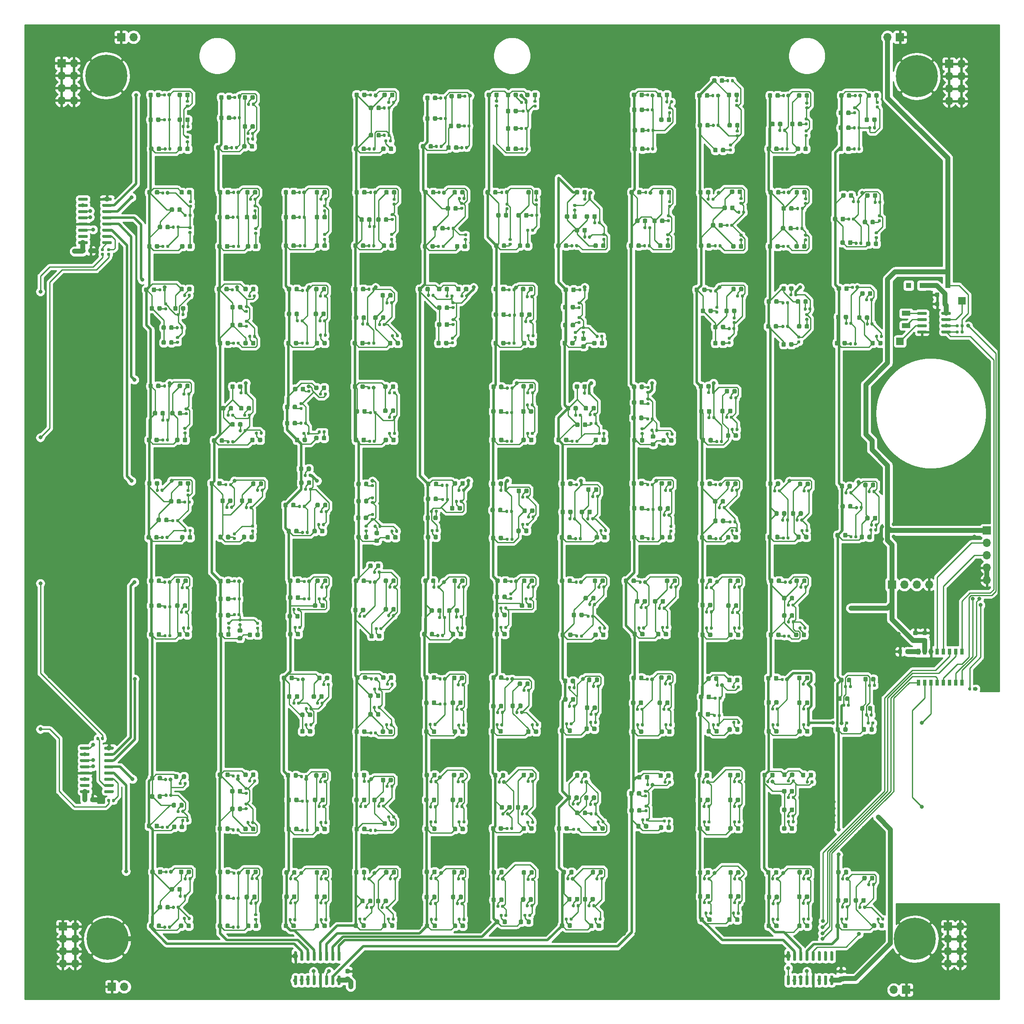
<source format=gbr>
%TF.GenerationSoftware,KiCad,Pcbnew,5.1.6-c6e7f7d~87~ubuntu18.04.1*%
%TF.CreationDate,2020-08-30T13:02:08+02:00*%
%TF.ProjectId,Elektronik,456c656b-7472-46f6-9e69-6b2e6b696361,rev?*%
%TF.SameCoordinates,Original*%
%TF.FileFunction,Copper,L1,Top*%
%TF.FilePolarity,Positive*%
%FSLAX46Y46*%
G04 Gerber Fmt 4.6, Leading zero omitted, Abs format (unit mm)*
G04 Created by KiCad (PCBNEW 5.1.6-c6e7f7d~87~ubuntu18.04.1) date 2020-08-30 13:02:08*
%MOMM*%
%LPD*%
G01*
G04 APERTURE LIST*
%TA.AperFunction,ComponentPad*%
%ADD10O,1.700000X1.700000*%
%TD*%
%TA.AperFunction,ComponentPad*%
%ADD11R,1.700000X1.700000*%
%TD*%
%TA.AperFunction,SMDPad,CuDef*%
%ADD12R,0.800000X1.300000*%
%TD*%
%TA.AperFunction,SMDPad,CuDef*%
%ADD13R,1.800000X1.000000*%
%TD*%
%TA.AperFunction,SMDPad,CuDef*%
%ADD14R,1.500000X1.500000*%
%TD*%
%TA.AperFunction,SMDPad,CuDef*%
%ADD15R,1.100000X1.100000*%
%TD*%
%TA.AperFunction,ComponentPad*%
%ADD16C,0.900000*%
%TD*%
%TA.AperFunction,ComponentPad*%
%ADD17C,8.600000*%
%TD*%
%TA.AperFunction,ViaPad*%
%ADD18C,0.800000*%
%TD*%
%TA.AperFunction,Conductor*%
%ADD19C,0.250000*%
%TD*%
%TA.AperFunction,Conductor*%
%ADD20C,0.500000*%
%TD*%
%TA.AperFunction,Conductor*%
%ADD21C,1.000000*%
%TD*%
%TA.AperFunction,Conductor*%
%ADD22C,0.254000*%
%TD*%
G04 APERTURE END LIST*
D10*
%TO.P,J10,4*%
%TO.N,GND*%
X218694000Y-133604000D03*
%TO.P,J10,3*%
%TO.N,/CH552G-Controller/P3.0*%
X216154000Y-133604000D03*
%TO.P,J10,2*%
%TO.N,/CH552G-Controller/P3.1*%
X213614000Y-133604000D03*
D11*
%TO.P,J10,1*%
%TO.N,VCC*%
X211074000Y-133604000D03*
%TD*%
%TO.P,R535,2*%
%TO.N,Net-(D535-Pad2)*%
%TA.AperFunction,SMDPad,CuDef*%
G36*
G01*
X49235000Y-165272500D02*
X49235000Y-164927500D01*
G75*
G02*
X49382500Y-164780000I147500J0D01*
G01*
X49677500Y-164780000D01*
G75*
G02*
X49825000Y-164927500I0J-147500D01*
G01*
X49825000Y-165272500D01*
G75*
G02*
X49677500Y-165420000I-147500J0D01*
G01*
X49382500Y-165420000D01*
G75*
G02*
X49235000Y-165272500I0J147500D01*
G01*
G37*
%TD.AperFunction*%
%TO.P,R535,1*%
%TO.N,/LED_M4*%
%TA.AperFunction,SMDPad,CuDef*%
G36*
G01*
X48265000Y-165272500D02*
X48265000Y-164927500D01*
G75*
G02*
X48412500Y-164780000I147500J0D01*
G01*
X48707500Y-164780000D01*
G75*
G02*
X48855000Y-164927500I0J-147500D01*
G01*
X48855000Y-165272500D01*
G75*
G02*
X48707500Y-165420000I-147500J0D01*
G01*
X48412500Y-165420000D01*
G75*
G02*
X48265000Y-165272500I0J147500D01*
G01*
G37*
%TD.AperFunction*%
%TD*%
%TO.P,R534,2*%
%TO.N,Net-(D534-Pad2)*%
%TA.AperFunction,SMDPad,CuDef*%
G36*
G01*
X51095000Y-177627500D02*
X51095000Y-177972500D01*
G75*
G02*
X50947500Y-178120000I-147500J0D01*
G01*
X50652500Y-178120000D01*
G75*
G02*
X50505000Y-177972500I0J147500D01*
G01*
X50505000Y-177627500D01*
G75*
G02*
X50652500Y-177480000I147500J0D01*
G01*
X50947500Y-177480000D01*
G75*
G02*
X51095000Y-177627500I0J-147500D01*
G01*
G37*
%TD.AperFunction*%
%TO.P,R534,1*%
%TO.N,/LED_M3*%
%TA.AperFunction,SMDPad,CuDef*%
G36*
G01*
X52065000Y-177627500D02*
X52065000Y-177972500D01*
G75*
G02*
X51917500Y-178120000I-147500J0D01*
G01*
X51622500Y-178120000D01*
G75*
G02*
X51475000Y-177972500I0J147500D01*
G01*
X51475000Y-177627500D01*
G75*
G02*
X51622500Y-177480000I147500J0D01*
G01*
X51917500Y-177480000D01*
G75*
G02*
X52065000Y-177627500I0J-147500D01*
G01*
G37*
%TD.AperFunction*%
%TD*%
%TO.P,R533,2*%
%TO.N,Net-(D533-Pad2)*%
%TA.AperFunction,SMDPad,CuDef*%
G36*
G01*
X49357500Y-65745000D02*
X49702500Y-65745000D01*
G75*
G02*
X49850000Y-65892500I0J-147500D01*
G01*
X49850000Y-66187500D01*
G75*
G02*
X49702500Y-66335000I-147500J0D01*
G01*
X49357500Y-66335000D01*
G75*
G02*
X49210000Y-66187500I0J147500D01*
G01*
X49210000Y-65892500D01*
G75*
G02*
X49357500Y-65745000I147500J0D01*
G01*
G37*
%TD.AperFunction*%
%TO.P,R533,1*%
%TO.N,/LED_M2*%
%TA.AperFunction,SMDPad,CuDef*%
G36*
G01*
X49357500Y-64775000D02*
X49702500Y-64775000D01*
G75*
G02*
X49850000Y-64922500I0J-147500D01*
G01*
X49850000Y-65217500D01*
G75*
G02*
X49702500Y-65365000I-147500J0D01*
G01*
X49357500Y-65365000D01*
G75*
G02*
X49210000Y-65217500I0J147500D01*
G01*
X49210000Y-64922500D01*
G75*
G02*
X49357500Y-64775000I147500J0D01*
G01*
G37*
%TD.AperFunction*%
%TD*%
%TO.P,R532,2*%
%TO.N,Net-(D532-Pad2)*%
%TA.AperFunction,SMDPad,CuDef*%
G36*
G01*
X50627500Y-65745000D02*
X50972500Y-65745000D01*
G75*
G02*
X51120000Y-65892500I0J-147500D01*
G01*
X51120000Y-66187500D01*
G75*
G02*
X50972500Y-66335000I-147500J0D01*
G01*
X50627500Y-66335000D01*
G75*
G02*
X50480000Y-66187500I0J147500D01*
G01*
X50480000Y-65892500D01*
G75*
G02*
X50627500Y-65745000I147500J0D01*
G01*
G37*
%TD.AperFunction*%
%TO.P,R532,1*%
%TO.N,/LED_M1*%
%TA.AperFunction,SMDPad,CuDef*%
G36*
G01*
X50627500Y-64775000D02*
X50972500Y-64775000D01*
G75*
G02*
X51120000Y-64922500I0J-147500D01*
G01*
X51120000Y-65217500D01*
G75*
G02*
X50972500Y-65365000I-147500J0D01*
G01*
X50627500Y-65365000D01*
G75*
G02*
X50480000Y-65217500I0J147500D01*
G01*
X50480000Y-64922500D01*
G75*
G02*
X50627500Y-64775000I147500J0D01*
G01*
G37*
%TD.AperFunction*%
%TD*%
%TO.P,R529,2*%
%TO.N,Net-(D529-Pad2)*%
%TA.AperFunction,SMDPad,CuDef*%
G36*
G01*
X227670000Y-155112500D02*
X227670000Y-154767500D01*
G75*
G02*
X227817500Y-154620000I147500J0D01*
G01*
X228112500Y-154620000D01*
G75*
G02*
X228260000Y-154767500I0J-147500D01*
G01*
X228260000Y-155112500D01*
G75*
G02*
X228112500Y-155260000I-147500J0D01*
G01*
X227817500Y-155260000D01*
G75*
G02*
X227670000Y-155112500I0J147500D01*
G01*
G37*
%TD.AperFunction*%
%TO.P,R529,1*%
%TO.N,/LED_SETUP*%
%TA.AperFunction,SMDPad,CuDef*%
G36*
G01*
X226700000Y-155112500D02*
X226700000Y-154767500D01*
G75*
G02*
X226847500Y-154620000I147500J0D01*
G01*
X227142500Y-154620000D01*
G75*
G02*
X227290000Y-154767500I0J-147500D01*
G01*
X227290000Y-155112500D01*
G75*
G02*
X227142500Y-155260000I-147500J0D01*
G01*
X226847500Y-155260000D01*
G75*
G02*
X226700000Y-155112500I0J147500D01*
G01*
G37*
%TD.AperFunction*%
%TD*%
D12*
%TO.P,U6,16*%
%TO.N,+3V3*%
X216530000Y-147345000D03*
%TO.P,U6,15*%
%TO.N,VCC*%
X217810000Y-147345000D03*
%TO.P,U6,14*%
%TO.N,GND*%
X219070000Y-147345000D03*
%TO.P,U6,13*%
%TO.N,/CH552G-Controller/D-*%
X220340000Y-147345000D03*
%TO.P,U6,12*%
%TO.N,/CH552G-Controller/D+*%
X221620000Y-147345000D03*
%TO.P,U6,11*%
%TO.N,/RCLK*%
X222890000Y-147345000D03*
%TO.P,U6,10*%
%TO.N,/SRCLK*%
X224150000Y-147345000D03*
%TO.P,U6,9*%
%TO.N,/SDA*%
X225430000Y-147345000D03*
%TO.P,U6,8*%
%TO.N,/CH552G-Controller/P3.0*%
X225430000Y-153645000D03*
%TO.P,U6,7*%
%TO.N,/CH552G-Controller/P3.1*%
X224150000Y-153645000D03*
%TO.P,U6,6*%
%TO.N,N/C*%
X222890000Y-153645000D03*
%TO.P,U6,5*%
%TO.N,/SCL*%
X221620000Y-153645000D03*
%TO.P,U6,4*%
%TO.N,/SRCLR*%
X220340000Y-153645000D03*
%TO.P,U6,3*%
%TO.N,/CH552G-Controller/TOUCH2*%
X219070000Y-153645000D03*
%TO.P,U6,2*%
%TO.N,/CH552G-Controller/TOUCH1*%
X217810000Y-153645000D03*
%TO.P,U6,1*%
%TO.N,/SER*%
X216530000Y-153645000D03*
%TD*%
D10*
%TO.P,J9,2*%
%TO.N,VCC*%
X55880000Y-21590000D03*
D11*
%TO.P,J9,1*%
%TO.N,GND*%
X53340000Y-21590000D03*
%TD*%
D10*
%TO.P,J8,2*%
%TO.N,VCC*%
X210185000Y-21590000D03*
D11*
%TO.P,J8,1*%
%TO.N,GND*%
X212725000Y-21590000D03*
%TD*%
D10*
%TO.P,J7,2*%
%TO.N,VCC*%
X211455000Y-216535000D03*
D11*
%TO.P,J7,1*%
%TO.N,GND*%
X213995000Y-216535000D03*
%TD*%
D10*
%TO.P,J6,2*%
%TO.N,VCC*%
X53975000Y-215900000D03*
D11*
%TO.P,J6,1*%
%TO.N,GND*%
X51435000Y-215900000D03*
%TD*%
D10*
%TO.P,J5,5*%
%TO.N,GND*%
X230505000Y-132715000D03*
%TO.P,J5,4*%
X230505000Y-130175000D03*
%TO.P,J5,3*%
%TO.N,/CH552G-Controller/D+*%
X230505000Y-127635000D03*
%TO.P,J5,2*%
%TO.N,/CH552G-Controller/D-*%
X230505000Y-125095000D03*
D11*
%TO.P,J5,1*%
%TO.N,VCC*%
X230505000Y-122555000D03*
%TD*%
%TO.P,C9,2*%
%TO.N,GND*%
%TA.AperFunction,SMDPad,CuDef*%
G36*
G01*
X216156250Y-143947500D02*
X215643750Y-143947500D01*
G75*
G02*
X215425000Y-143728750I0J218750D01*
G01*
X215425000Y-143291250D01*
G75*
G02*
X215643750Y-143072500I218750J0D01*
G01*
X216156250Y-143072500D01*
G75*
G02*
X216375000Y-143291250I0J-218750D01*
G01*
X216375000Y-143728750D01*
G75*
G02*
X216156250Y-143947500I-218750J0D01*
G01*
G37*
%TD.AperFunction*%
%TO.P,C9,1*%
%TO.N,VCC*%
%TA.AperFunction,SMDPad,CuDef*%
G36*
G01*
X216156250Y-145522500D02*
X215643750Y-145522500D01*
G75*
G02*
X215425000Y-145303750I0J218750D01*
G01*
X215425000Y-144866250D01*
G75*
G02*
X215643750Y-144647500I218750J0D01*
G01*
X216156250Y-144647500D01*
G75*
G02*
X216375000Y-144866250I0J-218750D01*
G01*
X216375000Y-145303750D01*
G75*
G02*
X216156250Y-145522500I-218750J0D01*
G01*
G37*
%TD.AperFunction*%
%TD*%
%TO.P,C8,2*%
%TO.N,GND*%
%TA.AperFunction,SMDPad,CuDef*%
G36*
G01*
X218061250Y-143947500D02*
X217548750Y-143947500D01*
G75*
G02*
X217330000Y-143728750I0J218750D01*
G01*
X217330000Y-143291250D01*
G75*
G02*
X217548750Y-143072500I218750J0D01*
G01*
X218061250Y-143072500D01*
G75*
G02*
X218280000Y-143291250I0J-218750D01*
G01*
X218280000Y-143728750D01*
G75*
G02*
X218061250Y-143947500I-218750J0D01*
G01*
G37*
%TD.AperFunction*%
%TO.P,C8,1*%
%TO.N,VCC*%
%TA.AperFunction,SMDPad,CuDef*%
G36*
G01*
X218061250Y-145522500D02*
X217548750Y-145522500D01*
G75*
G02*
X217330000Y-145303750I0J218750D01*
G01*
X217330000Y-144866250D01*
G75*
G02*
X217548750Y-144647500I218750J0D01*
G01*
X218061250Y-144647500D01*
G75*
G02*
X218280000Y-144866250I0J-218750D01*
G01*
X218280000Y-145303750D01*
G75*
G02*
X218061250Y-145522500I-218750J0D01*
G01*
G37*
%TD.AperFunction*%
%TD*%
%TO.P,C7,2*%
%TO.N,GND*%
%TA.AperFunction,SMDPad,CuDef*%
G36*
G01*
X213162500Y-147063750D02*
X213162500Y-147576250D01*
G75*
G02*
X212943750Y-147795000I-218750J0D01*
G01*
X212506250Y-147795000D01*
G75*
G02*
X212287500Y-147576250I0J218750D01*
G01*
X212287500Y-147063750D01*
G75*
G02*
X212506250Y-146845000I218750J0D01*
G01*
X212943750Y-146845000D01*
G75*
G02*
X213162500Y-147063750I0J-218750D01*
G01*
G37*
%TD.AperFunction*%
%TO.P,C7,1*%
%TO.N,+3V3*%
%TA.AperFunction,SMDPad,CuDef*%
G36*
G01*
X214737500Y-147063750D02*
X214737500Y-147576250D01*
G75*
G02*
X214518750Y-147795000I-218750J0D01*
G01*
X214081250Y-147795000D01*
G75*
G02*
X213862500Y-147576250I0J218750D01*
G01*
X213862500Y-147063750D01*
G75*
G02*
X214081250Y-146845000I218750J0D01*
G01*
X214518750Y-146845000D01*
G75*
G02*
X214737500Y-147063750I0J-218750D01*
G01*
G37*
%TD.AperFunction*%
%TD*%
%TO.P,C6,2*%
%TO.N,GND*%
%TA.AperFunction,SMDPad,CuDef*%
G36*
G01*
X220782500Y-74038750D02*
X220782500Y-74551250D01*
G75*
G02*
X220563750Y-74770000I-218750J0D01*
G01*
X220126250Y-74770000D01*
G75*
G02*
X219907500Y-74551250I0J218750D01*
G01*
X219907500Y-74038750D01*
G75*
G02*
X220126250Y-73820000I218750J0D01*
G01*
X220563750Y-73820000D01*
G75*
G02*
X220782500Y-74038750I0J-218750D01*
G01*
G37*
%TD.AperFunction*%
%TO.P,C6,1*%
%TO.N,Net-(C5-Pad1)*%
%TA.AperFunction,SMDPad,CuDef*%
G36*
G01*
X222357500Y-74038750D02*
X222357500Y-74551250D01*
G75*
G02*
X222138750Y-74770000I-218750J0D01*
G01*
X221701250Y-74770000D01*
G75*
G02*
X221482500Y-74551250I0J218750D01*
G01*
X221482500Y-74038750D01*
G75*
G02*
X221701250Y-73820000I218750J0D01*
G01*
X222138750Y-73820000D01*
G75*
G02*
X222357500Y-74038750I0J-218750D01*
G01*
G37*
%TD.AperFunction*%
%TD*%
D13*
%TO.P,Y1,2*%
%TO.N,Net-(U5-Pad2)*%
X213995000Y-80605000D03*
%TO.P,Y1,1*%
%TO.N,Net-(U5-Pad1)*%
X213995000Y-78105000D03*
%TD*%
%TO.P,U5,8*%
%TO.N,Net-(C5-Pad1)*%
%TA.AperFunction,SMDPad,CuDef*%
G36*
G01*
X221210000Y-78255000D02*
X221210000Y-77955000D01*
G75*
G02*
X221360000Y-77805000I150000J0D01*
G01*
X223010000Y-77805000D01*
G75*
G02*
X223160000Y-77955000I0J-150000D01*
G01*
X223160000Y-78255000D01*
G75*
G02*
X223010000Y-78405000I-150000J0D01*
G01*
X221360000Y-78405000D01*
G75*
G02*
X221210000Y-78255000I0J150000D01*
G01*
G37*
%TD.AperFunction*%
%TO.P,U5,7*%
%TO.N,Net-(TP1-Pad1)*%
%TA.AperFunction,SMDPad,CuDef*%
G36*
G01*
X221210000Y-79525000D02*
X221210000Y-79225000D01*
G75*
G02*
X221360000Y-79075000I150000J0D01*
G01*
X223010000Y-79075000D01*
G75*
G02*
X223160000Y-79225000I0J-150000D01*
G01*
X223160000Y-79525000D01*
G75*
G02*
X223010000Y-79675000I-150000J0D01*
G01*
X221360000Y-79675000D01*
G75*
G02*
X221210000Y-79525000I0J150000D01*
G01*
G37*
%TD.AperFunction*%
%TO.P,U5,6*%
%TO.N,/SCL*%
%TA.AperFunction,SMDPad,CuDef*%
G36*
G01*
X221210000Y-80795000D02*
X221210000Y-80495000D01*
G75*
G02*
X221360000Y-80345000I150000J0D01*
G01*
X223010000Y-80345000D01*
G75*
G02*
X223160000Y-80495000I0J-150000D01*
G01*
X223160000Y-80795000D01*
G75*
G02*
X223010000Y-80945000I-150000J0D01*
G01*
X221360000Y-80945000D01*
G75*
G02*
X221210000Y-80795000I0J150000D01*
G01*
G37*
%TD.AperFunction*%
%TO.P,U5,5*%
%TO.N,/SDA*%
%TA.AperFunction,SMDPad,CuDef*%
G36*
G01*
X221210000Y-82065000D02*
X221210000Y-81765000D01*
G75*
G02*
X221360000Y-81615000I150000J0D01*
G01*
X223010000Y-81615000D01*
G75*
G02*
X223160000Y-81765000I0J-150000D01*
G01*
X223160000Y-82065000D01*
G75*
G02*
X223010000Y-82215000I-150000J0D01*
G01*
X221360000Y-82215000D01*
G75*
G02*
X221210000Y-82065000I0J150000D01*
G01*
G37*
%TD.AperFunction*%
%TO.P,U5,4*%
%TO.N,GND*%
%TA.AperFunction,SMDPad,CuDef*%
G36*
G01*
X216260000Y-82065000D02*
X216260000Y-81765000D01*
G75*
G02*
X216410000Y-81615000I150000J0D01*
G01*
X218060000Y-81615000D01*
G75*
G02*
X218210000Y-81765000I0J-150000D01*
G01*
X218210000Y-82065000D01*
G75*
G02*
X218060000Y-82215000I-150000J0D01*
G01*
X216410000Y-82215000D01*
G75*
G02*
X216260000Y-82065000I0J150000D01*
G01*
G37*
%TD.AperFunction*%
%TO.P,U5,3*%
%TO.N,Net-(TP2-Pad1)*%
%TA.AperFunction,SMDPad,CuDef*%
G36*
G01*
X216260000Y-80795000D02*
X216260000Y-80495000D01*
G75*
G02*
X216410000Y-80345000I150000J0D01*
G01*
X218060000Y-80345000D01*
G75*
G02*
X218210000Y-80495000I0J-150000D01*
G01*
X218210000Y-80795000D01*
G75*
G02*
X218060000Y-80945000I-150000J0D01*
G01*
X216410000Y-80945000D01*
G75*
G02*
X216260000Y-80795000I0J150000D01*
G01*
G37*
%TD.AperFunction*%
%TO.P,U5,2*%
%TO.N,Net-(U5-Pad2)*%
%TA.AperFunction,SMDPad,CuDef*%
G36*
G01*
X216260000Y-79525000D02*
X216260000Y-79225000D01*
G75*
G02*
X216410000Y-79075000I150000J0D01*
G01*
X218060000Y-79075000D01*
G75*
G02*
X218210000Y-79225000I0J-150000D01*
G01*
X218210000Y-79525000D01*
G75*
G02*
X218060000Y-79675000I-150000J0D01*
G01*
X216410000Y-79675000D01*
G75*
G02*
X216260000Y-79525000I0J150000D01*
G01*
G37*
%TD.AperFunction*%
%TO.P,U5,1*%
%TO.N,Net-(U5-Pad1)*%
%TA.AperFunction,SMDPad,CuDef*%
G36*
G01*
X216260000Y-78255000D02*
X216260000Y-77955000D01*
G75*
G02*
X216410000Y-77805000I150000J0D01*
G01*
X218060000Y-77805000D01*
G75*
G02*
X218210000Y-77955000I0J-150000D01*
G01*
X218210000Y-78255000D01*
G75*
G02*
X218060000Y-78405000I-150000J0D01*
G01*
X216410000Y-78405000D01*
G75*
G02*
X216260000Y-78255000I0J150000D01*
G01*
G37*
%TD.AperFunction*%
%TD*%
D14*
%TO.P,TP2,1*%
%TO.N,Net-(TP2-Pad1)*%
X212725000Y-83820000D03*
%TD*%
%TO.P,TP1,1*%
%TO.N,Net-(TP1-Pad1)*%
X225425000Y-75565000D03*
%TD*%
%TO.P,R531,2*%
%TO.N,VCC*%
%TA.AperFunction,SMDPad,CuDef*%
G36*
G01*
X225130000Y-82087500D02*
X225130000Y-81742500D01*
G75*
G02*
X225277500Y-81595000I147500J0D01*
G01*
X225572500Y-81595000D01*
G75*
G02*
X225720000Y-81742500I0J-147500D01*
G01*
X225720000Y-82087500D01*
G75*
G02*
X225572500Y-82235000I-147500J0D01*
G01*
X225277500Y-82235000D01*
G75*
G02*
X225130000Y-82087500I0J147500D01*
G01*
G37*
%TD.AperFunction*%
%TO.P,R531,1*%
%TO.N,/SDA*%
%TA.AperFunction,SMDPad,CuDef*%
G36*
G01*
X224160000Y-82087500D02*
X224160000Y-81742500D01*
G75*
G02*
X224307500Y-81595000I147500J0D01*
G01*
X224602500Y-81595000D01*
G75*
G02*
X224750000Y-81742500I0J-147500D01*
G01*
X224750000Y-82087500D01*
G75*
G02*
X224602500Y-82235000I-147500J0D01*
G01*
X224307500Y-82235000D01*
G75*
G02*
X224160000Y-82087500I0J147500D01*
G01*
G37*
%TD.AperFunction*%
%TD*%
%TO.P,R530,2*%
%TO.N,VCC*%
%TA.AperFunction,SMDPad,CuDef*%
G36*
G01*
X225130000Y-80817500D02*
X225130000Y-80472500D01*
G75*
G02*
X225277500Y-80325000I147500J0D01*
G01*
X225572500Y-80325000D01*
G75*
G02*
X225720000Y-80472500I0J-147500D01*
G01*
X225720000Y-80817500D01*
G75*
G02*
X225572500Y-80965000I-147500J0D01*
G01*
X225277500Y-80965000D01*
G75*
G02*
X225130000Y-80817500I0J147500D01*
G01*
G37*
%TD.AperFunction*%
%TO.P,R530,1*%
%TO.N,/SCL*%
%TA.AperFunction,SMDPad,CuDef*%
G36*
G01*
X224160000Y-80817500D02*
X224160000Y-80472500D01*
G75*
G02*
X224307500Y-80325000I147500J0D01*
G01*
X224602500Y-80325000D01*
G75*
G02*
X224750000Y-80472500I0J-147500D01*
G01*
X224750000Y-80817500D01*
G75*
G02*
X224602500Y-80965000I-147500J0D01*
G01*
X224307500Y-80965000D01*
G75*
G02*
X224160000Y-80817500I0J147500D01*
G01*
G37*
%TD.AperFunction*%
%TD*%
D15*
%TO.P,D531,2*%
%TO.N,/BAT+*%
X214500000Y-72390000D03*
%TO.P,D531,1*%
%TO.N,Net-(C5-Pad1)*%
X217300000Y-72390000D03*
%TD*%
%TO.P,D530,2*%
%TO.N,VCC*%
X222510000Y-72390000D03*
%TO.P,D530,1*%
%TO.N,Net-(C5-Pad1)*%
X219710000Y-72390000D03*
%TD*%
%TO.P,C5,2*%
%TO.N,GND*%
%TA.AperFunction,SMDPad,CuDef*%
G36*
G01*
X220782500Y-75943750D02*
X220782500Y-76456250D01*
G75*
G02*
X220563750Y-76675000I-218750J0D01*
G01*
X220126250Y-76675000D01*
G75*
G02*
X219907500Y-76456250I0J218750D01*
G01*
X219907500Y-75943750D01*
G75*
G02*
X220126250Y-75725000I218750J0D01*
G01*
X220563750Y-75725000D01*
G75*
G02*
X220782500Y-75943750I0J-218750D01*
G01*
G37*
%TD.AperFunction*%
%TO.P,C5,1*%
%TO.N,Net-(C5-Pad1)*%
%TA.AperFunction,SMDPad,CuDef*%
G36*
G01*
X222357500Y-75943750D02*
X222357500Y-76456250D01*
G75*
G02*
X222138750Y-76675000I-218750J0D01*
G01*
X221701250Y-76675000D01*
G75*
G02*
X221482500Y-76456250I0J218750D01*
G01*
X221482500Y-75943750D01*
G75*
G02*
X221701250Y-75725000I218750J0D01*
G01*
X222138750Y-75725000D01*
G75*
G02*
X222357500Y-75943750I0J-218750D01*
G01*
G37*
%TD.AperFunction*%
%TD*%
%TO.P,R408,2*%
%TO.N,Net-(D408-Pad2)*%
%TA.AperFunction,SMDPad,CuDef*%
G36*
G01*
X206905500Y-162097500D02*
X206905500Y-161752500D01*
G75*
G02*
X207053000Y-161605000I147500J0D01*
G01*
X207348000Y-161605000D01*
G75*
G02*
X207495500Y-161752500I0J-147500D01*
G01*
X207495500Y-162097500D01*
G75*
G02*
X207348000Y-162245000I-147500J0D01*
G01*
X207053000Y-162245000D01*
G75*
G02*
X206905500Y-162097500I0J147500D01*
G01*
G37*
%TD.AperFunction*%
%TO.P,R408,1*%
%TO.N,/10/7/+*%
%TA.AperFunction,SMDPad,CuDef*%
G36*
G01*
X205935500Y-162097500D02*
X205935500Y-161752500D01*
G75*
G02*
X206083000Y-161605000I147500J0D01*
G01*
X206378000Y-161605000D01*
G75*
G02*
X206525500Y-161752500I0J-147500D01*
G01*
X206525500Y-162097500D01*
G75*
G02*
X206378000Y-162245000I-147500J0D01*
G01*
X206083000Y-162245000D01*
G75*
G02*
X205935500Y-162097500I0J147500D01*
G01*
G37*
%TD.AperFunction*%
%TD*%
%TO.P,R407,2*%
%TO.N,Net-(D407-Pad2)*%
%TA.AperFunction,SMDPad,CuDef*%
G36*
G01*
X206565000Y-160446500D02*
X206565000Y-160101500D01*
G75*
G02*
X206712500Y-159954000I147500J0D01*
G01*
X207007500Y-159954000D01*
G75*
G02*
X207155000Y-160101500I0J-147500D01*
G01*
X207155000Y-160446500D01*
G75*
G02*
X207007500Y-160594000I-147500J0D01*
G01*
X206712500Y-160594000D01*
G75*
G02*
X206565000Y-160446500I0J147500D01*
G01*
G37*
%TD.AperFunction*%
%TO.P,R407,1*%
%TO.N,/10/7/+*%
%TA.AperFunction,SMDPad,CuDef*%
G36*
G01*
X205595000Y-160446500D02*
X205595000Y-160101500D01*
G75*
G02*
X205742500Y-159954000I147500J0D01*
G01*
X206037500Y-159954000D01*
G75*
G02*
X206185000Y-160101500I0J-147500D01*
G01*
X206185000Y-160446500D01*
G75*
G02*
X206037500Y-160594000I-147500J0D01*
G01*
X205742500Y-160594000D01*
G75*
G02*
X205595000Y-160446500I0J147500D01*
G01*
G37*
%TD.AperFunction*%
%TD*%
%TO.P,R406,2*%
%TO.N,Net-(D406-Pad2)*%
%TA.AperFunction,SMDPad,CuDef*%
G36*
G01*
X201508000Y-162097500D02*
X201508000Y-161752500D01*
G75*
G02*
X201655500Y-161605000I147500J0D01*
G01*
X201950500Y-161605000D01*
G75*
G02*
X202098000Y-161752500I0J-147500D01*
G01*
X202098000Y-162097500D01*
G75*
G02*
X201950500Y-162245000I-147500J0D01*
G01*
X201655500Y-162245000D01*
G75*
G02*
X201508000Y-162097500I0J147500D01*
G01*
G37*
%TD.AperFunction*%
%TO.P,R406,1*%
%TO.N,/10/7/+*%
%TA.AperFunction,SMDPad,CuDef*%
G36*
G01*
X200538000Y-162097500D02*
X200538000Y-161752500D01*
G75*
G02*
X200685500Y-161605000I147500J0D01*
G01*
X200980500Y-161605000D01*
G75*
G02*
X201128000Y-161752500I0J-147500D01*
G01*
X201128000Y-162097500D01*
G75*
G02*
X200980500Y-162245000I-147500J0D01*
G01*
X200685500Y-162245000D01*
G75*
G02*
X200538000Y-162097500I0J147500D01*
G01*
G37*
%TD.AperFunction*%
%TD*%
%TO.P,R405,2*%
%TO.N,Net-(D405-Pad2)*%
%TA.AperFunction,SMDPad,CuDef*%
G36*
G01*
X207200000Y-154414000D02*
X207200000Y-154069000D01*
G75*
G02*
X207347500Y-153921500I147500J0D01*
G01*
X207642500Y-153921500D01*
G75*
G02*
X207790000Y-154069000I0J-147500D01*
G01*
X207790000Y-154414000D01*
G75*
G02*
X207642500Y-154561500I-147500J0D01*
G01*
X207347500Y-154561500D01*
G75*
G02*
X207200000Y-154414000I0J147500D01*
G01*
G37*
%TD.AperFunction*%
%TO.P,R405,1*%
%TO.N,/10/7/+*%
%TA.AperFunction,SMDPad,CuDef*%
G36*
G01*
X206230000Y-154414000D02*
X206230000Y-154069000D01*
G75*
G02*
X206377500Y-153921500I147500J0D01*
G01*
X206672500Y-153921500D01*
G75*
G02*
X206820000Y-154069000I0J-147500D01*
G01*
X206820000Y-154414000D01*
G75*
G02*
X206672500Y-154561500I-147500J0D01*
G01*
X206377500Y-154561500D01*
G75*
G02*
X206230000Y-154414000I0J147500D01*
G01*
G37*
%TD.AperFunction*%
%TD*%
%TO.P,R404,2*%
%TO.N,Net-(D404-Pad2)*%
%TA.AperFunction,SMDPad,CuDef*%
G36*
G01*
X201906500Y-158478000D02*
X201906500Y-158133000D01*
G75*
G02*
X202054000Y-157985500I147500J0D01*
G01*
X202349000Y-157985500D01*
G75*
G02*
X202496500Y-158133000I0J-147500D01*
G01*
X202496500Y-158478000D01*
G75*
G02*
X202349000Y-158625500I-147500J0D01*
G01*
X202054000Y-158625500D01*
G75*
G02*
X201906500Y-158478000I0J147500D01*
G01*
G37*
%TD.AperFunction*%
%TO.P,R404,1*%
%TO.N,/10/7/+*%
%TA.AperFunction,SMDPad,CuDef*%
G36*
G01*
X200936500Y-158478000D02*
X200936500Y-158133000D01*
G75*
G02*
X201084000Y-157985500I147500J0D01*
G01*
X201379000Y-157985500D01*
G75*
G02*
X201526500Y-158133000I0J-147500D01*
G01*
X201526500Y-158478000D01*
G75*
G02*
X201379000Y-158625500I-147500J0D01*
G01*
X201084000Y-158625500D01*
G75*
G02*
X200936500Y-158478000I0J147500D01*
G01*
G37*
%TD.AperFunction*%
%TD*%
%TO.P,R403,2*%
%TO.N,Net-(D403-Pad2)*%
%TA.AperFunction,SMDPad,CuDef*%
G36*
G01*
X202270000Y-154668000D02*
X202270000Y-154323000D01*
G75*
G02*
X202417500Y-154175500I147500J0D01*
G01*
X202712500Y-154175500D01*
G75*
G02*
X202860000Y-154323000I0J-147500D01*
G01*
X202860000Y-154668000D01*
G75*
G02*
X202712500Y-154815500I-147500J0D01*
G01*
X202417500Y-154815500D01*
G75*
G02*
X202270000Y-154668000I0J147500D01*
G01*
G37*
%TD.AperFunction*%
%TO.P,R403,1*%
%TO.N,/10/7/+*%
%TA.AperFunction,SMDPad,CuDef*%
G36*
G01*
X201300000Y-154668000D02*
X201300000Y-154323000D01*
G75*
G02*
X201447500Y-154175500I147500J0D01*
G01*
X201742500Y-154175500D01*
G75*
G02*
X201890000Y-154323000I0J-147500D01*
G01*
X201890000Y-154668000D01*
G75*
G02*
X201742500Y-154815500I-147500J0D01*
G01*
X201447500Y-154815500D01*
G75*
G02*
X201300000Y-154668000I0J147500D01*
G01*
G37*
%TD.AperFunction*%
%TD*%
%TO.P,D408,2*%
%TO.N,Net-(D408-Pad2)*%
%TA.AperFunction,SMDPad,CuDef*%
G36*
G01*
X206509000Y-163514750D02*
X206509000Y-163002250D01*
G75*
G02*
X206727750Y-162783500I218750J0D01*
G01*
X207165250Y-162783500D01*
G75*
G02*
X207384000Y-163002250I0J-218750D01*
G01*
X207384000Y-163514750D01*
G75*
G02*
X207165250Y-163733500I-218750J0D01*
G01*
X206727750Y-163733500D01*
G75*
G02*
X206509000Y-163514750I0J218750D01*
G01*
G37*
%TD.AperFunction*%
%TO.P,D408,1*%
%TO.N,/11/1/-*%
%TA.AperFunction,SMDPad,CuDef*%
G36*
G01*
X204934000Y-163514750D02*
X204934000Y-163002250D01*
G75*
G02*
X205152750Y-162783500I218750J0D01*
G01*
X205590250Y-162783500D01*
G75*
G02*
X205809000Y-163002250I0J-218750D01*
G01*
X205809000Y-163514750D01*
G75*
G02*
X205590250Y-163733500I-218750J0D01*
G01*
X205152750Y-163733500D01*
G75*
G02*
X204934000Y-163514750I0J218750D01*
G01*
G37*
%TD.AperFunction*%
%TD*%
%TO.P,D407,2*%
%TO.N,Net-(D407-Pad2)*%
%TA.AperFunction,SMDPad,CuDef*%
G36*
G01*
X206153500Y-159196750D02*
X206153500Y-158684250D01*
G75*
G02*
X206372250Y-158465500I218750J0D01*
G01*
X206809750Y-158465500D01*
G75*
G02*
X207028500Y-158684250I0J-218750D01*
G01*
X207028500Y-159196750D01*
G75*
G02*
X206809750Y-159415500I-218750J0D01*
G01*
X206372250Y-159415500D01*
G75*
G02*
X206153500Y-159196750I0J218750D01*
G01*
G37*
%TD.AperFunction*%
%TO.P,D407,1*%
%TO.N,/11/1/-*%
%TA.AperFunction,SMDPad,CuDef*%
G36*
G01*
X204578500Y-159196750D02*
X204578500Y-158684250D01*
G75*
G02*
X204797250Y-158465500I218750J0D01*
G01*
X205234750Y-158465500D01*
G75*
G02*
X205453500Y-158684250I0J-218750D01*
G01*
X205453500Y-159196750D01*
G75*
G02*
X205234750Y-159415500I-218750J0D01*
G01*
X204797250Y-159415500D01*
G75*
G02*
X204578500Y-159196750I0J218750D01*
G01*
G37*
%TD.AperFunction*%
%TD*%
%TO.P,D406,2*%
%TO.N,Net-(D406-Pad2)*%
%TA.AperFunction,SMDPad,CuDef*%
G36*
G01*
X201137000Y-163514750D02*
X201137000Y-163002250D01*
G75*
G02*
X201355750Y-162783500I218750J0D01*
G01*
X201793250Y-162783500D01*
G75*
G02*
X202012000Y-163002250I0J-218750D01*
G01*
X202012000Y-163514750D01*
G75*
G02*
X201793250Y-163733500I-218750J0D01*
G01*
X201355750Y-163733500D01*
G75*
G02*
X201137000Y-163514750I0J218750D01*
G01*
G37*
%TD.AperFunction*%
%TO.P,D406,1*%
%TO.N,/11/1/-*%
%TA.AperFunction,SMDPad,CuDef*%
G36*
G01*
X199562000Y-163514750D02*
X199562000Y-163002250D01*
G75*
G02*
X199780750Y-162783500I218750J0D01*
G01*
X200218250Y-162783500D01*
G75*
G02*
X200437000Y-163002250I0J-218750D01*
G01*
X200437000Y-163514750D01*
G75*
G02*
X200218250Y-163733500I-218750J0D01*
G01*
X199780750Y-163733500D01*
G75*
G02*
X199562000Y-163514750I0J218750D01*
G01*
G37*
%TD.AperFunction*%
%TD*%
%TO.P,D405,2*%
%TO.N,Net-(D405-Pad2)*%
%TA.AperFunction,SMDPad,CuDef*%
G36*
G01*
X206826500Y-153227750D02*
X206826500Y-152715250D01*
G75*
G02*
X207045250Y-152496500I218750J0D01*
G01*
X207482750Y-152496500D01*
G75*
G02*
X207701500Y-152715250I0J-218750D01*
G01*
X207701500Y-153227750D01*
G75*
G02*
X207482750Y-153446500I-218750J0D01*
G01*
X207045250Y-153446500D01*
G75*
G02*
X206826500Y-153227750I0J218750D01*
G01*
G37*
%TD.AperFunction*%
%TO.P,D405,1*%
%TO.N,/11/1/-*%
%TA.AperFunction,SMDPad,CuDef*%
G36*
G01*
X205251500Y-153227750D02*
X205251500Y-152715250D01*
G75*
G02*
X205470250Y-152496500I218750J0D01*
G01*
X205907750Y-152496500D01*
G75*
G02*
X206126500Y-152715250I0J-218750D01*
G01*
X206126500Y-153227750D01*
G75*
G02*
X205907750Y-153446500I-218750J0D01*
G01*
X205470250Y-153446500D01*
G75*
G02*
X205251500Y-153227750I0J218750D01*
G01*
G37*
%TD.AperFunction*%
%TD*%
%TO.P,D404,2*%
%TO.N,Net-(D404-Pad2)*%
%TA.AperFunction,SMDPad,CuDef*%
G36*
G01*
X201492500Y-157228250D02*
X201492500Y-156715750D01*
G75*
G02*
X201711250Y-156497000I218750J0D01*
G01*
X202148750Y-156497000D01*
G75*
G02*
X202367500Y-156715750I0J-218750D01*
G01*
X202367500Y-157228250D01*
G75*
G02*
X202148750Y-157447000I-218750J0D01*
G01*
X201711250Y-157447000D01*
G75*
G02*
X201492500Y-157228250I0J218750D01*
G01*
G37*
%TD.AperFunction*%
%TO.P,D404,1*%
%TO.N,/11/1/-*%
%TA.AperFunction,SMDPad,CuDef*%
G36*
G01*
X199917500Y-157228250D02*
X199917500Y-156715750D01*
G75*
G02*
X200136250Y-156497000I218750J0D01*
G01*
X200573750Y-156497000D01*
G75*
G02*
X200792500Y-156715750I0J-218750D01*
G01*
X200792500Y-157228250D01*
G75*
G02*
X200573750Y-157447000I-218750J0D01*
G01*
X200136250Y-157447000D01*
G75*
G02*
X199917500Y-157228250I0J218750D01*
G01*
G37*
%TD.AperFunction*%
%TD*%
%TO.P,D403,2*%
%TO.N,Net-(D403-Pad2)*%
%TA.AperFunction,SMDPad,CuDef*%
G36*
G01*
X201873500Y-153418250D02*
X201873500Y-152905750D01*
G75*
G02*
X202092250Y-152687000I218750J0D01*
G01*
X202529750Y-152687000D01*
G75*
G02*
X202748500Y-152905750I0J-218750D01*
G01*
X202748500Y-153418250D01*
G75*
G02*
X202529750Y-153637000I-218750J0D01*
G01*
X202092250Y-153637000D01*
G75*
G02*
X201873500Y-153418250I0J218750D01*
G01*
G37*
%TD.AperFunction*%
%TO.P,D403,1*%
%TO.N,/11/1/-*%
%TA.AperFunction,SMDPad,CuDef*%
G36*
G01*
X200298500Y-153418250D02*
X200298500Y-152905750D01*
G75*
G02*
X200517250Y-152687000I218750J0D01*
G01*
X200954750Y-152687000D01*
G75*
G02*
X201173500Y-152905750I0J-218750D01*
G01*
X201173500Y-153418250D01*
G75*
G02*
X200954750Y-153637000I-218750J0D01*
G01*
X200517250Y-153637000D01*
G75*
G02*
X200298500Y-153418250I0J218750D01*
G01*
G37*
%TD.AperFunction*%
%TD*%
%TO.P,R528,2*%
%TO.N,Net-(D528-Pad2)*%
%TA.AperFunction,SMDPad,CuDef*%
G36*
G01*
X204811000Y-199471500D02*
X204811000Y-199816500D01*
G75*
G02*
X204663500Y-199964000I-147500J0D01*
G01*
X204368500Y-199964000D01*
G75*
G02*
X204221000Y-199816500I0J147500D01*
G01*
X204221000Y-199471500D01*
G75*
G02*
X204368500Y-199324000I147500J0D01*
G01*
X204663500Y-199324000D01*
G75*
G02*
X204811000Y-199471500I0J-147500D01*
G01*
G37*
%TD.AperFunction*%
%TO.P,R528,1*%
%TO.N,/sheet605F1288/+*%
%TA.AperFunction,SMDPad,CuDef*%
G36*
G01*
X205781000Y-199471500D02*
X205781000Y-199816500D01*
G75*
G02*
X205633500Y-199964000I-147500J0D01*
G01*
X205338500Y-199964000D01*
G75*
G02*
X205191000Y-199816500I0J147500D01*
G01*
X205191000Y-199471500D01*
G75*
G02*
X205338500Y-199324000I147500J0D01*
G01*
X205633500Y-199324000D01*
G75*
G02*
X205781000Y-199471500I0J-147500D01*
G01*
G37*
%TD.AperFunction*%
%TD*%
%TO.P,R527,2*%
%TO.N,Net-(D527-Pad2)*%
%TA.AperFunction,SMDPad,CuDef*%
G36*
G01*
X208557500Y-201884500D02*
X208557500Y-202229500D01*
G75*
G02*
X208410000Y-202377000I-147500J0D01*
G01*
X208115000Y-202377000D01*
G75*
G02*
X207967500Y-202229500I0J147500D01*
G01*
X207967500Y-201884500D01*
G75*
G02*
X208115000Y-201737000I147500J0D01*
G01*
X208410000Y-201737000D01*
G75*
G02*
X208557500Y-201884500I0J-147500D01*
G01*
G37*
%TD.AperFunction*%
%TO.P,R527,1*%
%TO.N,/sheet605F1288/+*%
%TA.AperFunction,SMDPad,CuDef*%
G36*
G01*
X209527500Y-201884500D02*
X209527500Y-202229500D01*
G75*
G02*
X209380000Y-202377000I-147500J0D01*
G01*
X209085000Y-202377000D01*
G75*
G02*
X208937500Y-202229500I0J147500D01*
G01*
X208937500Y-201884500D01*
G75*
G02*
X209085000Y-201737000I147500J0D01*
G01*
X209380000Y-201737000D01*
G75*
G02*
X209527500Y-201884500I0J-147500D01*
G01*
G37*
%TD.AperFunction*%
%TD*%
%TO.P,R526,2*%
%TO.N,Net-(D526-Pad2)*%
%TA.AperFunction,SMDPad,CuDef*%
G36*
G01*
X201105000Y-201884500D02*
X201105000Y-202229500D01*
G75*
G02*
X200957500Y-202377000I-147500J0D01*
G01*
X200662500Y-202377000D01*
G75*
G02*
X200515000Y-202229500I0J147500D01*
G01*
X200515000Y-201884500D01*
G75*
G02*
X200662500Y-201737000I147500J0D01*
G01*
X200957500Y-201737000D01*
G75*
G02*
X201105000Y-201884500I0J-147500D01*
G01*
G37*
%TD.AperFunction*%
%TO.P,R526,1*%
%TO.N,/sheet605F1288/+*%
%TA.AperFunction,SMDPad,CuDef*%
G36*
G01*
X202075000Y-201884500D02*
X202075000Y-202229500D01*
G75*
G02*
X201927500Y-202377000I-147500J0D01*
G01*
X201632500Y-202377000D01*
G75*
G02*
X201485000Y-202229500I0J147500D01*
G01*
X201485000Y-201884500D01*
G75*
G02*
X201632500Y-201737000I147500J0D01*
G01*
X201927500Y-201737000D01*
G75*
G02*
X202075000Y-201884500I0J-147500D01*
G01*
G37*
%TD.AperFunction*%
%TD*%
%TO.P,R525,2*%
%TO.N,Net-(D525-Pad2)*%
%TA.AperFunction,SMDPad,CuDef*%
G36*
G01*
X206629500Y-194836000D02*
X206629500Y-195181000D01*
G75*
G02*
X206482000Y-195328500I-147500J0D01*
G01*
X206187000Y-195328500D01*
G75*
G02*
X206039500Y-195181000I0J147500D01*
G01*
X206039500Y-194836000D01*
G75*
G02*
X206187000Y-194688500I147500J0D01*
G01*
X206482000Y-194688500D01*
G75*
G02*
X206629500Y-194836000I0J-147500D01*
G01*
G37*
%TD.AperFunction*%
%TO.P,R525,1*%
%TO.N,/sheet605F1288/+*%
%TA.AperFunction,SMDPad,CuDef*%
G36*
G01*
X207599500Y-194836000D02*
X207599500Y-195181000D01*
G75*
G02*
X207452000Y-195328500I-147500J0D01*
G01*
X207157000Y-195328500D01*
G75*
G02*
X207009500Y-195181000I0J147500D01*
G01*
X207009500Y-194836000D01*
G75*
G02*
X207157000Y-194688500I147500J0D01*
G01*
X207452000Y-194688500D01*
G75*
G02*
X207599500Y-194836000I0J-147500D01*
G01*
G37*
%TD.AperFunction*%
%TD*%
%TO.P,R524,2*%
%TO.N,Net-(D524-Pad2)*%
%TA.AperFunction,SMDPad,CuDef*%
G36*
G01*
X201255000Y-199408000D02*
X201255000Y-199753000D01*
G75*
G02*
X201107500Y-199900500I-147500J0D01*
G01*
X200812500Y-199900500D01*
G75*
G02*
X200665000Y-199753000I0J147500D01*
G01*
X200665000Y-199408000D01*
G75*
G02*
X200812500Y-199260500I147500J0D01*
G01*
X201107500Y-199260500D01*
G75*
G02*
X201255000Y-199408000I0J-147500D01*
G01*
G37*
%TD.AperFunction*%
%TO.P,R524,1*%
%TO.N,/sheet605F1288/+*%
%TA.AperFunction,SMDPad,CuDef*%
G36*
G01*
X202225000Y-199408000D02*
X202225000Y-199753000D01*
G75*
G02*
X202077500Y-199900500I-147500J0D01*
G01*
X201782500Y-199900500D01*
G75*
G02*
X201635000Y-199753000I0J147500D01*
G01*
X201635000Y-199408000D01*
G75*
G02*
X201782500Y-199260500I147500J0D01*
G01*
X202077500Y-199260500D01*
G75*
G02*
X202225000Y-199408000I0J-147500D01*
G01*
G37*
%TD.AperFunction*%
%TD*%
%TO.P,R523,2*%
%TO.N,Net-(D523-Pad2)*%
%TA.AperFunction,SMDPad,CuDef*%
G36*
G01*
X201295500Y-193629500D02*
X201295500Y-193974500D01*
G75*
G02*
X201148000Y-194122000I-147500J0D01*
G01*
X200853000Y-194122000D01*
G75*
G02*
X200705500Y-193974500I0J147500D01*
G01*
X200705500Y-193629500D01*
G75*
G02*
X200853000Y-193482000I147500J0D01*
G01*
X201148000Y-193482000D01*
G75*
G02*
X201295500Y-193629500I0J-147500D01*
G01*
G37*
%TD.AperFunction*%
%TO.P,R523,1*%
%TO.N,/sheet605F1288/+*%
%TA.AperFunction,SMDPad,CuDef*%
G36*
G01*
X202265500Y-193629500D02*
X202265500Y-193974500D01*
G75*
G02*
X202118000Y-194122000I-147500J0D01*
G01*
X201823000Y-194122000D01*
G75*
G02*
X201675500Y-193974500I0J147500D01*
G01*
X201675500Y-193629500D01*
G75*
G02*
X201823000Y-193482000I147500J0D01*
G01*
X202118000Y-193482000D01*
G75*
G02*
X202265500Y-193629500I0J-147500D01*
G01*
G37*
%TD.AperFunction*%
%TD*%
%TO.P,R522,2*%
%TO.N,Net-(D522-Pad2)*%
%TA.AperFunction,SMDPad,CuDef*%
G36*
G01*
X193254000Y-198646000D02*
X193254000Y-198991000D01*
G75*
G02*
X193106500Y-199138500I-147500J0D01*
G01*
X192811500Y-199138500D01*
G75*
G02*
X192664000Y-198991000I0J147500D01*
G01*
X192664000Y-198646000D01*
G75*
G02*
X192811500Y-198498500I147500J0D01*
G01*
X193106500Y-198498500D01*
G75*
G02*
X193254000Y-198646000I0J-147500D01*
G01*
G37*
%TD.AperFunction*%
%TO.P,R522,1*%
%TO.N,/sheet605F1288/+*%
%TA.AperFunction,SMDPad,CuDef*%
G36*
G01*
X194224000Y-198646000D02*
X194224000Y-198991000D01*
G75*
G02*
X194076500Y-199138500I-147500J0D01*
G01*
X193781500Y-199138500D01*
G75*
G02*
X193634000Y-198991000I0J147500D01*
G01*
X193634000Y-198646000D01*
G75*
G02*
X193781500Y-198498500I147500J0D01*
G01*
X194076500Y-198498500D01*
G75*
G02*
X194224000Y-198646000I0J-147500D01*
G01*
G37*
%TD.AperFunction*%
%TD*%
%TO.P,R521,2*%
%TO.N,Net-(D521-Pad2)*%
%TA.AperFunction,SMDPad,CuDef*%
G36*
G01*
X193317500Y-201884500D02*
X193317500Y-202229500D01*
G75*
G02*
X193170000Y-202377000I-147500J0D01*
G01*
X192875000Y-202377000D01*
G75*
G02*
X192727500Y-202229500I0J147500D01*
G01*
X192727500Y-201884500D01*
G75*
G02*
X192875000Y-201737000I147500J0D01*
G01*
X193170000Y-201737000D01*
G75*
G02*
X193317500Y-201884500I0J-147500D01*
G01*
G37*
%TD.AperFunction*%
%TO.P,R521,1*%
%TO.N,/sheet605F1288/+*%
%TA.AperFunction,SMDPad,CuDef*%
G36*
G01*
X194287500Y-201884500D02*
X194287500Y-202229500D01*
G75*
G02*
X194140000Y-202377000I-147500J0D01*
G01*
X193845000Y-202377000D01*
G75*
G02*
X193697500Y-202229500I0J147500D01*
G01*
X193697500Y-201884500D01*
G75*
G02*
X193845000Y-201737000I147500J0D01*
G01*
X194140000Y-201737000D01*
G75*
G02*
X194287500Y-201884500I0J-147500D01*
G01*
G37*
%TD.AperFunction*%
%TD*%
%TO.P,R520,2*%
%TO.N,Net-(D520-Pad2)*%
%TA.AperFunction,SMDPad,CuDef*%
G36*
G01*
X187031000Y-201948000D02*
X187031000Y-202293000D01*
G75*
G02*
X186883500Y-202440500I-147500J0D01*
G01*
X186588500Y-202440500D01*
G75*
G02*
X186441000Y-202293000I0J147500D01*
G01*
X186441000Y-201948000D01*
G75*
G02*
X186588500Y-201800500I147500J0D01*
G01*
X186883500Y-201800500D01*
G75*
G02*
X187031000Y-201948000I0J-147500D01*
G01*
G37*
%TD.AperFunction*%
%TO.P,R520,1*%
%TO.N,/sheet605F1288/+*%
%TA.AperFunction,SMDPad,CuDef*%
G36*
G01*
X188001000Y-201948000D02*
X188001000Y-202293000D01*
G75*
G02*
X187853500Y-202440500I-147500J0D01*
G01*
X187558500Y-202440500D01*
G75*
G02*
X187411000Y-202293000I0J147500D01*
G01*
X187411000Y-201948000D01*
G75*
G02*
X187558500Y-201800500I147500J0D01*
G01*
X187853500Y-201800500D01*
G75*
G02*
X188001000Y-201948000I0J-147500D01*
G01*
G37*
%TD.AperFunction*%
%TD*%
%TO.P,R519,2*%
%TO.N,Net-(D519-Pad2)*%
%TA.AperFunction,SMDPad,CuDef*%
G36*
G01*
X193317500Y-193629500D02*
X193317500Y-193974500D01*
G75*
G02*
X193170000Y-194122000I-147500J0D01*
G01*
X192875000Y-194122000D01*
G75*
G02*
X192727500Y-193974500I0J147500D01*
G01*
X192727500Y-193629500D01*
G75*
G02*
X192875000Y-193482000I147500J0D01*
G01*
X193170000Y-193482000D01*
G75*
G02*
X193317500Y-193629500I0J-147500D01*
G01*
G37*
%TD.AperFunction*%
%TO.P,R519,1*%
%TO.N,/sheet605F1288/+*%
%TA.AperFunction,SMDPad,CuDef*%
G36*
G01*
X194287500Y-193629500D02*
X194287500Y-193974500D01*
G75*
G02*
X194140000Y-194122000I-147500J0D01*
G01*
X193845000Y-194122000D01*
G75*
G02*
X193697500Y-193974500I0J147500D01*
G01*
X193697500Y-193629500D01*
G75*
G02*
X193845000Y-193482000I147500J0D01*
G01*
X194140000Y-193482000D01*
G75*
G02*
X194287500Y-193629500I0J-147500D01*
G01*
G37*
%TD.AperFunction*%
%TD*%
%TO.P,R518,2*%
%TO.N,Net-(D518-Pad2)*%
%TA.AperFunction,SMDPad,CuDef*%
G36*
G01*
X187094500Y-198709500D02*
X187094500Y-199054500D01*
G75*
G02*
X186947000Y-199202000I-147500J0D01*
G01*
X186652000Y-199202000D01*
G75*
G02*
X186504500Y-199054500I0J147500D01*
G01*
X186504500Y-198709500D01*
G75*
G02*
X186652000Y-198562000I147500J0D01*
G01*
X186947000Y-198562000D01*
G75*
G02*
X187094500Y-198709500I0J-147500D01*
G01*
G37*
%TD.AperFunction*%
%TO.P,R518,1*%
%TO.N,/sheet605F1288/+*%
%TA.AperFunction,SMDPad,CuDef*%
G36*
G01*
X188064500Y-198709500D02*
X188064500Y-199054500D01*
G75*
G02*
X187917000Y-199202000I-147500J0D01*
G01*
X187622000Y-199202000D01*
G75*
G02*
X187474500Y-199054500I0J147500D01*
G01*
X187474500Y-198709500D01*
G75*
G02*
X187622000Y-198562000I147500J0D01*
G01*
X187917000Y-198562000D01*
G75*
G02*
X188064500Y-198709500I0J-147500D01*
G01*
G37*
%TD.AperFunction*%
%TD*%
%TO.P,R517,2*%
%TO.N,Net-(D517-Pad2)*%
%TA.AperFunction,SMDPad,CuDef*%
G36*
G01*
X186967500Y-193629500D02*
X186967500Y-193974500D01*
G75*
G02*
X186820000Y-194122000I-147500J0D01*
G01*
X186525000Y-194122000D01*
G75*
G02*
X186377500Y-193974500I0J147500D01*
G01*
X186377500Y-193629500D01*
G75*
G02*
X186525000Y-193482000I147500J0D01*
G01*
X186820000Y-193482000D01*
G75*
G02*
X186967500Y-193629500I0J-147500D01*
G01*
G37*
%TD.AperFunction*%
%TO.P,R517,1*%
%TO.N,/sheet605F1288/+*%
%TA.AperFunction,SMDPad,CuDef*%
G36*
G01*
X187937500Y-193629500D02*
X187937500Y-193974500D01*
G75*
G02*
X187790000Y-194122000I-147500J0D01*
G01*
X187495000Y-194122000D01*
G75*
G02*
X187347500Y-193974500I0J147500D01*
G01*
X187347500Y-193629500D01*
G75*
G02*
X187495000Y-193482000I147500J0D01*
G01*
X187790000Y-193482000D01*
G75*
G02*
X187937500Y-193629500I0J-147500D01*
G01*
G37*
%TD.AperFunction*%
%TD*%
%TO.P,R516,2*%
%TO.N,Net-(D516-Pad2)*%
%TA.AperFunction,SMDPad,CuDef*%
G36*
G01*
X178966500Y-200678000D02*
X178966500Y-201023000D01*
G75*
G02*
X178819000Y-201170500I-147500J0D01*
G01*
X178524000Y-201170500D01*
G75*
G02*
X178376500Y-201023000I0J147500D01*
G01*
X178376500Y-200678000D01*
G75*
G02*
X178524000Y-200530500I147500J0D01*
G01*
X178819000Y-200530500D01*
G75*
G02*
X178966500Y-200678000I0J-147500D01*
G01*
G37*
%TD.AperFunction*%
%TO.P,R516,1*%
%TO.N,/sheet605F1288/+*%
%TA.AperFunction,SMDPad,CuDef*%
G36*
G01*
X179936500Y-200678000D02*
X179936500Y-201023000D01*
G75*
G02*
X179789000Y-201170500I-147500J0D01*
G01*
X179494000Y-201170500D01*
G75*
G02*
X179346500Y-201023000I0J147500D01*
G01*
X179346500Y-200678000D01*
G75*
G02*
X179494000Y-200530500I147500J0D01*
G01*
X179789000Y-200530500D01*
G75*
G02*
X179936500Y-200678000I0J-147500D01*
G01*
G37*
%TD.AperFunction*%
%TD*%
%TO.P,R515,2*%
%TO.N,Net-(D515-Pad2)*%
%TA.AperFunction,SMDPad,CuDef*%
G36*
G01*
X172997500Y-193629500D02*
X172997500Y-193974500D01*
G75*
G02*
X172850000Y-194122000I-147500J0D01*
G01*
X172555000Y-194122000D01*
G75*
G02*
X172407500Y-193974500I0J147500D01*
G01*
X172407500Y-193629500D01*
G75*
G02*
X172555000Y-193482000I147500J0D01*
G01*
X172850000Y-193482000D01*
G75*
G02*
X172997500Y-193629500I0J-147500D01*
G01*
G37*
%TD.AperFunction*%
%TO.P,R515,1*%
%TO.N,/sheet605F1288/+*%
%TA.AperFunction,SMDPad,CuDef*%
G36*
G01*
X173967500Y-193629500D02*
X173967500Y-193974500D01*
G75*
G02*
X173820000Y-194122000I-147500J0D01*
G01*
X173525000Y-194122000D01*
G75*
G02*
X173377500Y-193974500I0J147500D01*
G01*
X173377500Y-193629500D01*
G75*
G02*
X173525000Y-193482000I147500J0D01*
G01*
X173820000Y-193482000D01*
G75*
G02*
X173967500Y-193629500I0J-147500D01*
G01*
G37*
%TD.AperFunction*%
%TD*%
%TO.P,R514,2*%
%TO.N,Net-(D514-Pad2)*%
%TA.AperFunction,SMDPad,CuDef*%
G36*
G01*
X173315000Y-200678000D02*
X173315000Y-201023000D01*
G75*
G02*
X173167500Y-201170500I-147500J0D01*
G01*
X172872500Y-201170500D01*
G75*
G02*
X172725000Y-201023000I0J147500D01*
G01*
X172725000Y-200678000D01*
G75*
G02*
X172872500Y-200530500I147500J0D01*
G01*
X173167500Y-200530500D01*
G75*
G02*
X173315000Y-200678000I0J-147500D01*
G01*
G37*
%TD.AperFunction*%
%TO.P,R514,1*%
%TO.N,/sheet605F1288/+*%
%TA.AperFunction,SMDPad,CuDef*%
G36*
G01*
X174285000Y-200678000D02*
X174285000Y-201023000D01*
G75*
G02*
X174137500Y-201170500I-147500J0D01*
G01*
X173842500Y-201170500D01*
G75*
G02*
X173695000Y-201023000I0J147500D01*
G01*
X173695000Y-200678000D01*
G75*
G02*
X173842500Y-200530500I147500J0D01*
G01*
X174137500Y-200530500D01*
G75*
G02*
X174285000Y-200678000I0J-147500D01*
G01*
G37*
%TD.AperFunction*%
%TD*%
%TO.P,R513,2*%
%TO.N,Net-(D513-Pad2)*%
%TA.AperFunction,SMDPad,CuDef*%
G36*
G01*
X179220500Y-193629500D02*
X179220500Y-193974500D01*
G75*
G02*
X179073000Y-194122000I-147500J0D01*
G01*
X178778000Y-194122000D01*
G75*
G02*
X178630500Y-193974500I0J147500D01*
G01*
X178630500Y-193629500D01*
G75*
G02*
X178778000Y-193482000I147500J0D01*
G01*
X179073000Y-193482000D01*
G75*
G02*
X179220500Y-193629500I0J-147500D01*
G01*
G37*
%TD.AperFunction*%
%TO.P,R513,1*%
%TO.N,/sheet605F1288/+*%
%TA.AperFunction,SMDPad,CuDef*%
G36*
G01*
X180190500Y-193629500D02*
X180190500Y-193974500D01*
G75*
G02*
X180043000Y-194122000I-147500J0D01*
G01*
X179748000Y-194122000D01*
G75*
G02*
X179600500Y-193974500I0J147500D01*
G01*
X179600500Y-193629500D01*
G75*
G02*
X179748000Y-193482000I147500J0D01*
G01*
X180043000Y-193482000D01*
G75*
G02*
X180190500Y-193629500I0J-147500D01*
G01*
G37*
%TD.AperFunction*%
%TD*%
%TO.P,R512,2*%
%TO.N,Net-(D512-Pad2)*%
%TA.AperFunction,SMDPad,CuDef*%
G36*
G01*
X172997500Y-198519000D02*
X172997500Y-198864000D01*
G75*
G02*
X172850000Y-199011500I-147500J0D01*
G01*
X172555000Y-199011500D01*
G75*
G02*
X172407500Y-198864000I0J147500D01*
G01*
X172407500Y-198519000D01*
G75*
G02*
X172555000Y-198371500I147500J0D01*
G01*
X172850000Y-198371500D01*
G75*
G02*
X172997500Y-198519000I0J-147500D01*
G01*
G37*
%TD.AperFunction*%
%TO.P,R512,1*%
%TO.N,/sheet605F1288/+*%
%TA.AperFunction,SMDPad,CuDef*%
G36*
G01*
X173967500Y-198519000D02*
X173967500Y-198864000D01*
G75*
G02*
X173820000Y-199011500I-147500J0D01*
G01*
X173525000Y-199011500D01*
G75*
G02*
X173377500Y-198864000I0J147500D01*
G01*
X173377500Y-198519000D01*
G75*
G02*
X173525000Y-198371500I147500J0D01*
G01*
X173820000Y-198371500D01*
G75*
G02*
X173967500Y-198519000I0J-147500D01*
G01*
G37*
%TD.AperFunction*%
%TD*%
%TO.P,R511,2*%
%TO.N,Net-(D511-Pad2)*%
%TA.AperFunction,SMDPad,CuDef*%
G36*
G01*
X179220500Y-198519000D02*
X179220500Y-198864000D01*
G75*
G02*
X179073000Y-199011500I-147500J0D01*
G01*
X178778000Y-199011500D01*
G75*
G02*
X178630500Y-198864000I0J147500D01*
G01*
X178630500Y-198519000D01*
G75*
G02*
X178778000Y-198371500I147500J0D01*
G01*
X179073000Y-198371500D01*
G75*
G02*
X179220500Y-198519000I0J-147500D01*
G01*
G37*
%TD.AperFunction*%
%TO.P,R511,1*%
%TO.N,/sheet605F1288/+*%
%TA.AperFunction,SMDPad,CuDef*%
G36*
G01*
X180190500Y-198519000D02*
X180190500Y-198864000D01*
G75*
G02*
X180043000Y-199011500I-147500J0D01*
G01*
X179748000Y-199011500D01*
G75*
G02*
X179600500Y-198864000I0J147500D01*
G01*
X179600500Y-198519000D01*
G75*
G02*
X179748000Y-198371500I147500J0D01*
G01*
X180043000Y-198371500D01*
G75*
G02*
X180190500Y-198519000I0J-147500D01*
G01*
G37*
%TD.AperFunction*%
%TD*%
%TO.P,R510,2*%
%TO.N,Net-(D510-Pad2)*%
%TA.AperFunction,SMDPad,CuDef*%
G36*
G01*
X151026500Y-193629500D02*
X151026500Y-193974500D01*
G75*
G02*
X150879000Y-194122000I-147500J0D01*
G01*
X150584000Y-194122000D01*
G75*
G02*
X150436500Y-193974500I0J147500D01*
G01*
X150436500Y-193629500D01*
G75*
G02*
X150584000Y-193482000I147500J0D01*
G01*
X150879000Y-193482000D01*
G75*
G02*
X151026500Y-193629500I0J-147500D01*
G01*
G37*
%TD.AperFunction*%
%TO.P,R510,1*%
%TO.N,/sheet605F1288/+*%
%TA.AperFunction,SMDPad,CuDef*%
G36*
G01*
X151996500Y-193629500D02*
X151996500Y-193974500D01*
G75*
G02*
X151849000Y-194122000I-147500J0D01*
G01*
X151554000Y-194122000D01*
G75*
G02*
X151406500Y-193974500I0J147500D01*
G01*
X151406500Y-193629500D01*
G75*
G02*
X151554000Y-193482000I147500J0D01*
G01*
X151849000Y-193482000D01*
G75*
G02*
X151996500Y-193629500I0J-147500D01*
G01*
G37*
%TD.AperFunction*%
%TD*%
%TO.P,R509,2*%
%TO.N,Net-(D509-Pad2)*%
%TA.AperFunction,SMDPad,CuDef*%
G36*
G01*
X144740000Y-201884500D02*
X144740000Y-202229500D01*
G75*
G02*
X144592500Y-202377000I-147500J0D01*
G01*
X144297500Y-202377000D01*
G75*
G02*
X144150000Y-202229500I0J147500D01*
G01*
X144150000Y-201884500D01*
G75*
G02*
X144297500Y-201737000I147500J0D01*
G01*
X144592500Y-201737000D01*
G75*
G02*
X144740000Y-201884500I0J-147500D01*
G01*
G37*
%TD.AperFunction*%
%TO.P,R509,1*%
%TO.N,/sheet605F1288/+*%
%TA.AperFunction,SMDPad,CuDef*%
G36*
G01*
X145710000Y-201884500D02*
X145710000Y-202229500D01*
G75*
G02*
X145562500Y-202377000I-147500J0D01*
G01*
X145267500Y-202377000D01*
G75*
G02*
X145120000Y-202229500I0J147500D01*
G01*
X145120000Y-201884500D01*
G75*
G02*
X145267500Y-201737000I147500J0D01*
G01*
X145562500Y-201737000D01*
G75*
G02*
X145710000Y-201884500I0J-147500D01*
G01*
G37*
%TD.AperFunction*%
%TD*%
%TO.P,R508,2*%
%TO.N,Net-(D508-Pad2)*%
%TA.AperFunction,SMDPad,CuDef*%
G36*
G01*
X149416000Y-199154000D02*
X149416000Y-199499000D01*
G75*
G02*
X149268500Y-199646500I-147500J0D01*
G01*
X148973500Y-199646500D01*
G75*
G02*
X148826000Y-199499000I0J147500D01*
G01*
X148826000Y-199154000D01*
G75*
G02*
X148973500Y-199006500I147500J0D01*
G01*
X149268500Y-199006500D01*
G75*
G02*
X149416000Y-199154000I0J-147500D01*
G01*
G37*
%TD.AperFunction*%
%TO.P,R508,1*%
%TO.N,/sheet605F1288/+*%
%TA.AperFunction,SMDPad,CuDef*%
G36*
G01*
X150386000Y-199154000D02*
X150386000Y-199499000D01*
G75*
G02*
X150238500Y-199646500I-147500J0D01*
G01*
X149943500Y-199646500D01*
G75*
G02*
X149796000Y-199499000I0J147500D01*
G01*
X149796000Y-199154000D01*
G75*
G02*
X149943500Y-199006500I147500J0D01*
G01*
X150238500Y-199006500D01*
G75*
G02*
X150386000Y-199154000I0J-147500D01*
G01*
G37*
%TD.AperFunction*%
%TD*%
%TO.P,R507,2*%
%TO.N,Net-(D507-Pad2)*%
%TA.AperFunction,SMDPad,CuDef*%
G36*
G01*
X146200500Y-199154000D02*
X146200500Y-199499000D01*
G75*
G02*
X146053000Y-199646500I-147500J0D01*
G01*
X145758000Y-199646500D01*
G75*
G02*
X145610500Y-199499000I0J147500D01*
G01*
X145610500Y-199154000D01*
G75*
G02*
X145758000Y-199006500I147500J0D01*
G01*
X146053000Y-199006500D01*
G75*
G02*
X146200500Y-199154000I0J-147500D01*
G01*
G37*
%TD.AperFunction*%
%TO.P,R507,1*%
%TO.N,/sheet605F1288/+*%
%TA.AperFunction,SMDPad,CuDef*%
G36*
G01*
X147170500Y-199154000D02*
X147170500Y-199499000D01*
G75*
G02*
X147023000Y-199646500I-147500J0D01*
G01*
X146728000Y-199646500D01*
G75*
G02*
X146580500Y-199499000I0J147500D01*
G01*
X146580500Y-199154000D01*
G75*
G02*
X146728000Y-199006500I147500J0D01*
G01*
X147023000Y-199006500D01*
G75*
G02*
X147170500Y-199154000I0J-147500D01*
G01*
G37*
%TD.AperFunction*%
%TD*%
%TO.P,R506,2*%
%TO.N,Net-(D506-Pad2)*%
%TA.AperFunction,SMDPad,CuDef*%
G36*
G01*
X150709000Y-201884500D02*
X150709000Y-202229500D01*
G75*
G02*
X150561500Y-202377000I-147500J0D01*
G01*
X150266500Y-202377000D01*
G75*
G02*
X150119000Y-202229500I0J147500D01*
G01*
X150119000Y-201884500D01*
G75*
G02*
X150266500Y-201737000I147500J0D01*
G01*
X150561500Y-201737000D01*
G75*
G02*
X150709000Y-201884500I0J-147500D01*
G01*
G37*
%TD.AperFunction*%
%TO.P,R506,1*%
%TO.N,/sheet605F1288/+*%
%TA.AperFunction,SMDPad,CuDef*%
G36*
G01*
X151679000Y-201884500D02*
X151679000Y-202229500D01*
G75*
G02*
X151531500Y-202377000I-147500J0D01*
G01*
X151236500Y-202377000D01*
G75*
G02*
X151089000Y-202229500I0J147500D01*
G01*
X151089000Y-201884500D01*
G75*
G02*
X151236500Y-201737000I147500J0D01*
G01*
X151531500Y-201737000D01*
G75*
G02*
X151679000Y-201884500I0J-147500D01*
G01*
G37*
%TD.AperFunction*%
%TD*%
%TO.P,R505,2*%
%TO.N,Net-(D505-Pad2)*%
%TA.AperFunction,SMDPad,CuDef*%
G36*
G01*
X145057500Y-193629500D02*
X145057500Y-193974500D01*
G75*
G02*
X144910000Y-194122000I-147500J0D01*
G01*
X144615000Y-194122000D01*
G75*
G02*
X144467500Y-193974500I0J147500D01*
G01*
X144467500Y-193629500D01*
G75*
G02*
X144615000Y-193482000I147500J0D01*
G01*
X144910000Y-193482000D01*
G75*
G02*
X145057500Y-193629500I0J-147500D01*
G01*
G37*
%TD.AperFunction*%
%TO.P,R505,1*%
%TO.N,/sheet605F1288/+*%
%TA.AperFunction,SMDPad,CuDef*%
G36*
G01*
X146027500Y-193629500D02*
X146027500Y-193974500D01*
G75*
G02*
X145880000Y-194122000I-147500J0D01*
G01*
X145585000Y-194122000D01*
G75*
G02*
X145437500Y-193974500I0J147500D01*
G01*
X145437500Y-193629500D01*
G75*
G02*
X145585000Y-193482000I147500J0D01*
G01*
X145880000Y-193482000D01*
G75*
G02*
X146027500Y-193629500I0J-147500D01*
G01*
G37*
%TD.AperFunction*%
%TD*%
%TO.P,R504,2*%
%TO.N,Net-(D504-Pad2)*%
%TA.AperFunction,SMDPad,CuDef*%
G36*
G01*
X136906500Y-193756500D02*
X136906500Y-194101500D01*
G75*
G02*
X136759000Y-194249000I-147500J0D01*
G01*
X136464000Y-194249000D01*
G75*
G02*
X136316500Y-194101500I0J147500D01*
G01*
X136316500Y-193756500D01*
G75*
G02*
X136464000Y-193609000I147500J0D01*
G01*
X136759000Y-193609000D01*
G75*
G02*
X136906500Y-193756500I0J-147500D01*
G01*
G37*
%TD.AperFunction*%
%TO.P,R504,1*%
%TO.N,/sheet605F1288/+*%
%TA.AperFunction,SMDPad,CuDef*%
G36*
G01*
X137876500Y-193756500D02*
X137876500Y-194101500D01*
G75*
G02*
X137729000Y-194249000I-147500J0D01*
G01*
X137434000Y-194249000D01*
G75*
G02*
X137286500Y-194101500I0J147500D01*
G01*
X137286500Y-193756500D01*
G75*
G02*
X137434000Y-193609000I147500J0D01*
G01*
X137729000Y-193609000D01*
G75*
G02*
X137876500Y-193756500I0J-147500D01*
G01*
G37*
%TD.AperFunction*%
%TD*%
%TO.P,R503,2*%
%TO.N,Net-(D503-Pad2)*%
%TA.AperFunction,SMDPad,CuDef*%
G36*
G01*
X130747000Y-199281000D02*
X130747000Y-199626000D01*
G75*
G02*
X130599500Y-199773500I-147500J0D01*
G01*
X130304500Y-199773500D01*
G75*
G02*
X130157000Y-199626000I0J147500D01*
G01*
X130157000Y-199281000D01*
G75*
G02*
X130304500Y-199133500I147500J0D01*
G01*
X130599500Y-199133500D01*
G75*
G02*
X130747000Y-199281000I0J-147500D01*
G01*
G37*
%TD.AperFunction*%
%TO.P,R503,1*%
%TO.N,/sheet605F1288/+*%
%TA.AperFunction,SMDPad,CuDef*%
G36*
G01*
X131717000Y-199281000D02*
X131717000Y-199626000D01*
G75*
G02*
X131569500Y-199773500I-147500J0D01*
G01*
X131274500Y-199773500D01*
G75*
G02*
X131127000Y-199626000I0J147500D01*
G01*
X131127000Y-199281000D01*
G75*
G02*
X131274500Y-199133500I147500J0D01*
G01*
X131569500Y-199133500D01*
G75*
G02*
X131717000Y-199281000I0J-147500D01*
G01*
G37*
%TD.AperFunction*%
%TD*%
%TO.P,R502,2*%
%TO.N,Net-(D502-Pad2)*%
%TA.AperFunction,SMDPad,CuDef*%
G36*
G01*
X130770000Y-193629500D02*
X130770000Y-193974500D01*
G75*
G02*
X130622500Y-194122000I-147500J0D01*
G01*
X130327500Y-194122000D01*
G75*
G02*
X130180000Y-193974500I0J147500D01*
G01*
X130180000Y-193629500D01*
G75*
G02*
X130327500Y-193482000I147500J0D01*
G01*
X130622500Y-193482000D01*
G75*
G02*
X130770000Y-193629500I0J-147500D01*
G01*
G37*
%TD.AperFunction*%
%TO.P,R502,1*%
%TO.N,/sheet605F1288/+*%
%TA.AperFunction,SMDPad,CuDef*%
G36*
G01*
X131740000Y-193629500D02*
X131740000Y-193974500D01*
G75*
G02*
X131592500Y-194122000I-147500J0D01*
G01*
X131297500Y-194122000D01*
G75*
G02*
X131150000Y-193974500I0J147500D01*
G01*
X131150000Y-193629500D01*
G75*
G02*
X131297500Y-193482000I147500J0D01*
G01*
X131592500Y-193482000D01*
G75*
G02*
X131740000Y-193629500I0J-147500D01*
G01*
G37*
%TD.AperFunction*%
%TD*%
%TO.P,R501,2*%
%TO.N,Net-(D501-Pad2)*%
%TA.AperFunction,SMDPad,CuDef*%
G36*
G01*
X136739000Y-199154000D02*
X136739000Y-199499000D01*
G75*
G02*
X136591500Y-199646500I-147500J0D01*
G01*
X136296500Y-199646500D01*
G75*
G02*
X136149000Y-199499000I0J147500D01*
G01*
X136149000Y-199154000D01*
G75*
G02*
X136296500Y-199006500I147500J0D01*
G01*
X136591500Y-199006500D01*
G75*
G02*
X136739000Y-199154000I0J-147500D01*
G01*
G37*
%TD.AperFunction*%
%TO.P,R501,1*%
%TO.N,/sheet605F1288/+*%
%TA.AperFunction,SMDPad,CuDef*%
G36*
G01*
X137709000Y-199154000D02*
X137709000Y-199499000D01*
G75*
G02*
X137561500Y-199646500I-147500J0D01*
G01*
X137266500Y-199646500D01*
G75*
G02*
X137119000Y-199499000I0J147500D01*
G01*
X137119000Y-199154000D01*
G75*
G02*
X137266500Y-199006500I147500J0D01*
G01*
X137561500Y-199006500D01*
G75*
G02*
X137709000Y-199154000I0J-147500D01*
G01*
G37*
%TD.AperFunction*%
%TD*%
%TO.P,R500,2*%
%TO.N,Net-(D500-Pad2)*%
%TA.AperFunction,SMDPad,CuDef*%
G36*
G01*
X131405000Y-201122500D02*
X131405000Y-201467500D01*
G75*
G02*
X131257500Y-201615000I-147500J0D01*
G01*
X130962500Y-201615000D01*
G75*
G02*
X130815000Y-201467500I0J147500D01*
G01*
X130815000Y-201122500D01*
G75*
G02*
X130962500Y-200975000I147500J0D01*
G01*
X131257500Y-200975000D01*
G75*
G02*
X131405000Y-201122500I0J-147500D01*
G01*
G37*
%TD.AperFunction*%
%TO.P,R500,1*%
%TO.N,/sheet605F1288/+*%
%TA.AperFunction,SMDPad,CuDef*%
G36*
G01*
X132375000Y-201122500D02*
X132375000Y-201467500D01*
G75*
G02*
X132227500Y-201615000I-147500J0D01*
G01*
X131932500Y-201615000D01*
G75*
G02*
X131785000Y-201467500I0J147500D01*
G01*
X131785000Y-201122500D01*
G75*
G02*
X131932500Y-200975000I147500J0D01*
G01*
X132227500Y-200975000D01*
G75*
G02*
X132375000Y-201122500I0J-147500D01*
G01*
G37*
%TD.AperFunction*%
%TD*%
%TO.P,R499,2*%
%TO.N,Net-(D499-Pad2)*%
%TA.AperFunction,SMDPad,CuDef*%
G36*
G01*
X136294500Y-201122500D02*
X136294500Y-201467500D01*
G75*
G02*
X136147000Y-201615000I-147500J0D01*
G01*
X135852000Y-201615000D01*
G75*
G02*
X135704500Y-201467500I0J147500D01*
G01*
X135704500Y-201122500D01*
G75*
G02*
X135852000Y-200975000I147500J0D01*
G01*
X136147000Y-200975000D01*
G75*
G02*
X136294500Y-201122500I0J-147500D01*
G01*
G37*
%TD.AperFunction*%
%TO.P,R499,1*%
%TO.N,/sheet605F1288/+*%
%TA.AperFunction,SMDPad,CuDef*%
G36*
G01*
X137264500Y-201122500D02*
X137264500Y-201467500D01*
G75*
G02*
X137117000Y-201615000I-147500J0D01*
G01*
X136822000Y-201615000D01*
G75*
G02*
X136674500Y-201467500I0J147500D01*
G01*
X136674500Y-201122500D01*
G75*
G02*
X136822000Y-200975000I147500J0D01*
G01*
X137117000Y-200975000D01*
G75*
G02*
X137264500Y-201122500I0J-147500D01*
G01*
G37*
%TD.AperFunction*%
%TD*%
%TO.P,R498,2*%
%TO.N,Net-(D498-Pad2)*%
%TA.AperFunction,SMDPad,CuDef*%
G36*
G01*
X116990500Y-198709500D02*
X116990500Y-199054500D01*
G75*
G02*
X116843000Y-199202000I-147500J0D01*
G01*
X116548000Y-199202000D01*
G75*
G02*
X116400500Y-199054500I0J147500D01*
G01*
X116400500Y-198709500D01*
G75*
G02*
X116548000Y-198562000I147500J0D01*
G01*
X116843000Y-198562000D01*
G75*
G02*
X116990500Y-198709500I0J-147500D01*
G01*
G37*
%TD.AperFunction*%
%TO.P,R498,1*%
%TO.N,/sheet605F1288/+*%
%TA.AperFunction,SMDPad,CuDef*%
G36*
G01*
X117960500Y-198709500D02*
X117960500Y-199054500D01*
G75*
G02*
X117813000Y-199202000I-147500J0D01*
G01*
X117518000Y-199202000D01*
G75*
G02*
X117370500Y-199054500I0J147500D01*
G01*
X117370500Y-198709500D01*
G75*
G02*
X117518000Y-198562000I147500J0D01*
G01*
X117813000Y-198562000D01*
G75*
G02*
X117960500Y-198709500I0J-147500D01*
G01*
G37*
%TD.AperFunction*%
%TD*%
%TO.P,R497,2*%
%TO.N,Net-(D497-Pad2)*%
%TA.AperFunction,SMDPad,CuDef*%
G36*
G01*
X122682500Y-193629500D02*
X122682500Y-193974500D01*
G75*
G02*
X122535000Y-194122000I-147500J0D01*
G01*
X122240000Y-194122000D01*
G75*
G02*
X122092500Y-193974500I0J147500D01*
G01*
X122092500Y-193629500D01*
G75*
G02*
X122240000Y-193482000I147500J0D01*
G01*
X122535000Y-193482000D01*
G75*
G02*
X122682500Y-193629500I0J-147500D01*
G01*
G37*
%TD.AperFunction*%
%TO.P,R497,1*%
%TO.N,/sheet605F1288/+*%
%TA.AperFunction,SMDPad,CuDef*%
G36*
G01*
X123652500Y-193629500D02*
X123652500Y-193974500D01*
G75*
G02*
X123505000Y-194122000I-147500J0D01*
G01*
X123210000Y-194122000D01*
G75*
G02*
X123062500Y-193974500I0J147500D01*
G01*
X123062500Y-193629500D01*
G75*
G02*
X123210000Y-193482000I147500J0D01*
G01*
X123505000Y-193482000D01*
G75*
G02*
X123652500Y-193629500I0J-147500D01*
G01*
G37*
%TD.AperFunction*%
%TD*%
%TO.P,R496,2*%
%TO.N,Net-(D496-Pad2)*%
%TA.AperFunction,SMDPad,CuDef*%
G36*
G01*
X117117500Y-201948000D02*
X117117500Y-202293000D01*
G75*
G02*
X116970000Y-202440500I-147500J0D01*
G01*
X116675000Y-202440500D01*
G75*
G02*
X116527500Y-202293000I0J147500D01*
G01*
X116527500Y-201948000D01*
G75*
G02*
X116675000Y-201800500I147500J0D01*
G01*
X116970000Y-201800500D01*
G75*
G02*
X117117500Y-201948000I0J-147500D01*
G01*
G37*
%TD.AperFunction*%
%TO.P,R496,1*%
%TO.N,/sheet605F1288/+*%
%TA.AperFunction,SMDPad,CuDef*%
G36*
G01*
X118087500Y-201948000D02*
X118087500Y-202293000D01*
G75*
G02*
X117940000Y-202440500I-147500J0D01*
G01*
X117645000Y-202440500D01*
G75*
G02*
X117497500Y-202293000I0J147500D01*
G01*
X117497500Y-201948000D01*
G75*
G02*
X117645000Y-201800500I147500J0D01*
G01*
X117940000Y-201800500D01*
G75*
G02*
X118087500Y-201948000I0J-147500D01*
G01*
G37*
%TD.AperFunction*%
%TD*%
%TO.P,R495,2*%
%TO.N,Net-(D495-Pad2)*%
%TA.AperFunction,SMDPad,CuDef*%
G36*
G01*
X122832500Y-201948000D02*
X122832500Y-202293000D01*
G75*
G02*
X122685000Y-202440500I-147500J0D01*
G01*
X122390000Y-202440500D01*
G75*
G02*
X122242500Y-202293000I0J147500D01*
G01*
X122242500Y-201948000D01*
G75*
G02*
X122390000Y-201800500I147500J0D01*
G01*
X122685000Y-201800500D01*
G75*
G02*
X122832500Y-201948000I0J-147500D01*
G01*
G37*
%TD.AperFunction*%
%TO.P,R495,1*%
%TO.N,/sheet605F1288/+*%
%TA.AperFunction,SMDPad,CuDef*%
G36*
G01*
X123802500Y-201948000D02*
X123802500Y-202293000D01*
G75*
G02*
X123655000Y-202440500I-147500J0D01*
G01*
X123360000Y-202440500D01*
G75*
G02*
X123212500Y-202293000I0J147500D01*
G01*
X123212500Y-201948000D01*
G75*
G02*
X123360000Y-201800500I147500J0D01*
G01*
X123655000Y-201800500D01*
G75*
G02*
X123802500Y-201948000I0J-147500D01*
G01*
G37*
%TD.AperFunction*%
%TD*%
%TO.P,R494,2*%
%TO.N,Net-(D494-Pad2)*%
%TA.AperFunction,SMDPad,CuDef*%
G36*
G01*
X122451500Y-198709500D02*
X122451500Y-199054500D01*
G75*
G02*
X122304000Y-199202000I-147500J0D01*
G01*
X122009000Y-199202000D01*
G75*
G02*
X121861500Y-199054500I0J147500D01*
G01*
X121861500Y-198709500D01*
G75*
G02*
X122009000Y-198562000I147500J0D01*
G01*
X122304000Y-198562000D01*
G75*
G02*
X122451500Y-198709500I0J-147500D01*
G01*
G37*
%TD.AperFunction*%
%TO.P,R494,1*%
%TO.N,/sheet605F1288/+*%
%TA.AperFunction,SMDPad,CuDef*%
G36*
G01*
X123421500Y-198709500D02*
X123421500Y-199054500D01*
G75*
G02*
X123274000Y-199202000I-147500J0D01*
G01*
X122979000Y-199202000D01*
G75*
G02*
X122831500Y-199054500I0J147500D01*
G01*
X122831500Y-198709500D01*
G75*
G02*
X122979000Y-198562000I147500J0D01*
G01*
X123274000Y-198562000D01*
G75*
G02*
X123421500Y-198709500I0J-147500D01*
G01*
G37*
%TD.AperFunction*%
%TD*%
%TO.P,R493,2*%
%TO.N,Net-(D493-Pad2)*%
%TA.AperFunction,SMDPad,CuDef*%
G36*
G01*
X117054000Y-193566000D02*
X117054000Y-193911000D01*
G75*
G02*
X116906500Y-194058500I-147500J0D01*
G01*
X116611500Y-194058500D01*
G75*
G02*
X116464000Y-193911000I0J147500D01*
G01*
X116464000Y-193566000D01*
G75*
G02*
X116611500Y-193418500I147500J0D01*
G01*
X116906500Y-193418500D01*
G75*
G02*
X117054000Y-193566000I0J-147500D01*
G01*
G37*
%TD.AperFunction*%
%TO.P,R493,1*%
%TO.N,/sheet605F1288/+*%
%TA.AperFunction,SMDPad,CuDef*%
G36*
G01*
X118024000Y-193566000D02*
X118024000Y-193911000D01*
G75*
G02*
X117876500Y-194058500I-147500J0D01*
G01*
X117581500Y-194058500D01*
G75*
G02*
X117434000Y-193911000I0J147500D01*
G01*
X117434000Y-193566000D01*
G75*
G02*
X117581500Y-193418500I147500J0D01*
G01*
X117876500Y-193418500D01*
G75*
G02*
X118024000Y-193566000I0J-147500D01*
G01*
G37*
%TD.AperFunction*%
%TD*%
%TO.P,R492,2*%
%TO.N,Net-(D492-Pad2)*%
%TA.AperFunction,SMDPad,CuDef*%
G36*
G01*
X102512500Y-201884500D02*
X102512500Y-202229500D01*
G75*
G02*
X102365000Y-202377000I-147500J0D01*
G01*
X102070000Y-202377000D01*
G75*
G02*
X101922500Y-202229500I0J147500D01*
G01*
X101922500Y-201884500D01*
G75*
G02*
X102070000Y-201737000I147500J0D01*
G01*
X102365000Y-201737000D01*
G75*
G02*
X102512500Y-201884500I0J-147500D01*
G01*
G37*
%TD.AperFunction*%
%TO.P,R492,1*%
%TO.N,/sheet605F1288/+*%
%TA.AperFunction,SMDPad,CuDef*%
G36*
G01*
X103482500Y-201884500D02*
X103482500Y-202229500D01*
G75*
G02*
X103335000Y-202377000I-147500J0D01*
G01*
X103040000Y-202377000D01*
G75*
G02*
X102892500Y-202229500I0J147500D01*
G01*
X102892500Y-201884500D01*
G75*
G02*
X103040000Y-201737000I147500J0D01*
G01*
X103335000Y-201737000D01*
G75*
G02*
X103482500Y-201884500I0J-147500D01*
G01*
G37*
%TD.AperFunction*%
%TD*%
%TO.P,R491,2*%
%TO.N,Net-(D491-Pad2)*%
%TA.AperFunction,SMDPad,CuDef*%
G36*
G01*
X107061500Y-199535000D02*
X107061500Y-199880000D01*
G75*
G02*
X106914000Y-200027500I-147500J0D01*
G01*
X106619000Y-200027500D01*
G75*
G02*
X106471500Y-199880000I0J147500D01*
G01*
X106471500Y-199535000D01*
G75*
G02*
X106619000Y-199387500I147500J0D01*
G01*
X106914000Y-199387500D01*
G75*
G02*
X107061500Y-199535000I0J-147500D01*
G01*
G37*
%TD.AperFunction*%
%TO.P,R491,1*%
%TO.N,/sheet605F1288/+*%
%TA.AperFunction,SMDPad,CuDef*%
G36*
G01*
X108031500Y-199535000D02*
X108031500Y-199880000D01*
G75*
G02*
X107884000Y-200027500I-147500J0D01*
G01*
X107589000Y-200027500D01*
G75*
G02*
X107441500Y-199880000I0J147500D01*
G01*
X107441500Y-199535000D01*
G75*
G02*
X107589000Y-199387500I147500J0D01*
G01*
X107884000Y-199387500D01*
G75*
G02*
X108031500Y-199535000I0J-147500D01*
G01*
G37*
%TD.AperFunction*%
%TD*%
%TO.P,R490,2*%
%TO.N,Net-(D490-Pad2)*%
%TA.AperFunction,SMDPad,CuDef*%
G36*
G01*
X103909500Y-199535000D02*
X103909500Y-199880000D01*
G75*
G02*
X103762000Y-200027500I-147500J0D01*
G01*
X103467000Y-200027500D01*
G75*
G02*
X103319500Y-199880000I0J147500D01*
G01*
X103319500Y-199535000D01*
G75*
G02*
X103467000Y-199387500I147500J0D01*
G01*
X103762000Y-199387500D01*
G75*
G02*
X103909500Y-199535000I0J-147500D01*
G01*
G37*
%TD.AperFunction*%
%TO.P,R490,1*%
%TO.N,/sheet605F1288/+*%
%TA.AperFunction,SMDPad,CuDef*%
G36*
G01*
X104879500Y-199535000D02*
X104879500Y-199880000D01*
G75*
G02*
X104732000Y-200027500I-147500J0D01*
G01*
X104437000Y-200027500D01*
G75*
G02*
X104289500Y-199880000I0J147500D01*
G01*
X104289500Y-199535000D01*
G75*
G02*
X104437000Y-199387500I147500J0D01*
G01*
X104732000Y-199387500D01*
G75*
G02*
X104879500Y-199535000I0J-147500D01*
G01*
G37*
%TD.AperFunction*%
%TD*%
%TO.P,R489,2*%
%TO.N,Net-(D489-Pad2)*%
%TA.AperFunction,SMDPad,CuDef*%
G36*
G01*
X108735500Y-193629500D02*
X108735500Y-193974500D01*
G75*
G02*
X108588000Y-194122000I-147500J0D01*
G01*
X108293000Y-194122000D01*
G75*
G02*
X108145500Y-193974500I0J147500D01*
G01*
X108145500Y-193629500D01*
G75*
G02*
X108293000Y-193482000I147500J0D01*
G01*
X108588000Y-193482000D01*
G75*
G02*
X108735500Y-193629500I0J-147500D01*
G01*
G37*
%TD.AperFunction*%
%TO.P,R489,1*%
%TO.N,/sheet605F1288/+*%
%TA.AperFunction,SMDPad,CuDef*%
G36*
G01*
X109705500Y-193629500D02*
X109705500Y-193974500D01*
G75*
G02*
X109558000Y-194122000I-147500J0D01*
G01*
X109263000Y-194122000D01*
G75*
G02*
X109115500Y-193974500I0J147500D01*
G01*
X109115500Y-193629500D01*
G75*
G02*
X109263000Y-193482000I147500J0D01*
G01*
X109558000Y-193482000D01*
G75*
G02*
X109705500Y-193629500I0J-147500D01*
G01*
G37*
%TD.AperFunction*%
%TD*%
%TO.P,R488,2*%
%TO.N,Net-(D488-Pad2)*%
%TA.AperFunction,SMDPad,CuDef*%
G36*
G01*
X103401500Y-193629500D02*
X103401500Y-193974500D01*
G75*
G02*
X103254000Y-194122000I-147500J0D01*
G01*
X102959000Y-194122000D01*
G75*
G02*
X102811500Y-193974500I0J147500D01*
G01*
X102811500Y-193629500D01*
G75*
G02*
X102959000Y-193482000I147500J0D01*
G01*
X103254000Y-193482000D01*
G75*
G02*
X103401500Y-193629500I0J-147500D01*
G01*
G37*
%TD.AperFunction*%
%TO.P,R488,1*%
%TO.N,/sheet605F1288/+*%
%TA.AperFunction,SMDPad,CuDef*%
G36*
G01*
X104371500Y-193629500D02*
X104371500Y-193974500D01*
G75*
G02*
X104224000Y-194122000I-147500J0D01*
G01*
X103929000Y-194122000D01*
G75*
G02*
X103781500Y-193974500I0J147500D01*
G01*
X103781500Y-193629500D01*
G75*
G02*
X103929000Y-193482000I147500J0D01*
G01*
X104224000Y-193482000D01*
G75*
G02*
X104371500Y-193629500I0J-147500D01*
G01*
G37*
%TD.AperFunction*%
%TD*%
%TO.P,R487,2*%
%TO.N,Net-(D487-Pad2)*%
%TA.AperFunction,SMDPad,CuDef*%
G36*
G01*
X108354500Y-201884500D02*
X108354500Y-202229500D01*
G75*
G02*
X108207000Y-202377000I-147500J0D01*
G01*
X107912000Y-202377000D01*
G75*
G02*
X107764500Y-202229500I0J147500D01*
G01*
X107764500Y-201884500D01*
G75*
G02*
X107912000Y-201737000I147500J0D01*
G01*
X108207000Y-201737000D01*
G75*
G02*
X108354500Y-201884500I0J-147500D01*
G01*
G37*
%TD.AperFunction*%
%TO.P,R487,1*%
%TO.N,/sheet605F1288/+*%
%TA.AperFunction,SMDPad,CuDef*%
G36*
G01*
X109324500Y-201884500D02*
X109324500Y-202229500D01*
G75*
G02*
X109177000Y-202377000I-147500J0D01*
G01*
X108882000Y-202377000D01*
G75*
G02*
X108734500Y-202229500I0J147500D01*
G01*
X108734500Y-201884500D01*
G75*
G02*
X108882000Y-201737000I147500J0D01*
G01*
X109177000Y-201737000D01*
G75*
G02*
X109324500Y-201884500I0J-147500D01*
G01*
G37*
%TD.AperFunction*%
%TD*%
%TO.P,R486,2*%
%TO.N,Net-(D486-Pad2)*%
%TA.AperFunction,SMDPad,CuDef*%
G36*
G01*
X94575000Y-202011500D02*
X94575000Y-202356500D01*
G75*
G02*
X94427500Y-202504000I-147500J0D01*
G01*
X94132500Y-202504000D01*
G75*
G02*
X93985000Y-202356500I0J147500D01*
G01*
X93985000Y-202011500D01*
G75*
G02*
X94132500Y-201864000I147500J0D01*
G01*
X94427500Y-201864000D01*
G75*
G02*
X94575000Y-202011500I0J-147500D01*
G01*
G37*
%TD.AperFunction*%
%TO.P,R486,1*%
%TO.N,/sheet605F1288/+*%
%TA.AperFunction,SMDPad,CuDef*%
G36*
G01*
X95545000Y-202011500D02*
X95545000Y-202356500D01*
G75*
G02*
X95397500Y-202504000I-147500J0D01*
G01*
X95102500Y-202504000D01*
G75*
G02*
X94955000Y-202356500I0J147500D01*
G01*
X94955000Y-202011500D01*
G75*
G02*
X95102500Y-201864000I147500J0D01*
G01*
X95397500Y-201864000D01*
G75*
G02*
X95545000Y-202011500I0J-147500D01*
G01*
G37*
%TD.AperFunction*%
%TD*%
%TO.P,R485,2*%
%TO.N,Net-(D485-Pad2)*%
%TA.AperFunction,SMDPad,CuDef*%
G36*
G01*
X94552000Y-198582500D02*
X94552000Y-198927500D01*
G75*
G02*
X94404500Y-199075000I-147500J0D01*
G01*
X94109500Y-199075000D01*
G75*
G02*
X93962000Y-198927500I0J147500D01*
G01*
X93962000Y-198582500D01*
G75*
G02*
X94109500Y-198435000I147500J0D01*
G01*
X94404500Y-198435000D01*
G75*
G02*
X94552000Y-198582500I0J-147500D01*
G01*
G37*
%TD.AperFunction*%
%TO.P,R485,1*%
%TO.N,/sheet605F1288/+*%
%TA.AperFunction,SMDPad,CuDef*%
G36*
G01*
X95522000Y-198582500D02*
X95522000Y-198927500D01*
G75*
G02*
X95374500Y-199075000I-147500J0D01*
G01*
X95079500Y-199075000D01*
G75*
G02*
X94932000Y-198927500I0J147500D01*
G01*
X94932000Y-198582500D01*
G75*
G02*
X95079500Y-198435000I147500J0D01*
G01*
X95374500Y-198435000D01*
G75*
G02*
X95522000Y-198582500I0J-147500D01*
G01*
G37*
%TD.AperFunction*%
%TD*%
%TO.P,R484,2*%
%TO.N,Net-(D484-Pad2)*%
%TA.AperFunction,SMDPad,CuDef*%
G36*
G01*
X88225000Y-202011500D02*
X88225000Y-202356500D01*
G75*
G02*
X88077500Y-202504000I-147500J0D01*
G01*
X87782500Y-202504000D01*
G75*
G02*
X87635000Y-202356500I0J147500D01*
G01*
X87635000Y-202011500D01*
G75*
G02*
X87782500Y-201864000I147500J0D01*
G01*
X88077500Y-201864000D01*
G75*
G02*
X88225000Y-202011500I0J-147500D01*
G01*
G37*
%TD.AperFunction*%
%TO.P,R484,1*%
%TO.N,/sheet605F1288/+*%
%TA.AperFunction,SMDPad,CuDef*%
G36*
G01*
X89195000Y-202011500D02*
X89195000Y-202356500D01*
G75*
G02*
X89047500Y-202504000I-147500J0D01*
G01*
X88752500Y-202504000D01*
G75*
G02*
X88605000Y-202356500I0J147500D01*
G01*
X88605000Y-202011500D01*
G75*
G02*
X88752500Y-201864000I147500J0D01*
G01*
X89047500Y-201864000D01*
G75*
G02*
X89195000Y-202011500I0J-147500D01*
G01*
G37*
%TD.AperFunction*%
%TD*%
%TO.P,R483,2*%
%TO.N,Net-(D483-Pad2)*%
%TA.AperFunction,SMDPad,CuDef*%
G36*
G01*
X94575000Y-193629500D02*
X94575000Y-193974500D01*
G75*
G02*
X94427500Y-194122000I-147500J0D01*
G01*
X94132500Y-194122000D01*
G75*
G02*
X93985000Y-193974500I0J147500D01*
G01*
X93985000Y-193629500D01*
G75*
G02*
X94132500Y-193482000I147500J0D01*
G01*
X94427500Y-193482000D01*
G75*
G02*
X94575000Y-193629500I0J-147500D01*
G01*
G37*
%TD.AperFunction*%
%TO.P,R483,1*%
%TO.N,/sheet605F1288/+*%
%TA.AperFunction,SMDPad,CuDef*%
G36*
G01*
X95545000Y-193629500D02*
X95545000Y-193974500D01*
G75*
G02*
X95397500Y-194122000I-147500J0D01*
G01*
X95102500Y-194122000D01*
G75*
G02*
X94955000Y-193974500I0J147500D01*
G01*
X94955000Y-193629500D01*
G75*
G02*
X95102500Y-193482000I147500J0D01*
G01*
X95397500Y-193482000D01*
G75*
G02*
X95545000Y-193629500I0J-147500D01*
G01*
G37*
%TD.AperFunction*%
%TD*%
%TO.P,R482,2*%
%TO.N,Net-(D482-Pad2)*%
%TA.AperFunction,SMDPad,CuDef*%
G36*
G01*
X88329000Y-193629500D02*
X88329000Y-193974500D01*
G75*
G02*
X88181500Y-194122000I-147500J0D01*
G01*
X87886500Y-194122000D01*
G75*
G02*
X87739000Y-193974500I0J147500D01*
G01*
X87739000Y-193629500D01*
G75*
G02*
X87886500Y-193482000I147500J0D01*
G01*
X88181500Y-193482000D01*
G75*
G02*
X88329000Y-193629500I0J-147500D01*
G01*
G37*
%TD.AperFunction*%
%TO.P,R482,1*%
%TO.N,/sheet605F1288/+*%
%TA.AperFunction,SMDPad,CuDef*%
G36*
G01*
X89299000Y-193629500D02*
X89299000Y-193974500D01*
G75*
G02*
X89151500Y-194122000I-147500J0D01*
G01*
X88856500Y-194122000D01*
G75*
G02*
X88709000Y-193974500I0J147500D01*
G01*
X88709000Y-193629500D01*
G75*
G02*
X88856500Y-193482000I147500J0D01*
G01*
X89151500Y-193482000D01*
G75*
G02*
X89299000Y-193629500I0J-147500D01*
G01*
G37*
%TD.AperFunction*%
%TD*%
%TO.P,R481,2*%
%TO.N,Net-(D481-Pad2)*%
%TA.AperFunction,SMDPad,CuDef*%
G36*
G01*
X88329000Y-198582500D02*
X88329000Y-198927500D01*
G75*
G02*
X88181500Y-199075000I-147500J0D01*
G01*
X87886500Y-199075000D01*
G75*
G02*
X87739000Y-198927500I0J147500D01*
G01*
X87739000Y-198582500D01*
G75*
G02*
X87886500Y-198435000I147500J0D01*
G01*
X88181500Y-198435000D01*
G75*
G02*
X88329000Y-198582500I0J-147500D01*
G01*
G37*
%TD.AperFunction*%
%TO.P,R481,1*%
%TO.N,/sheet605F1288/+*%
%TA.AperFunction,SMDPad,CuDef*%
G36*
G01*
X89299000Y-198582500D02*
X89299000Y-198927500D01*
G75*
G02*
X89151500Y-199075000I-147500J0D01*
G01*
X88856500Y-199075000D01*
G75*
G02*
X88709000Y-198927500I0J147500D01*
G01*
X88709000Y-198582500D01*
G75*
G02*
X88856500Y-198435000I147500J0D01*
G01*
X89151500Y-198435000D01*
G75*
G02*
X89299000Y-198582500I0J-147500D01*
G01*
G37*
%TD.AperFunction*%
%TD*%
%TO.P,R480,2*%
%TO.N,Net-(D480-Pad2)*%
%TA.AperFunction,SMDPad,CuDef*%
G36*
G01*
X80455000Y-193566000D02*
X80455000Y-193911000D01*
G75*
G02*
X80307500Y-194058500I-147500J0D01*
G01*
X80012500Y-194058500D01*
G75*
G02*
X79865000Y-193911000I0J147500D01*
G01*
X79865000Y-193566000D01*
G75*
G02*
X80012500Y-193418500I147500J0D01*
G01*
X80307500Y-193418500D01*
G75*
G02*
X80455000Y-193566000I0J-147500D01*
G01*
G37*
%TD.AperFunction*%
%TO.P,R480,1*%
%TO.N,/sheet605F1288/+*%
%TA.AperFunction,SMDPad,CuDef*%
G36*
G01*
X81425000Y-193566000D02*
X81425000Y-193911000D01*
G75*
G02*
X81277500Y-194058500I-147500J0D01*
G01*
X80982500Y-194058500D01*
G75*
G02*
X80835000Y-193911000I0J147500D01*
G01*
X80835000Y-193566000D01*
G75*
G02*
X80982500Y-193418500I147500J0D01*
G01*
X81277500Y-193418500D01*
G75*
G02*
X81425000Y-193566000I0J-147500D01*
G01*
G37*
%TD.AperFunction*%
%TD*%
%TO.P,R479,2*%
%TO.N,Net-(D479-Pad2)*%
%TA.AperFunction,SMDPad,CuDef*%
G36*
G01*
X80726500Y-201843000D02*
X81071500Y-201843000D01*
G75*
G02*
X81219000Y-201990500I0J-147500D01*
G01*
X81219000Y-202285500D01*
G75*
G02*
X81071500Y-202433000I-147500J0D01*
G01*
X80726500Y-202433000D01*
G75*
G02*
X80579000Y-202285500I0J147500D01*
G01*
X80579000Y-201990500D01*
G75*
G02*
X80726500Y-201843000I147500J0D01*
G01*
G37*
%TD.AperFunction*%
%TO.P,R479,1*%
%TO.N,/sheet605F1288/+*%
%TA.AperFunction,SMDPad,CuDef*%
G36*
G01*
X80726500Y-200873000D02*
X81071500Y-200873000D01*
G75*
G02*
X81219000Y-201020500I0J-147500D01*
G01*
X81219000Y-201315500D01*
G75*
G02*
X81071500Y-201463000I-147500J0D01*
G01*
X80726500Y-201463000D01*
G75*
G02*
X80579000Y-201315500I0J147500D01*
G01*
X80579000Y-201020500D01*
G75*
G02*
X80726500Y-200873000I147500J0D01*
G01*
G37*
%TD.AperFunction*%
%TD*%
%TO.P,R478,2*%
%TO.N,Net-(D478-Pad2)*%
%TA.AperFunction,SMDPad,CuDef*%
G36*
G01*
X76645000Y-197630000D02*
X76645000Y-197975000D01*
G75*
G02*
X76497500Y-198122500I-147500J0D01*
G01*
X76202500Y-198122500D01*
G75*
G02*
X76055000Y-197975000I0J147500D01*
G01*
X76055000Y-197630000D01*
G75*
G02*
X76202500Y-197482500I147500J0D01*
G01*
X76497500Y-197482500D01*
G75*
G02*
X76645000Y-197630000I0J-147500D01*
G01*
G37*
%TD.AperFunction*%
%TO.P,R478,1*%
%TO.N,/sheet605F1288/+*%
%TA.AperFunction,SMDPad,CuDef*%
G36*
G01*
X77615000Y-197630000D02*
X77615000Y-197975000D01*
G75*
G02*
X77467500Y-198122500I-147500J0D01*
G01*
X77172500Y-198122500D01*
G75*
G02*
X77025000Y-197975000I0J147500D01*
G01*
X77025000Y-197630000D01*
G75*
G02*
X77172500Y-197482500I147500J0D01*
G01*
X77467500Y-197482500D01*
G75*
G02*
X77615000Y-197630000I0J-147500D01*
G01*
G37*
%TD.AperFunction*%
%TD*%
%TO.P,R477,2*%
%TO.N,Net-(D477-Pad2)*%
%TA.AperFunction,SMDPad,CuDef*%
G36*
G01*
X76708500Y-192486500D02*
X76708500Y-192831500D01*
G75*
G02*
X76561000Y-192979000I-147500J0D01*
G01*
X76266000Y-192979000D01*
G75*
G02*
X76118500Y-192831500I0J147500D01*
G01*
X76118500Y-192486500D01*
G75*
G02*
X76266000Y-192339000I147500J0D01*
G01*
X76561000Y-192339000D01*
G75*
G02*
X76708500Y-192486500I0J-147500D01*
G01*
G37*
%TD.AperFunction*%
%TO.P,R477,1*%
%TO.N,/sheet605F1288/+*%
%TA.AperFunction,SMDPad,CuDef*%
G36*
G01*
X77678500Y-192486500D02*
X77678500Y-192831500D01*
G75*
G02*
X77531000Y-192979000I-147500J0D01*
G01*
X77236000Y-192979000D01*
G75*
G02*
X77088500Y-192831500I0J147500D01*
G01*
X77088500Y-192486500D01*
G75*
G02*
X77236000Y-192339000I147500J0D01*
G01*
X77531000Y-192339000D01*
G75*
G02*
X77678500Y-192486500I0J-147500D01*
G01*
G37*
%TD.AperFunction*%
%TD*%
%TO.P,R476,2*%
%TO.N,Net-(D476-Pad2)*%
%TA.AperFunction,SMDPad,CuDef*%
G36*
G01*
X80224000Y-198646000D02*
X80224000Y-198991000D01*
G75*
G02*
X80076500Y-199138500I-147500J0D01*
G01*
X79781500Y-199138500D01*
G75*
G02*
X79634000Y-198991000I0J147500D01*
G01*
X79634000Y-198646000D01*
G75*
G02*
X79781500Y-198498500I147500J0D01*
G01*
X80076500Y-198498500D01*
G75*
G02*
X80224000Y-198646000I0J-147500D01*
G01*
G37*
%TD.AperFunction*%
%TO.P,R476,1*%
%TO.N,/sheet605F1288/+*%
%TA.AperFunction,SMDPad,CuDef*%
G36*
G01*
X81194000Y-198646000D02*
X81194000Y-198991000D01*
G75*
G02*
X81046500Y-199138500I-147500J0D01*
G01*
X80751500Y-199138500D01*
G75*
G02*
X80604000Y-198991000I0J147500D01*
G01*
X80604000Y-198646000D01*
G75*
G02*
X80751500Y-198498500I147500J0D01*
G01*
X81046500Y-198498500D01*
G75*
G02*
X81194000Y-198646000I0J-147500D01*
G01*
G37*
%TD.AperFunction*%
%TD*%
%TO.P,R475,2*%
%TO.N,Net-(D475-Pad2)*%
%TA.AperFunction,SMDPad,CuDef*%
G36*
G01*
X76604500Y-203535500D02*
X76604500Y-203880500D01*
G75*
G02*
X76457000Y-204028000I-147500J0D01*
G01*
X76162000Y-204028000D01*
G75*
G02*
X76014500Y-203880500I0J147500D01*
G01*
X76014500Y-203535500D01*
G75*
G02*
X76162000Y-203388000I147500J0D01*
G01*
X76457000Y-203388000D01*
G75*
G02*
X76604500Y-203535500I0J-147500D01*
G01*
G37*
%TD.AperFunction*%
%TO.P,R475,1*%
%TO.N,/sheet605F1288/+*%
%TA.AperFunction,SMDPad,CuDef*%
G36*
G01*
X77574500Y-203535500D02*
X77574500Y-203880500D01*
G75*
G02*
X77427000Y-204028000I-147500J0D01*
G01*
X77132000Y-204028000D01*
G75*
G02*
X76984500Y-203880500I0J147500D01*
G01*
X76984500Y-203535500D01*
G75*
G02*
X77132000Y-203388000I147500J0D01*
G01*
X77427000Y-203388000D01*
G75*
G02*
X77574500Y-203535500I0J-147500D01*
G01*
G37*
%TD.AperFunction*%
%TD*%
%TO.P,R474,2*%
%TO.N,Net-(D474-Pad2)*%
%TA.AperFunction,SMDPad,CuDef*%
G36*
G01*
X65746000Y-197185500D02*
X65746000Y-197530500D01*
G75*
G02*
X65598500Y-197678000I-147500J0D01*
G01*
X65303500Y-197678000D01*
G75*
G02*
X65156000Y-197530500I0J147500D01*
G01*
X65156000Y-197185500D01*
G75*
G02*
X65303500Y-197038000I147500J0D01*
G01*
X65598500Y-197038000D01*
G75*
G02*
X65746000Y-197185500I0J-147500D01*
G01*
G37*
%TD.AperFunction*%
%TO.P,R474,1*%
%TO.N,/sheet605F1288/+*%
%TA.AperFunction,SMDPad,CuDef*%
G36*
G01*
X66716000Y-197185500D02*
X66716000Y-197530500D01*
G75*
G02*
X66568500Y-197678000I-147500J0D01*
G01*
X66273500Y-197678000D01*
G75*
G02*
X66126000Y-197530500I0J147500D01*
G01*
X66126000Y-197185500D01*
G75*
G02*
X66273500Y-197038000I147500J0D01*
G01*
X66568500Y-197038000D01*
G75*
G02*
X66716000Y-197185500I0J-147500D01*
G01*
G37*
%TD.AperFunction*%
%TD*%
%TO.P,R473,2*%
%TO.N,Net-(D473-Pad2)*%
%TA.AperFunction,SMDPad,CuDef*%
G36*
G01*
X66589000Y-201757500D02*
X66589000Y-202102500D01*
G75*
G02*
X66441500Y-202250000I-147500J0D01*
G01*
X66146500Y-202250000D01*
G75*
G02*
X65999000Y-202102500I0J147500D01*
G01*
X65999000Y-201757500D01*
G75*
G02*
X66146500Y-201610000I147500J0D01*
G01*
X66441500Y-201610000D01*
G75*
G02*
X66589000Y-201757500I0J-147500D01*
G01*
G37*
%TD.AperFunction*%
%TO.P,R473,1*%
%TO.N,/sheet605F1288/+*%
%TA.AperFunction,SMDPad,CuDef*%
G36*
G01*
X67559000Y-201757500D02*
X67559000Y-202102500D01*
G75*
G02*
X67411500Y-202250000I-147500J0D01*
G01*
X67116500Y-202250000D01*
G75*
G02*
X66969000Y-202102500I0J147500D01*
G01*
X66969000Y-201757500D01*
G75*
G02*
X67116500Y-201610000I147500J0D01*
G01*
X67411500Y-201610000D01*
G75*
G02*
X67559000Y-201757500I0J-147500D01*
G01*
G37*
%TD.AperFunction*%
%TD*%
%TO.P,R472,2*%
%TO.N,Net-(D472-Pad2)*%
%TA.AperFunction,SMDPad,CuDef*%
G36*
G01*
X62571000Y-203535500D02*
X62571000Y-203880500D01*
G75*
G02*
X62423500Y-204028000I-147500J0D01*
G01*
X62128500Y-204028000D01*
G75*
G02*
X61981000Y-203880500I0J147500D01*
G01*
X61981000Y-203535500D01*
G75*
G02*
X62128500Y-203388000I147500J0D01*
G01*
X62423500Y-203388000D01*
G75*
G02*
X62571000Y-203535500I0J-147500D01*
G01*
G37*
%TD.AperFunction*%
%TO.P,R472,1*%
%TO.N,/sheet605F1288/+*%
%TA.AperFunction,SMDPad,CuDef*%
G36*
G01*
X63541000Y-203535500D02*
X63541000Y-203880500D01*
G75*
G02*
X63393500Y-204028000I-147500J0D01*
G01*
X63098500Y-204028000D01*
G75*
G02*
X62951000Y-203880500I0J147500D01*
G01*
X62951000Y-203535500D01*
G75*
G02*
X63098500Y-203388000I147500J0D01*
G01*
X63393500Y-203388000D01*
G75*
G02*
X63541000Y-203535500I0J-147500D01*
G01*
G37*
%TD.AperFunction*%
%TD*%
%TO.P,R471,2*%
%TO.N,Net-(D471-Pad2)*%
%TA.AperFunction,SMDPad,CuDef*%
G36*
G01*
X66762000Y-193629500D02*
X66762000Y-193974500D01*
G75*
G02*
X66614500Y-194122000I-147500J0D01*
G01*
X66319500Y-194122000D01*
G75*
G02*
X66172000Y-193974500I0J147500D01*
G01*
X66172000Y-193629500D01*
G75*
G02*
X66319500Y-193482000I147500J0D01*
G01*
X66614500Y-193482000D01*
G75*
G02*
X66762000Y-193629500I0J-147500D01*
G01*
G37*
%TD.AperFunction*%
%TO.P,R471,1*%
%TO.N,/sheet605F1288/+*%
%TA.AperFunction,SMDPad,CuDef*%
G36*
G01*
X67732000Y-193629500D02*
X67732000Y-193974500D01*
G75*
G02*
X67584500Y-194122000I-147500J0D01*
G01*
X67289500Y-194122000D01*
G75*
G02*
X67142000Y-193974500I0J147500D01*
G01*
X67142000Y-193629500D01*
G75*
G02*
X67289500Y-193482000I147500J0D01*
G01*
X67584500Y-193482000D01*
G75*
G02*
X67732000Y-193629500I0J-147500D01*
G01*
G37*
%TD.AperFunction*%
%TD*%
%TO.P,R470,2*%
%TO.N,Net-(D470-Pad2)*%
%TA.AperFunction,SMDPad,CuDef*%
G36*
G01*
X64349000Y-199471500D02*
X64349000Y-199816500D01*
G75*
G02*
X64201500Y-199964000I-147500J0D01*
G01*
X63906500Y-199964000D01*
G75*
G02*
X63759000Y-199816500I0J147500D01*
G01*
X63759000Y-199471500D01*
G75*
G02*
X63906500Y-199324000I147500J0D01*
G01*
X64201500Y-199324000D01*
G75*
G02*
X64349000Y-199471500I0J-147500D01*
G01*
G37*
%TD.AperFunction*%
%TO.P,R470,1*%
%TO.N,/sheet605F1288/+*%
%TA.AperFunction,SMDPad,CuDef*%
G36*
G01*
X65319000Y-199471500D02*
X65319000Y-199816500D01*
G75*
G02*
X65171500Y-199964000I-147500J0D01*
G01*
X64876500Y-199964000D01*
G75*
G02*
X64729000Y-199816500I0J147500D01*
G01*
X64729000Y-199471500D01*
G75*
G02*
X64876500Y-199324000I147500J0D01*
G01*
X65171500Y-199324000D01*
G75*
G02*
X65319000Y-199471500I0J-147500D01*
G01*
G37*
%TD.AperFunction*%
%TD*%
%TO.P,R469,2*%
%TO.N,Net-(D469-Pad2)*%
%TA.AperFunction,SMDPad,CuDef*%
G36*
G01*
X62825000Y-192232500D02*
X62825000Y-192577500D01*
G75*
G02*
X62677500Y-192725000I-147500J0D01*
G01*
X62382500Y-192725000D01*
G75*
G02*
X62235000Y-192577500I0J147500D01*
G01*
X62235000Y-192232500D01*
G75*
G02*
X62382500Y-192085000I147500J0D01*
G01*
X62677500Y-192085000D01*
G75*
G02*
X62825000Y-192232500I0J-147500D01*
G01*
G37*
%TD.AperFunction*%
%TO.P,R469,1*%
%TO.N,/sheet605F1288/+*%
%TA.AperFunction,SMDPad,CuDef*%
G36*
G01*
X63795000Y-192232500D02*
X63795000Y-192577500D01*
G75*
G02*
X63647500Y-192725000I-147500J0D01*
G01*
X63352500Y-192725000D01*
G75*
G02*
X63205000Y-192577500I0J147500D01*
G01*
X63205000Y-192232500D01*
G75*
G02*
X63352500Y-192085000I147500J0D01*
G01*
X63647500Y-192085000D01*
G75*
G02*
X63795000Y-192232500I0J-147500D01*
G01*
G37*
%TD.AperFunction*%
%TD*%
%TO.P,D528,2*%
%TO.N,Net-(D528-Pad2)*%
%TA.AperFunction,SMDPad,CuDef*%
G36*
G01*
X204845500Y-198503250D02*
X204845500Y-197990750D01*
G75*
G02*
X205064250Y-197772000I218750J0D01*
G01*
X205501750Y-197772000D01*
G75*
G02*
X205720500Y-197990750I0J-218750D01*
G01*
X205720500Y-198503250D01*
G75*
G02*
X205501750Y-198722000I-218750J0D01*
G01*
X205064250Y-198722000D01*
G75*
G02*
X204845500Y-198503250I0J218750D01*
G01*
G37*
%TD.AperFunction*%
%TO.P,D528,1*%
%TO.N,/11/1/-*%
%TA.AperFunction,SMDPad,CuDef*%
G36*
G01*
X203270500Y-198503250D02*
X203270500Y-197990750D01*
G75*
G02*
X203489250Y-197772000I218750J0D01*
G01*
X203926750Y-197772000D01*
G75*
G02*
X204145500Y-197990750I0J-218750D01*
G01*
X204145500Y-198503250D01*
G75*
G02*
X203926750Y-198722000I-218750J0D01*
G01*
X203489250Y-198722000D01*
G75*
G02*
X203270500Y-198503250I0J218750D01*
G01*
G37*
%TD.AperFunction*%
%TD*%
%TO.P,D527,2*%
%TO.N,Net-(D527-Pad2)*%
%TA.AperFunction,SMDPad,CuDef*%
G36*
G01*
X208566500Y-203646750D02*
X208566500Y-203134250D01*
G75*
G02*
X208785250Y-202915500I218750J0D01*
G01*
X209222750Y-202915500D01*
G75*
G02*
X209441500Y-203134250I0J-218750D01*
G01*
X209441500Y-203646750D01*
G75*
G02*
X209222750Y-203865500I-218750J0D01*
G01*
X208785250Y-203865500D01*
G75*
G02*
X208566500Y-203646750I0J218750D01*
G01*
G37*
%TD.AperFunction*%
%TO.P,D527,1*%
%TO.N,/11/1/-*%
%TA.AperFunction,SMDPad,CuDef*%
G36*
G01*
X206991500Y-203646750D02*
X206991500Y-203134250D01*
G75*
G02*
X207210250Y-202915500I218750J0D01*
G01*
X207647750Y-202915500D01*
G75*
G02*
X207866500Y-203134250I0J-218750D01*
G01*
X207866500Y-203646750D01*
G75*
G02*
X207647750Y-203865500I-218750J0D01*
G01*
X207210250Y-203865500D01*
G75*
G02*
X206991500Y-203646750I0J218750D01*
G01*
G37*
%TD.AperFunction*%
%TD*%
%TO.P,D526,2*%
%TO.N,Net-(D526-Pad2)*%
%TA.AperFunction,SMDPad,CuDef*%
G36*
G01*
X201111500Y-203710250D02*
X201111500Y-203197750D01*
G75*
G02*
X201330250Y-202979000I218750J0D01*
G01*
X201767750Y-202979000D01*
G75*
G02*
X201986500Y-203197750I0J-218750D01*
G01*
X201986500Y-203710250D01*
G75*
G02*
X201767750Y-203929000I-218750J0D01*
G01*
X201330250Y-203929000D01*
G75*
G02*
X201111500Y-203710250I0J218750D01*
G01*
G37*
%TD.AperFunction*%
%TO.P,D526,1*%
%TO.N,/11/1/-*%
%TA.AperFunction,SMDPad,CuDef*%
G36*
G01*
X199536500Y-203710250D02*
X199536500Y-203197750D01*
G75*
G02*
X199755250Y-202979000I218750J0D01*
G01*
X200192750Y-202979000D01*
G75*
G02*
X200411500Y-203197750I0J-218750D01*
G01*
X200411500Y-203710250D01*
G75*
G02*
X200192750Y-203929000I-218750J0D01*
G01*
X199755250Y-203929000D01*
G75*
G02*
X199536500Y-203710250I0J218750D01*
G01*
G37*
%TD.AperFunction*%
%TD*%
%TO.P,D525,2*%
%TO.N,Net-(D525-Pad2)*%
%TA.AperFunction,SMDPad,CuDef*%
G36*
G01*
X206598000Y-193931250D02*
X206598000Y-193418750D01*
G75*
G02*
X206816750Y-193200000I218750J0D01*
G01*
X207254250Y-193200000D01*
G75*
G02*
X207473000Y-193418750I0J-218750D01*
G01*
X207473000Y-193931250D01*
G75*
G02*
X207254250Y-194150000I-218750J0D01*
G01*
X206816750Y-194150000D01*
G75*
G02*
X206598000Y-193931250I0J218750D01*
G01*
G37*
%TD.AperFunction*%
%TO.P,D525,1*%
%TO.N,/11/1/-*%
%TA.AperFunction,SMDPad,CuDef*%
G36*
G01*
X205023000Y-193931250D02*
X205023000Y-193418750D01*
G75*
G02*
X205241750Y-193200000I218750J0D01*
G01*
X205679250Y-193200000D01*
G75*
G02*
X205898000Y-193418750I0J-218750D01*
G01*
X205898000Y-193931250D01*
G75*
G02*
X205679250Y-194150000I-218750J0D01*
G01*
X205241750Y-194150000D01*
G75*
G02*
X205023000Y-193931250I0J218750D01*
G01*
G37*
%TD.AperFunction*%
%TD*%
%TO.P,D524,2*%
%TO.N,Net-(D524-Pad2)*%
%TA.AperFunction,SMDPad,CuDef*%
G36*
G01*
X201238500Y-198503250D02*
X201238500Y-197990750D01*
G75*
G02*
X201457250Y-197772000I218750J0D01*
G01*
X201894750Y-197772000D01*
G75*
G02*
X202113500Y-197990750I0J-218750D01*
G01*
X202113500Y-198503250D01*
G75*
G02*
X201894750Y-198722000I-218750J0D01*
G01*
X201457250Y-198722000D01*
G75*
G02*
X201238500Y-198503250I0J218750D01*
G01*
G37*
%TD.AperFunction*%
%TO.P,D524,1*%
%TO.N,/11/1/-*%
%TA.AperFunction,SMDPad,CuDef*%
G36*
G01*
X199663500Y-198503250D02*
X199663500Y-197990750D01*
G75*
G02*
X199882250Y-197772000I218750J0D01*
G01*
X200319750Y-197772000D01*
G75*
G02*
X200538500Y-197990750I0J-218750D01*
G01*
X200538500Y-198503250D01*
G75*
G02*
X200319750Y-198722000I-218750J0D01*
G01*
X199882250Y-198722000D01*
G75*
G02*
X199663500Y-198503250I0J218750D01*
G01*
G37*
%TD.AperFunction*%
%TD*%
%TO.P,D523,2*%
%TO.N,Net-(D523-Pad2)*%
%TA.AperFunction,SMDPad,CuDef*%
G36*
G01*
X201264000Y-192724750D02*
X201264000Y-192212250D01*
G75*
G02*
X201482750Y-191993500I218750J0D01*
G01*
X201920250Y-191993500D01*
G75*
G02*
X202139000Y-192212250I0J-218750D01*
G01*
X202139000Y-192724750D01*
G75*
G02*
X201920250Y-192943500I-218750J0D01*
G01*
X201482750Y-192943500D01*
G75*
G02*
X201264000Y-192724750I0J218750D01*
G01*
G37*
%TD.AperFunction*%
%TO.P,D523,1*%
%TO.N,/11/1/-*%
%TA.AperFunction,SMDPad,CuDef*%
G36*
G01*
X199689000Y-192724750D02*
X199689000Y-192212250D01*
G75*
G02*
X199907750Y-191993500I218750J0D01*
G01*
X200345250Y-191993500D01*
G75*
G02*
X200564000Y-192212250I0J-218750D01*
G01*
X200564000Y-192724750D01*
G75*
G02*
X200345250Y-192943500I-218750J0D01*
G01*
X199907750Y-192943500D01*
G75*
G02*
X199689000Y-192724750I0J218750D01*
G01*
G37*
%TD.AperFunction*%
%TD*%
%TO.P,D522,2*%
%TO.N,Net-(D522-Pad2)*%
%TA.AperFunction,SMDPad,CuDef*%
G36*
G01*
X193263000Y-197741250D02*
X193263000Y-197228750D01*
G75*
G02*
X193481750Y-197010000I218750J0D01*
G01*
X193919250Y-197010000D01*
G75*
G02*
X194138000Y-197228750I0J-218750D01*
G01*
X194138000Y-197741250D01*
G75*
G02*
X193919250Y-197960000I-218750J0D01*
G01*
X193481750Y-197960000D01*
G75*
G02*
X193263000Y-197741250I0J218750D01*
G01*
G37*
%TD.AperFunction*%
%TO.P,D522,1*%
%TO.N,/10/1/-*%
%TA.AperFunction,SMDPad,CuDef*%
G36*
G01*
X191688000Y-197741250D02*
X191688000Y-197228750D01*
G75*
G02*
X191906750Y-197010000I218750J0D01*
G01*
X192344250Y-197010000D01*
G75*
G02*
X192563000Y-197228750I0J-218750D01*
G01*
X192563000Y-197741250D01*
G75*
G02*
X192344250Y-197960000I-218750J0D01*
G01*
X191906750Y-197960000D01*
G75*
G02*
X191688000Y-197741250I0J218750D01*
G01*
G37*
%TD.AperFunction*%
%TD*%
%TO.P,D521,2*%
%TO.N,Net-(D521-Pad2)*%
%TA.AperFunction,SMDPad,CuDef*%
G36*
G01*
X193301000Y-203710250D02*
X193301000Y-203197750D01*
G75*
G02*
X193519750Y-202979000I218750J0D01*
G01*
X193957250Y-202979000D01*
G75*
G02*
X194176000Y-203197750I0J-218750D01*
G01*
X194176000Y-203710250D01*
G75*
G02*
X193957250Y-203929000I-218750J0D01*
G01*
X193519750Y-203929000D01*
G75*
G02*
X193301000Y-203710250I0J218750D01*
G01*
G37*
%TD.AperFunction*%
%TO.P,D521,1*%
%TO.N,/10/1/-*%
%TA.AperFunction,SMDPad,CuDef*%
G36*
G01*
X191726000Y-203710250D02*
X191726000Y-203197750D01*
G75*
G02*
X191944750Y-202979000I218750J0D01*
G01*
X192382250Y-202979000D01*
G75*
G02*
X192601000Y-203197750I0J-218750D01*
G01*
X192601000Y-203710250D01*
G75*
G02*
X192382250Y-203929000I-218750J0D01*
G01*
X191944750Y-203929000D01*
G75*
G02*
X191726000Y-203710250I0J218750D01*
G01*
G37*
%TD.AperFunction*%
%TD*%
%TO.P,D520,2*%
%TO.N,Net-(D520-Pad2)*%
%TA.AperFunction,SMDPad,CuDef*%
G36*
G01*
X187014500Y-203710250D02*
X187014500Y-203197750D01*
G75*
G02*
X187233250Y-202979000I218750J0D01*
G01*
X187670750Y-202979000D01*
G75*
G02*
X187889500Y-203197750I0J-218750D01*
G01*
X187889500Y-203710250D01*
G75*
G02*
X187670750Y-203929000I-218750J0D01*
G01*
X187233250Y-203929000D01*
G75*
G02*
X187014500Y-203710250I0J218750D01*
G01*
G37*
%TD.AperFunction*%
%TO.P,D520,1*%
%TO.N,/10/1/-*%
%TA.AperFunction,SMDPad,CuDef*%
G36*
G01*
X185439500Y-203710250D02*
X185439500Y-203197750D01*
G75*
G02*
X185658250Y-202979000I218750J0D01*
G01*
X186095750Y-202979000D01*
G75*
G02*
X186314500Y-203197750I0J-218750D01*
G01*
X186314500Y-203710250D01*
G75*
G02*
X186095750Y-203929000I-218750J0D01*
G01*
X185658250Y-203929000D01*
G75*
G02*
X185439500Y-203710250I0J218750D01*
G01*
G37*
%TD.AperFunction*%
%TD*%
%TO.P,D519,2*%
%TO.N,Net-(D519-Pad2)*%
%TA.AperFunction,SMDPad,CuDef*%
G36*
G01*
X193326500Y-192724750D02*
X193326500Y-192212250D01*
G75*
G02*
X193545250Y-191993500I218750J0D01*
G01*
X193982750Y-191993500D01*
G75*
G02*
X194201500Y-192212250I0J-218750D01*
G01*
X194201500Y-192724750D01*
G75*
G02*
X193982750Y-192943500I-218750J0D01*
G01*
X193545250Y-192943500D01*
G75*
G02*
X193326500Y-192724750I0J218750D01*
G01*
G37*
%TD.AperFunction*%
%TO.P,D519,1*%
%TO.N,/10/1/-*%
%TA.AperFunction,SMDPad,CuDef*%
G36*
G01*
X191751500Y-192724750D02*
X191751500Y-192212250D01*
G75*
G02*
X191970250Y-191993500I218750J0D01*
G01*
X192407750Y-191993500D01*
G75*
G02*
X192626500Y-192212250I0J-218750D01*
G01*
X192626500Y-192724750D01*
G75*
G02*
X192407750Y-192943500I-218750J0D01*
G01*
X191970250Y-192943500D01*
G75*
G02*
X191751500Y-192724750I0J218750D01*
G01*
G37*
%TD.AperFunction*%
%TD*%
%TO.P,D518,2*%
%TO.N,Net-(D518-Pad2)*%
%TA.AperFunction,SMDPad,CuDef*%
G36*
G01*
X187078000Y-197804750D02*
X187078000Y-197292250D01*
G75*
G02*
X187296750Y-197073500I218750J0D01*
G01*
X187734250Y-197073500D01*
G75*
G02*
X187953000Y-197292250I0J-218750D01*
G01*
X187953000Y-197804750D01*
G75*
G02*
X187734250Y-198023500I-218750J0D01*
G01*
X187296750Y-198023500D01*
G75*
G02*
X187078000Y-197804750I0J218750D01*
G01*
G37*
%TD.AperFunction*%
%TO.P,D518,1*%
%TO.N,/10/1/-*%
%TA.AperFunction,SMDPad,CuDef*%
G36*
G01*
X185503000Y-197804750D02*
X185503000Y-197292250D01*
G75*
G02*
X185721750Y-197073500I218750J0D01*
G01*
X186159250Y-197073500D01*
G75*
G02*
X186378000Y-197292250I0J-218750D01*
G01*
X186378000Y-197804750D01*
G75*
G02*
X186159250Y-198023500I-218750J0D01*
G01*
X185721750Y-198023500D01*
G75*
G02*
X185503000Y-197804750I0J218750D01*
G01*
G37*
%TD.AperFunction*%
%TD*%
%TO.P,D517,2*%
%TO.N,Net-(D517-Pad2)*%
%TA.AperFunction,SMDPad,CuDef*%
G36*
G01*
X186951000Y-192788250D02*
X186951000Y-192275750D01*
G75*
G02*
X187169750Y-192057000I218750J0D01*
G01*
X187607250Y-192057000D01*
G75*
G02*
X187826000Y-192275750I0J-218750D01*
G01*
X187826000Y-192788250D01*
G75*
G02*
X187607250Y-193007000I-218750J0D01*
G01*
X187169750Y-193007000D01*
G75*
G02*
X186951000Y-192788250I0J218750D01*
G01*
G37*
%TD.AperFunction*%
%TO.P,D517,1*%
%TO.N,/10/1/-*%
%TA.AperFunction,SMDPad,CuDef*%
G36*
G01*
X185376000Y-192788250D02*
X185376000Y-192275750D01*
G75*
G02*
X185594750Y-192057000I218750J0D01*
G01*
X186032250Y-192057000D01*
G75*
G02*
X186251000Y-192275750I0J-218750D01*
G01*
X186251000Y-192788250D01*
G75*
G02*
X186032250Y-193007000I-218750J0D01*
G01*
X185594750Y-193007000D01*
G75*
G02*
X185376000Y-192788250I0J218750D01*
G01*
G37*
%TD.AperFunction*%
%TD*%
%TO.P,D516,2*%
%TO.N,Net-(D516-Pad2)*%
%TA.AperFunction,SMDPad,CuDef*%
G36*
G01*
X178975500Y-202440250D02*
X178975500Y-201927750D01*
G75*
G02*
X179194250Y-201709000I218750J0D01*
G01*
X179631750Y-201709000D01*
G75*
G02*
X179850500Y-201927750I0J-218750D01*
G01*
X179850500Y-202440250D01*
G75*
G02*
X179631750Y-202659000I-218750J0D01*
G01*
X179194250Y-202659000D01*
G75*
G02*
X178975500Y-202440250I0J218750D01*
G01*
G37*
%TD.AperFunction*%
%TO.P,D516,1*%
%TO.N,/9/1/-*%
%TA.AperFunction,SMDPad,CuDef*%
G36*
G01*
X177400500Y-202440250D02*
X177400500Y-201927750D01*
G75*
G02*
X177619250Y-201709000I218750J0D01*
G01*
X178056750Y-201709000D01*
G75*
G02*
X178275500Y-201927750I0J-218750D01*
G01*
X178275500Y-202440250D01*
G75*
G02*
X178056750Y-202659000I-218750J0D01*
G01*
X177619250Y-202659000D01*
G75*
G02*
X177400500Y-202440250I0J218750D01*
G01*
G37*
%TD.AperFunction*%
%TD*%
%TO.P,D515,2*%
%TO.N,Net-(D515-Pad2)*%
%TA.AperFunction,SMDPad,CuDef*%
G36*
G01*
X172981000Y-192788250D02*
X172981000Y-192275750D01*
G75*
G02*
X173199750Y-192057000I218750J0D01*
G01*
X173637250Y-192057000D01*
G75*
G02*
X173856000Y-192275750I0J-218750D01*
G01*
X173856000Y-192788250D01*
G75*
G02*
X173637250Y-193007000I-218750J0D01*
G01*
X173199750Y-193007000D01*
G75*
G02*
X172981000Y-192788250I0J218750D01*
G01*
G37*
%TD.AperFunction*%
%TO.P,D515,1*%
%TO.N,/9/1/-*%
%TA.AperFunction,SMDPad,CuDef*%
G36*
G01*
X171406000Y-192788250D02*
X171406000Y-192275750D01*
G75*
G02*
X171624750Y-192057000I218750J0D01*
G01*
X172062250Y-192057000D01*
G75*
G02*
X172281000Y-192275750I0J-218750D01*
G01*
X172281000Y-192788250D01*
G75*
G02*
X172062250Y-193007000I-218750J0D01*
G01*
X171624750Y-193007000D01*
G75*
G02*
X171406000Y-192788250I0J218750D01*
G01*
G37*
%TD.AperFunction*%
%TD*%
%TO.P,D514,2*%
%TO.N,Net-(D514-Pad2)*%
%TA.AperFunction,SMDPad,CuDef*%
G36*
G01*
X173298500Y-202440250D02*
X173298500Y-201927750D01*
G75*
G02*
X173517250Y-201709000I218750J0D01*
G01*
X173954750Y-201709000D01*
G75*
G02*
X174173500Y-201927750I0J-218750D01*
G01*
X174173500Y-202440250D01*
G75*
G02*
X173954750Y-202659000I-218750J0D01*
G01*
X173517250Y-202659000D01*
G75*
G02*
X173298500Y-202440250I0J218750D01*
G01*
G37*
%TD.AperFunction*%
%TO.P,D514,1*%
%TO.N,/9/1/-*%
%TA.AperFunction,SMDPad,CuDef*%
G36*
G01*
X171723500Y-202440250D02*
X171723500Y-201927750D01*
G75*
G02*
X171942250Y-201709000I218750J0D01*
G01*
X172379750Y-201709000D01*
G75*
G02*
X172598500Y-201927750I0J-218750D01*
G01*
X172598500Y-202440250D01*
G75*
G02*
X172379750Y-202659000I-218750J0D01*
G01*
X171942250Y-202659000D01*
G75*
G02*
X171723500Y-202440250I0J218750D01*
G01*
G37*
%TD.AperFunction*%
%TD*%
%TO.P,D513,2*%
%TO.N,Net-(D513-Pad2)*%
%TA.AperFunction,SMDPad,CuDef*%
G36*
G01*
X179204000Y-192788250D02*
X179204000Y-192275750D01*
G75*
G02*
X179422750Y-192057000I218750J0D01*
G01*
X179860250Y-192057000D01*
G75*
G02*
X180079000Y-192275750I0J-218750D01*
G01*
X180079000Y-192788250D01*
G75*
G02*
X179860250Y-193007000I-218750J0D01*
G01*
X179422750Y-193007000D01*
G75*
G02*
X179204000Y-192788250I0J218750D01*
G01*
G37*
%TD.AperFunction*%
%TO.P,D513,1*%
%TO.N,/9/1/-*%
%TA.AperFunction,SMDPad,CuDef*%
G36*
G01*
X177629000Y-192788250D02*
X177629000Y-192275750D01*
G75*
G02*
X177847750Y-192057000I218750J0D01*
G01*
X178285250Y-192057000D01*
G75*
G02*
X178504000Y-192275750I0J-218750D01*
G01*
X178504000Y-192788250D01*
G75*
G02*
X178285250Y-193007000I-218750J0D01*
G01*
X177847750Y-193007000D01*
G75*
G02*
X177629000Y-192788250I0J218750D01*
G01*
G37*
%TD.AperFunction*%
%TD*%
%TO.P,D512,2*%
%TO.N,Net-(D512-Pad2)*%
%TA.AperFunction,SMDPad,CuDef*%
G36*
G01*
X172981000Y-197677750D02*
X172981000Y-197165250D01*
G75*
G02*
X173199750Y-196946500I218750J0D01*
G01*
X173637250Y-196946500D01*
G75*
G02*
X173856000Y-197165250I0J-218750D01*
G01*
X173856000Y-197677750D01*
G75*
G02*
X173637250Y-197896500I-218750J0D01*
G01*
X173199750Y-197896500D01*
G75*
G02*
X172981000Y-197677750I0J218750D01*
G01*
G37*
%TD.AperFunction*%
%TO.P,D512,1*%
%TO.N,/9/1/-*%
%TA.AperFunction,SMDPad,CuDef*%
G36*
G01*
X171406000Y-197677750D02*
X171406000Y-197165250D01*
G75*
G02*
X171624750Y-196946500I218750J0D01*
G01*
X172062250Y-196946500D01*
G75*
G02*
X172281000Y-197165250I0J-218750D01*
G01*
X172281000Y-197677750D01*
G75*
G02*
X172062250Y-197896500I-218750J0D01*
G01*
X171624750Y-197896500D01*
G75*
G02*
X171406000Y-197677750I0J218750D01*
G01*
G37*
%TD.AperFunction*%
%TD*%
%TO.P,D511,2*%
%TO.N,Net-(D511-Pad2)*%
%TA.AperFunction,SMDPad,CuDef*%
G36*
G01*
X179204000Y-197669750D02*
X179204000Y-197157250D01*
G75*
G02*
X179422750Y-196938500I218750J0D01*
G01*
X179860250Y-196938500D01*
G75*
G02*
X180079000Y-197157250I0J-218750D01*
G01*
X180079000Y-197669750D01*
G75*
G02*
X179860250Y-197888500I-218750J0D01*
G01*
X179422750Y-197888500D01*
G75*
G02*
X179204000Y-197669750I0J218750D01*
G01*
G37*
%TD.AperFunction*%
%TO.P,D511,1*%
%TO.N,/9/1/-*%
%TA.AperFunction,SMDPad,CuDef*%
G36*
G01*
X177629000Y-197669750D02*
X177629000Y-197157250D01*
G75*
G02*
X177847750Y-196938500I218750J0D01*
G01*
X178285250Y-196938500D01*
G75*
G02*
X178504000Y-197157250I0J-218750D01*
G01*
X178504000Y-197669750D01*
G75*
G02*
X178285250Y-197888500I-218750J0D01*
G01*
X177847750Y-197888500D01*
G75*
G02*
X177629000Y-197669750I0J218750D01*
G01*
G37*
%TD.AperFunction*%
%TD*%
%TO.P,D510,2*%
%TO.N,Net-(D510-Pad2)*%
%TA.AperFunction,SMDPad,CuDef*%
G36*
G01*
X151035500Y-192724750D02*
X151035500Y-192212250D01*
G75*
G02*
X151254250Y-191993500I218750J0D01*
G01*
X151691750Y-191993500D01*
G75*
G02*
X151910500Y-192212250I0J-218750D01*
G01*
X151910500Y-192724750D01*
G75*
G02*
X151691750Y-192943500I-218750J0D01*
G01*
X151254250Y-192943500D01*
G75*
G02*
X151035500Y-192724750I0J218750D01*
G01*
G37*
%TD.AperFunction*%
%TO.P,D510,1*%
%TO.N,/7/2/-*%
%TA.AperFunction,SMDPad,CuDef*%
G36*
G01*
X149460500Y-192724750D02*
X149460500Y-192212250D01*
G75*
G02*
X149679250Y-191993500I218750J0D01*
G01*
X150116750Y-191993500D01*
G75*
G02*
X150335500Y-192212250I0J-218750D01*
G01*
X150335500Y-192724750D01*
G75*
G02*
X150116750Y-192943500I-218750J0D01*
G01*
X149679250Y-192943500D01*
G75*
G02*
X149460500Y-192724750I0J218750D01*
G01*
G37*
%TD.AperFunction*%
%TD*%
%TO.P,D509,2*%
%TO.N,Net-(D509-Pad2)*%
%TA.AperFunction,SMDPad,CuDef*%
G36*
G01*
X144723500Y-203646750D02*
X144723500Y-203134250D01*
G75*
G02*
X144942250Y-202915500I218750J0D01*
G01*
X145379750Y-202915500D01*
G75*
G02*
X145598500Y-203134250I0J-218750D01*
G01*
X145598500Y-203646750D01*
G75*
G02*
X145379750Y-203865500I-218750J0D01*
G01*
X144942250Y-203865500D01*
G75*
G02*
X144723500Y-203646750I0J218750D01*
G01*
G37*
%TD.AperFunction*%
%TO.P,D509,1*%
%TO.N,/7/2/-*%
%TA.AperFunction,SMDPad,CuDef*%
G36*
G01*
X143148500Y-203646750D02*
X143148500Y-203134250D01*
G75*
G02*
X143367250Y-202915500I218750J0D01*
G01*
X143804750Y-202915500D01*
G75*
G02*
X144023500Y-203134250I0J-218750D01*
G01*
X144023500Y-203646750D01*
G75*
G02*
X143804750Y-203865500I-218750J0D01*
G01*
X143367250Y-203865500D01*
G75*
G02*
X143148500Y-203646750I0J218750D01*
G01*
G37*
%TD.AperFunction*%
%TD*%
%TO.P,D508,2*%
%TO.N,Net-(D508-Pad2)*%
%TA.AperFunction,SMDPad,CuDef*%
G36*
G01*
X149422500Y-198249250D02*
X149422500Y-197736750D01*
G75*
G02*
X149641250Y-197518000I218750J0D01*
G01*
X150078750Y-197518000D01*
G75*
G02*
X150297500Y-197736750I0J-218750D01*
G01*
X150297500Y-198249250D01*
G75*
G02*
X150078750Y-198468000I-218750J0D01*
G01*
X149641250Y-198468000D01*
G75*
G02*
X149422500Y-198249250I0J218750D01*
G01*
G37*
%TD.AperFunction*%
%TO.P,D508,1*%
%TO.N,/7/2/-*%
%TA.AperFunction,SMDPad,CuDef*%
G36*
G01*
X147847500Y-198249250D02*
X147847500Y-197736750D01*
G75*
G02*
X148066250Y-197518000I218750J0D01*
G01*
X148503750Y-197518000D01*
G75*
G02*
X148722500Y-197736750I0J-218750D01*
G01*
X148722500Y-198249250D01*
G75*
G02*
X148503750Y-198468000I-218750J0D01*
G01*
X148066250Y-198468000D01*
G75*
G02*
X147847500Y-198249250I0J218750D01*
G01*
G37*
%TD.AperFunction*%
%TD*%
%TO.P,D507,2*%
%TO.N,Net-(D507-Pad2)*%
%TA.AperFunction,SMDPad,CuDef*%
G36*
G01*
X146209500Y-198249250D02*
X146209500Y-197736750D01*
G75*
G02*
X146428250Y-197518000I218750J0D01*
G01*
X146865750Y-197518000D01*
G75*
G02*
X147084500Y-197736750I0J-218750D01*
G01*
X147084500Y-198249250D01*
G75*
G02*
X146865750Y-198468000I-218750J0D01*
G01*
X146428250Y-198468000D01*
G75*
G02*
X146209500Y-198249250I0J218750D01*
G01*
G37*
%TD.AperFunction*%
%TO.P,D507,1*%
%TO.N,/7/2/-*%
%TA.AperFunction,SMDPad,CuDef*%
G36*
G01*
X144634500Y-198249250D02*
X144634500Y-197736750D01*
G75*
G02*
X144853250Y-197518000I218750J0D01*
G01*
X145290750Y-197518000D01*
G75*
G02*
X145509500Y-197736750I0J-218750D01*
G01*
X145509500Y-198249250D01*
G75*
G02*
X145290750Y-198468000I-218750J0D01*
G01*
X144853250Y-198468000D01*
G75*
G02*
X144634500Y-198249250I0J218750D01*
G01*
G37*
%TD.AperFunction*%
%TD*%
%TO.P,D506,2*%
%TO.N,Net-(D506-Pad2)*%
%TA.AperFunction,SMDPad,CuDef*%
G36*
G01*
X150692500Y-203710250D02*
X150692500Y-203197750D01*
G75*
G02*
X150911250Y-202979000I218750J0D01*
G01*
X151348750Y-202979000D01*
G75*
G02*
X151567500Y-203197750I0J-218750D01*
G01*
X151567500Y-203710250D01*
G75*
G02*
X151348750Y-203929000I-218750J0D01*
G01*
X150911250Y-203929000D01*
G75*
G02*
X150692500Y-203710250I0J218750D01*
G01*
G37*
%TD.AperFunction*%
%TO.P,D506,1*%
%TO.N,/7/2/-*%
%TA.AperFunction,SMDPad,CuDef*%
G36*
G01*
X149117500Y-203710250D02*
X149117500Y-203197750D01*
G75*
G02*
X149336250Y-202979000I218750J0D01*
G01*
X149773750Y-202979000D01*
G75*
G02*
X149992500Y-203197750I0J-218750D01*
G01*
X149992500Y-203710250D01*
G75*
G02*
X149773750Y-203929000I-218750J0D01*
G01*
X149336250Y-203929000D01*
G75*
G02*
X149117500Y-203710250I0J218750D01*
G01*
G37*
%TD.AperFunction*%
%TD*%
%TO.P,D505,2*%
%TO.N,Net-(D505-Pad2)*%
%TA.AperFunction,SMDPad,CuDef*%
G36*
G01*
X145066500Y-192724750D02*
X145066500Y-192212250D01*
G75*
G02*
X145285250Y-191993500I218750J0D01*
G01*
X145722750Y-191993500D01*
G75*
G02*
X145941500Y-192212250I0J-218750D01*
G01*
X145941500Y-192724750D01*
G75*
G02*
X145722750Y-192943500I-218750J0D01*
G01*
X145285250Y-192943500D01*
G75*
G02*
X145066500Y-192724750I0J218750D01*
G01*
G37*
%TD.AperFunction*%
%TO.P,D505,1*%
%TO.N,/7/2/-*%
%TA.AperFunction,SMDPad,CuDef*%
G36*
G01*
X143491500Y-192724750D02*
X143491500Y-192212250D01*
G75*
G02*
X143710250Y-191993500I218750J0D01*
G01*
X144147750Y-191993500D01*
G75*
G02*
X144366500Y-192212250I0J-218750D01*
G01*
X144366500Y-192724750D01*
G75*
G02*
X144147750Y-192943500I-218750J0D01*
G01*
X143710250Y-192943500D01*
G75*
G02*
X143491500Y-192724750I0J218750D01*
G01*
G37*
%TD.AperFunction*%
%TD*%
%TO.P,D504,2*%
%TO.N,Net-(D504-Pad2)*%
%TA.AperFunction,SMDPad,CuDef*%
G36*
G01*
X136913000Y-192788250D02*
X136913000Y-192275750D01*
G75*
G02*
X137131750Y-192057000I218750J0D01*
G01*
X137569250Y-192057000D01*
G75*
G02*
X137788000Y-192275750I0J-218750D01*
G01*
X137788000Y-192788250D01*
G75*
G02*
X137569250Y-193007000I-218750J0D01*
G01*
X137131750Y-193007000D01*
G75*
G02*
X136913000Y-192788250I0J218750D01*
G01*
G37*
%TD.AperFunction*%
%TO.P,D504,1*%
%TO.N,/6/1/-*%
%TA.AperFunction,SMDPad,CuDef*%
G36*
G01*
X135338000Y-192788250D02*
X135338000Y-192275750D01*
G75*
G02*
X135556750Y-192057000I218750J0D01*
G01*
X135994250Y-192057000D01*
G75*
G02*
X136213000Y-192275750I0J-218750D01*
G01*
X136213000Y-192788250D01*
G75*
G02*
X135994250Y-193007000I-218750J0D01*
G01*
X135556750Y-193007000D01*
G75*
G02*
X135338000Y-192788250I0J218750D01*
G01*
G37*
%TD.AperFunction*%
%TD*%
%TO.P,D503,2*%
%TO.N,Net-(D503-Pad2)*%
%TA.AperFunction,SMDPad,CuDef*%
G36*
G01*
X130715500Y-198376250D02*
X130715500Y-197863750D01*
G75*
G02*
X130934250Y-197645000I218750J0D01*
G01*
X131371750Y-197645000D01*
G75*
G02*
X131590500Y-197863750I0J-218750D01*
G01*
X131590500Y-198376250D01*
G75*
G02*
X131371750Y-198595000I-218750J0D01*
G01*
X130934250Y-198595000D01*
G75*
G02*
X130715500Y-198376250I0J218750D01*
G01*
G37*
%TD.AperFunction*%
%TO.P,D503,1*%
%TO.N,/6/1/-*%
%TA.AperFunction,SMDPad,CuDef*%
G36*
G01*
X129140500Y-198376250D02*
X129140500Y-197863750D01*
G75*
G02*
X129359250Y-197645000I218750J0D01*
G01*
X129796750Y-197645000D01*
G75*
G02*
X130015500Y-197863750I0J-218750D01*
G01*
X130015500Y-198376250D01*
G75*
G02*
X129796750Y-198595000I-218750J0D01*
G01*
X129359250Y-198595000D01*
G75*
G02*
X129140500Y-198376250I0J218750D01*
G01*
G37*
%TD.AperFunction*%
%TD*%
%TO.P,D502,2*%
%TO.N,Net-(D502-Pad2)*%
%TA.AperFunction,SMDPad,CuDef*%
G36*
G01*
X130753500Y-192724750D02*
X130753500Y-192212250D01*
G75*
G02*
X130972250Y-191993500I218750J0D01*
G01*
X131409750Y-191993500D01*
G75*
G02*
X131628500Y-192212250I0J-218750D01*
G01*
X131628500Y-192724750D01*
G75*
G02*
X131409750Y-192943500I-218750J0D01*
G01*
X130972250Y-192943500D01*
G75*
G02*
X130753500Y-192724750I0J218750D01*
G01*
G37*
%TD.AperFunction*%
%TO.P,D502,1*%
%TO.N,/6/1/-*%
%TA.AperFunction,SMDPad,CuDef*%
G36*
G01*
X129178500Y-192724750D02*
X129178500Y-192212250D01*
G75*
G02*
X129397250Y-191993500I218750J0D01*
G01*
X129834750Y-191993500D01*
G75*
G02*
X130053500Y-192212250I0J-218750D01*
G01*
X130053500Y-192724750D01*
G75*
G02*
X129834750Y-192943500I-218750J0D01*
G01*
X129397250Y-192943500D01*
G75*
G02*
X129178500Y-192724750I0J218750D01*
G01*
G37*
%TD.AperFunction*%
%TD*%
%TO.P,D501,2*%
%TO.N,Net-(D501-Pad2)*%
%TA.AperFunction,SMDPad,CuDef*%
G36*
G01*
X136748000Y-198312750D02*
X136748000Y-197800250D01*
G75*
G02*
X136966750Y-197581500I218750J0D01*
G01*
X137404250Y-197581500D01*
G75*
G02*
X137623000Y-197800250I0J-218750D01*
G01*
X137623000Y-198312750D01*
G75*
G02*
X137404250Y-198531500I-218750J0D01*
G01*
X136966750Y-198531500D01*
G75*
G02*
X136748000Y-198312750I0J218750D01*
G01*
G37*
%TD.AperFunction*%
%TO.P,D501,1*%
%TO.N,/6/1/-*%
%TA.AperFunction,SMDPad,CuDef*%
G36*
G01*
X135173000Y-198312750D02*
X135173000Y-197800250D01*
G75*
G02*
X135391750Y-197581500I218750J0D01*
G01*
X135829250Y-197581500D01*
G75*
G02*
X136048000Y-197800250I0J-218750D01*
G01*
X136048000Y-198312750D01*
G75*
G02*
X135829250Y-198531500I-218750J0D01*
G01*
X135391750Y-198531500D01*
G75*
G02*
X135173000Y-198312750I0J218750D01*
G01*
G37*
%TD.AperFunction*%
%TD*%
%TO.P,D500,2*%
%TO.N,Net-(D500-Pad2)*%
%TA.AperFunction,SMDPad,CuDef*%
G36*
G01*
X131414000Y-202884750D02*
X131414000Y-202372250D01*
G75*
G02*
X131632750Y-202153500I218750J0D01*
G01*
X132070250Y-202153500D01*
G75*
G02*
X132289000Y-202372250I0J-218750D01*
G01*
X132289000Y-202884750D01*
G75*
G02*
X132070250Y-203103500I-218750J0D01*
G01*
X131632750Y-203103500D01*
G75*
G02*
X131414000Y-202884750I0J218750D01*
G01*
G37*
%TD.AperFunction*%
%TO.P,D500,1*%
%TO.N,/6/1/-*%
%TA.AperFunction,SMDPad,CuDef*%
G36*
G01*
X129839000Y-202884750D02*
X129839000Y-202372250D01*
G75*
G02*
X130057750Y-202153500I218750J0D01*
G01*
X130495250Y-202153500D01*
G75*
G02*
X130714000Y-202372250I0J-218750D01*
G01*
X130714000Y-202884750D01*
G75*
G02*
X130495250Y-203103500I-218750J0D01*
G01*
X130057750Y-203103500D01*
G75*
G02*
X129839000Y-202884750I0J218750D01*
G01*
G37*
%TD.AperFunction*%
%TD*%
%TO.P,D499,2*%
%TO.N,Net-(D499-Pad2)*%
%TA.AperFunction,SMDPad,CuDef*%
G36*
G01*
X136303500Y-202884750D02*
X136303500Y-202372250D01*
G75*
G02*
X136522250Y-202153500I218750J0D01*
G01*
X136959750Y-202153500D01*
G75*
G02*
X137178500Y-202372250I0J-218750D01*
G01*
X137178500Y-202884750D01*
G75*
G02*
X136959750Y-203103500I-218750J0D01*
G01*
X136522250Y-203103500D01*
G75*
G02*
X136303500Y-202884750I0J218750D01*
G01*
G37*
%TD.AperFunction*%
%TO.P,D499,1*%
%TO.N,/6/1/-*%
%TA.AperFunction,SMDPad,CuDef*%
G36*
G01*
X134728500Y-202884750D02*
X134728500Y-202372250D01*
G75*
G02*
X134947250Y-202153500I218750J0D01*
G01*
X135384750Y-202153500D01*
G75*
G02*
X135603500Y-202372250I0J-218750D01*
G01*
X135603500Y-202884750D01*
G75*
G02*
X135384750Y-203103500I-218750J0D01*
G01*
X134947250Y-203103500D01*
G75*
G02*
X134728500Y-202884750I0J218750D01*
G01*
G37*
%TD.AperFunction*%
%TD*%
%TO.P,D498,2*%
%TO.N,Net-(D498-Pad2)*%
%TA.AperFunction,SMDPad,CuDef*%
G36*
G01*
X116999500Y-197804750D02*
X116999500Y-197292250D01*
G75*
G02*
X117218250Y-197073500I218750J0D01*
G01*
X117655750Y-197073500D01*
G75*
G02*
X117874500Y-197292250I0J-218750D01*
G01*
X117874500Y-197804750D01*
G75*
G02*
X117655750Y-198023500I-218750J0D01*
G01*
X117218250Y-198023500D01*
G75*
G02*
X116999500Y-197804750I0J218750D01*
G01*
G37*
%TD.AperFunction*%
%TO.P,D498,1*%
%TO.N,/5/1/-*%
%TA.AperFunction,SMDPad,CuDef*%
G36*
G01*
X115424500Y-197804750D02*
X115424500Y-197292250D01*
G75*
G02*
X115643250Y-197073500I218750J0D01*
G01*
X116080750Y-197073500D01*
G75*
G02*
X116299500Y-197292250I0J-218750D01*
G01*
X116299500Y-197804750D01*
G75*
G02*
X116080750Y-198023500I-218750J0D01*
G01*
X115643250Y-198023500D01*
G75*
G02*
X115424500Y-197804750I0J218750D01*
G01*
G37*
%TD.AperFunction*%
%TD*%
%TO.P,D497,2*%
%TO.N,Net-(D497-Pad2)*%
%TA.AperFunction,SMDPad,CuDef*%
G36*
G01*
X122651000Y-192724750D02*
X122651000Y-192212250D01*
G75*
G02*
X122869750Y-191993500I218750J0D01*
G01*
X123307250Y-191993500D01*
G75*
G02*
X123526000Y-192212250I0J-218750D01*
G01*
X123526000Y-192724750D01*
G75*
G02*
X123307250Y-192943500I-218750J0D01*
G01*
X122869750Y-192943500D01*
G75*
G02*
X122651000Y-192724750I0J218750D01*
G01*
G37*
%TD.AperFunction*%
%TO.P,D497,1*%
%TO.N,/5/1/-*%
%TA.AperFunction,SMDPad,CuDef*%
G36*
G01*
X121076000Y-192724750D02*
X121076000Y-192212250D01*
G75*
G02*
X121294750Y-191993500I218750J0D01*
G01*
X121732250Y-191993500D01*
G75*
G02*
X121951000Y-192212250I0J-218750D01*
G01*
X121951000Y-192724750D01*
G75*
G02*
X121732250Y-192943500I-218750J0D01*
G01*
X121294750Y-192943500D01*
G75*
G02*
X121076000Y-192724750I0J218750D01*
G01*
G37*
%TD.AperFunction*%
%TD*%
%TO.P,D496,2*%
%TO.N,Net-(D496-Pad2)*%
%TA.AperFunction,SMDPad,CuDef*%
G36*
G01*
X117101000Y-203710250D02*
X117101000Y-203197750D01*
G75*
G02*
X117319750Y-202979000I218750J0D01*
G01*
X117757250Y-202979000D01*
G75*
G02*
X117976000Y-203197750I0J-218750D01*
G01*
X117976000Y-203710250D01*
G75*
G02*
X117757250Y-203929000I-218750J0D01*
G01*
X117319750Y-203929000D01*
G75*
G02*
X117101000Y-203710250I0J218750D01*
G01*
G37*
%TD.AperFunction*%
%TO.P,D496,1*%
%TO.N,/5/1/-*%
%TA.AperFunction,SMDPad,CuDef*%
G36*
G01*
X115526000Y-203710250D02*
X115526000Y-203197750D01*
G75*
G02*
X115744750Y-202979000I218750J0D01*
G01*
X116182250Y-202979000D01*
G75*
G02*
X116401000Y-203197750I0J-218750D01*
G01*
X116401000Y-203710250D01*
G75*
G02*
X116182250Y-203929000I-218750J0D01*
G01*
X115744750Y-203929000D01*
G75*
G02*
X115526000Y-203710250I0J218750D01*
G01*
G37*
%TD.AperFunction*%
%TD*%
%TO.P,D495,2*%
%TO.N,Net-(D495-Pad2)*%
%TA.AperFunction,SMDPad,CuDef*%
G36*
G01*
X122816000Y-203710250D02*
X122816000Y-203197750D01*
G75*
G02*
X123034750Y-202979000I218750J0D01*
G01*
X123472250Y-202979000D01*
G75*
G02*
X123691000Y-203197750I0J-218750D01*
G01*
X123691000Y-203710250D01*
G75*
G02*
X123472250Y-203929000I-218750J0D01*
G01*
X123034750Y-203929000D01*
G75*
G02*
X122816000Y-203710250I0J218750D01*
G01*
G37*
%TD.AperFunction*%
%TO.P,D495,1*%
%TO.N,/5/1/-*%
%TA.AperFunction,SMDPad,CuDef*%
G36*
G01*
X121241000Y-203710250D02*
X121241000Y-203197750D01*
G75*
G02*
X121459750Y-202979000I218750J0D01*
G01*
X121897250Y-202979000D01*
G75*
G02*
X122116000Y-203197750I0J-218750D01*
G01*
X122116000Y-203710250D01*
G75*
G02*
X121897250Y-203929000I-218750J0D01*
G01*
X121459750Y-203929000D01*
G75*
G02*
X121241000Y-203710250I0J218750D01*
G01*
G37*
%TD.AperFunction*%
%TD*%
%TO.P,D494,2*%
%TO.N,Net-(D494-Pad2)*%
%TA.AperFunction,SMDPad,CuDef*%
G36*
G01*
X122435000Y-197804750D02*
X122435000Y-197292250D01*
G75*
G02*
X122653750Y-197073500I218750J0D01*
G01*
X123091250Y-197073500D01*
G75*
G02*
X123310000Y-197292250I0J-218750D01*
G01*
X123310000Y-197804750D01*
G75*
G02*
X123091250Y-198023500I-218750J0D01*
G01*
X122653750Y-198023500D01*
G75*
G02*
X122435000Y-197804750I0J218750D01*
G01*
G37*
%TD.AperFunction*%
%TO.P,D494,1*%
%TO.N,/5/1/-*%
%TA.AperFunction,SMDPad,CuDef*%
G36*
G01*
X120860000Y-197804750D02*
X120860000Y-197292250D01*
G75*
G02*
X121078750Y-197073500I218750J0D01*
G01*
X121516250Y-197073500D01*
G75*
G02*
X121735000Y-197292250I0J-218750D01*
G01*
X121735000Y-197804750D01*
G75*
G02*
X121516250Y-198023500I-218750J0D01*
G01*
X121078750Y-198023500D01*
G75*
G02*
X120860000Y-197804750I0J218750D01*
G01*
G37*
%TD.AperFunction*%
%TD*%
%TO.P,D493,2*%
%TO.N,Net-(D493-Pad2)*%
%TA.AperFunction,SMDPad,CuDef*%
G36*
G01*
X117037500Y-192661250D02*
X117037500Y-192148750D01*
G75*
G02*
X117256250Y-191930000I218750J0D01*
G01*
X117693750Y-191930000D01*
G75*
G02*
X117912500Y-192148750I0J-218750D01*
G01*
X117912500Y-192661250D01*
G75*
G02*
X117693750Y-192880000I-218750J0D01*
G01*
X117256250Y-192880000D01*
G75*
G02*
X117037500Y-192661250I0J218750D01*
G01*
G37*
%TD.AperFunction*%
%TO.P,D493,1*%
%TO.N,/5/1/-*%
%TA.AperFunction,SMDPad,CuDef*%
G36*
G01*
X115462500Y-192661250D02*
X115462500Y-192148750D01*
G75*
G02*
X115681250Y-191930000I218750J0D01*
G01*
X116118750Y-191930000D01*
G75*
G02*
X116337500Y-192148750I0J-218750D01*
G01*
X116337500Y-192661250D01*
G75*
G02*
X116118750Y-192880000I-218750J0D01*
G01*
X115681250Y-192880000D01*
G75*
G02*
X115462500Y-192661250I0J218750D01*
G01*
G37*
%TD.AperFunction*%
%TD*%
%TO.P,D492,2*%
%TO.N,Net-(D492-Pad2)*%
%TA.AperFunction,SMDPad,CuDef*%
G36*
G01*
X102521500Y-203646750D02*
X102521500Y-203134250D01*
G75*
G02*
X102740250Y-202915500I218750J0D01*
G01*
X103177750Y-202915500D01*
G75*
G02*
X103396500Y-203134250I0J-218750D01*
G01*
X103396500Y-203646750D01*
G75*
G02*
X103177750Y-203865500I-218750J0D01*
G01*
X102740250Y-203865500D01*
G75*
G02*
X102521500Y-203646750I0J218750D01*
G01*
G37*
%TD.AperFunction*%
%TO.P,D492,1*%
%TO.N,/4/1/-*%
%TA.AperFunction,SMDPad,CuDef*%
G36*
G01*
X100946500Y-203646750D02*
X100946500Y-203134250D01*
G75*
G02*
X101165250Y-202915500I218750J0D01*
G01*
X101602750Y-202915500D01*
G75*
G02*
X101821500Y-203134250I0J-218750D01*
G01*
X101821500Y-203646750D01*
G75*
G02*
X101602750Y-203865500I-218750J0D01*
G01*
X101165250Y-203865500D01*
G75*
G02*
X100946500Y-203646750I0J218750D01*
G01*
G37*
%TD.AperFunction*%
%TD*%
%TO.P,D491,2*%
%TO.N,Net-(D491-Pad2)*%
%TA.AperFunction,SMDPad,CuDef*%
G36*
G01*
X107068000Y-198630250D02*
X107068000Y-198117750D01*
G75*
G02*
X107286750Y-197899000I218750J0D01*
G01*
X107724250Y-197899000D01*
G75*
G02*
X107943000Y-198117750I0J-218750D01*
G01*
X107943000Y-198630250D01*
G75*
G02*
X107724250Y-198849000I-218750J0D01*
G01*
X107286750Y-198849000D01*
G75*
G02*
X107068000Y-198630250I0J218750D01*
G01*
G37*
%TD.AperFunction*%
%TO.P,D491,1*%
%TO.N,/4/1/-*%
%TA.AperFunction,SMDPad,CuDef*%
G36*
G01*
X105493000Y-198630250D02*
X105493000Y-198117750D01*
G75*
G02*
X105711750Y-197899000I218750J0D01*
G01*
X106149250Y-197899000D01*
G75*
G02*
X106368000Y-198117750I0J-218750D01*
G01*
X106368000Y-198630250D01*
G75*
G02*
X106149250Y-198849000I-218750J0D01*
G01*
X105711750Y-198849000D01*
G75*
G02*
X105493000Y-198630250I0J218750D01*
G01*
G37*
%TD.AperFunction*%
%TD*%
%TO.P,D490,2*%
%TO.N,Net-(D490-Pad2)*%
%TA.AperFunction,SMDPad,CuDef*%
G36*
G01*
X103880500Y-198630250D02*
X103880500Y-198117750D01*
G75*
G02*
X104099250Y-197899000I218750J0D01*
G01*
X104536750Y-197899000D01*
G75*
G02*
X104755500Y-198117750I0J-218750D01*
G01*
X104755500Y-198630250D01*
G75*
G02*
X104536750Y-198849000I-218750J0D01*
G01*
X104099250Y-198849000D01*
G75*
G02*
X103880500Y-198630250I0J218750D01*
G01*
G37*
%TD.AperFunction*%
%TO.P,D490,1*%
%TO.N,/4/1/-*%
%TA.AperFunction,SMDPad,CuDef*%
G36*
G01*
X102305500Y-198630250D02*
X102305500Y-198117750D01*
G75*
G02*
X102524250Y-197899000I218750J0D01*
G01*
X102961750Y-197899000D01*
G75*
G02*
X103180500Y-198117750I0J-218750D01*
G01*
X103180500Y-198630250D01*
G75*
G02*
X102961750Y-198849000I-218750J0D01*
G01*
X102524250Y-198849000D01*
G75*
G02*
X102305500Y-198630250I0J218750D01*
G01*
G37*
%TD.AperFunction*%
%TD*%
%TO.P,D489,2*%
%TO.N,Net-(D489-Pad2)*%
%TA.AperFunction,SMDPad,CuDef*%
G36*
G01*
X108744500Y-192724750D02*
X108744500Y-192212250D01*
G75*
G02*
X108963250Y-191993500I218750J0D01*
G01*
X109400750Y-191993500D01*
G75*
G02*
X109619500Y-192212250I0J-218750D01*
G01*
X109619500Y-192724750D01*
G75*
G02*
X109400750Y-192943500I-218750J0D01*
G01*
X108963250Y-192943500D01*
G75*
G02*
X108744500Y-192724750I0J218750D01*
G01*
G37*
%TD.AperFunction*%
%TO.P,D489,1*%
%TO.N,/4/1/-*%
%TA.AperFunction,SMDPad,CuDef*%
G36*
G01*
X107169500Y-192724750D02*
X107169500Y-192212250D01*
G75*
G02*
X107388250Y-191993500I218750J0D01*
G01*
X107825750Y-191993500D01*
G75*
G02*
X108044500Y-192212250I0J-218750D01*
G01*
X108044500Y-192724750D01*
G75*
G02*
X107825750Y-192943500I-218750J0D01*
G01*
X107388250Y-192943500D01*
G75*
G02*
X107169500Y-192724750I0J218750D01*
G01*
G37*
%TD.AperFunction*%
%TD*%
%TO.P,D488,2*%
%TO.N,Net-(D488-Pad2)*%
%TA.AperFunction,SMDPad,CuDef*%
G36*
G01*
X102623000Y-192724750D02*
X102623000Y-192212250D01*
G75*
G02*
X102841750Y-191993500I218750J0D01*
G01*
X103279250Y-191993500D01*
G75*
G02*
X103498000Y-192212250I0J-218750D01*
G01*
X103498000Y-192724750D01*
G75*
G02*
X103279250Y-192943500I-218750J0D01*
G01*
X102841750Y-192943500D01*
G75*
G02*
X102623000Y-192724750I0J218750D01*
G01*
G37*
%TD.AperFunction*%
%TO.P,D488,1*%
%TO.N,/4/1/-*%
%TA.AperFunction,SMDPad,CuDef*%
G36*
G01*
X101048000Y-192724750D02*
X101048000Y-192212250D01*
G75*
G02*
X101266750Y-191993500I218750J0D01*
G01*
X101704250Y-191993500D01*
G75*
G02*
X101923000Y-192212250I0J-218750D01*
G01*
X101923000Y-192724750D01*
G75*
G02*
X101704250Y-192943500I-218750J0D01*
G01*
X101266750Y-192943500D01*
G75*
G02*
X101048000Y-192724750I0J218750D01*
G01*
G37*
%TD.AperFunction*%
%TD*%
%TO.P,D487,2*%
%TO.N,Net-(D487-Pad2)*%
%TA.AperFunction,SMDPad,CuDef*%
G36*
G01*
X108363500Y-203646750D02*
X108363500Y-203134250D01*
G75*
G02*
X108582250Y-202915500I218750J0D01*
G01*
X109019750Y-202915500D01*
G75*
G02*
X109238500Y-203134250I0J-218750D01*
G01*
X109238500Y-203646750D01*
G75*
G02*
X109019750Y-203865500I-218750J0D01*
G01*
X108582250Y-203865500D01*
G75*
G02*
X108363500Y-203646750I0J218750D01*
G01*
G37*
%TD.AperFunction*%
%TO.P,D487,1*%
%TO.N,/4/1/-*%
%TA.AperFunction,SMDPad,CuDef*%
G36*
G01*
X106788500Y-203646750D02*
X106788500Y-203134250D01*
G75*
G02*
X107007250Y-202915500I218750J0D01*
G01*
X107444750Y-202915500D01*
G75*
G02*
X107663500Y-203134250I0J-218750D01*
G01*
X107663500Y-203646750D01*
G75*
G02*
X107444750Y-203865500I-218750J0D01*
G01*
X107007250Y-203865500D01*
G75*
G02*
X106788500Y-203646750I0J218750D01*
G01*
G37*
%TD.AperFunction*%
%TD*%
%TO.P,D486,2*%
%TO.N,Net-(D486-Pad2)*%
%TA.AperFunction,SMDPad,CuDef*%
G36*
G01*
X94558500Y-203710250D02*
X94558500Y-203197750D01*
G75*
G02*
X94777250Y-202979000I218750J0D01*
G01*
X95214750Y-202979000D01*
G75*
G02*
X95433500Y-203197750I0J-218750D01*
G01*
X95433500Y-203710250D01*
G75*
G02*
X95214750Y-203929000I-218750J0D01*
G01*
X94777250Y-203929000D01*
G75*
G02*
X94558500Y-203710250I0J218750D01*
G01*
G37*
%TD.AperFunction*%
%TO.P,D486,1*%
%TO.N,/3/2/-*%
%TA.AperFunction,SMDPad,CuDef*%
G36*
G01*
X92983500Y-203710250D02*
X92983500Y-203197750D01*
G75*
G02*
X93202250Y-202979000I218750J0D01*
G01*
X93639750Y-202979000D01*
G75*
G02*
X93858500Y-203197750I0J-218750D01*
G01*
X93858500Y-203710250D01*
G75*
G02*
X93639750Y-203929000I-218750J0D01*
G01*
X93202250Y-203929000D01*
G75*
G02*
X92983500Y-203710250I0J218750D01*
G01*
G37*
%TD.AperFunction*%
%TD*%
%TO.P,D485,2*%
%TO.N,Net-(D485-Pad2)*%
%TA.AperFunction,SMDPad,CuDef*%
G36*
G01*
X94558500Y-197741250D02*
X94558500Y-197228750D01*
G75*
G02*
X94777250Y-197010000I218750J0D01*
G01*
X95214750Y-197010000D01*
G75*
G02*
X95433500Y-197228750I0J-218750D01*
G01*
X95433500Y-197741250D01*
G75*
G02*
X95214750Y-197960000I-218750J0D01*
G01*
X94777250Y-197960000D01*
G75*
G02*
X94558500Y-197741250I0J218750D01*
G01*
G37*
%TD.AperFunction*%
%TO.P,D485,1*%
%TO.N,/3/2/-*%
%TA.AperFunction,SMDPad,CuDef*%
G36*
G01*
X92983500Y-197741250D02*
X92983500Y-197228750D01*
G75*
G02*
X93202250Y-197010000I218750J0D01*
G01*
X93639750Y-197010000D01*
G75*
G02*
X93858500Y-197228750I0J-218750D01*
G01*
X93858500Y-197741250D01*
G75*
G02*
X93639750Y-197960000I-218750J0D01*
G01*
X93202250Y-197960000D01*
G75*
G02*
X92983500Y-197741250I0J218750D01*
G01*
G37*
%TD.AperFunction*%
%TD*%
%TO.P,D484,2*%
%TO.N,Net-(D484-Pad2)*%
%TA.AperFunction,SMDPad,CuDef*%
G36*
G01*
X88208500Y-203710250D02*
X88208500Y-203197750D01*
G75*
G02*
X88427250Y-202979000I218750J0D01*
G01*
X88864750Y-202979000D01*
G75*
G02*
X89083500Y-203197750I0J-218750D01*
G01*
X89083500Y-203710250D01*
G75*
G02*
X88864750Y-203929000I-218750J0D01*
G01*
X88427250Y-203929000D01*
G75*
G02*
X88208500Y-203710250I0J218750D01*
G01*
G37*
%TD.AperFunction*%
%TO.P,D484,1*%
%TO.N,/3/2/-*%
%TA.AperFunction,SMDPad,CuDef*%
G36*
G01*
X86633500Y-203710250D02*
X86633500Y-203197750D01*
G75*
G02*
X86852250Y-202979000I218750J0D01*
G01*
X87289750Y-202979000D01*
G75*
G02*
X87508500Y-203197750I0J-218750D01*
G01*
X87508500Y-203710250D01*
G75*
G02*
X87289750Y-203929000I-218750J0D01*
G01*
X86852250Y-203929000D01*
G75*
G02*
X86633500Y-203710250I0J218750D01*
G01*
G37*
%TD.AperFunction*%
%TD*%
%TO.P,D483,2*%
%TO.N,Net-(D483-Pad2)*%
%TA.AperFunction,SMDPad,CuDef*%
G36*
G01*
X94558500Y-192788250D02*
X94558500Y-192275750D01*
G75*
G02*
X94777250Y-192057000I218750J0D01*
G01*
X95214750Y-192057000D01*
G75*
G02*
X95433500Y-192275750I0J-218750D01*
G01*
X95433500Y-192788250D01*
G75*
G02*
X95214750Y-193007000I-218750J0D01*
G01*
X94777250Y-193007000D01*
G75*
G02*
X94558500Y-192788250I0J218750D01*
G01*
G37*
%TD.AperFunction*%
%TO.P,D483,1*%
%TO.N,/3/2/-*%
%TA.AperFunction,SMDPad,CuDef*%
G36*
G01*
X92983500Y-192788250D02*
X92983500Y-192275750D01*
G75*
G02*
X93202250Y-192057000I218750J0D01*
G01*
X93639750Y-192057000D01*
G75*
G02*
X93858500Y-192275750I0J-218750D01*
G01*
X93858500Y-192788250D01*
G75*
G02*
X93639750Y-193007000I-218750J0D01*
G01*
X93202250Y-193007000D01*
G75*
G02*
X92983500Y-192788250I0J218750D01*
G01*
G37*
%TD.AperFunction*%
%TD*%
%TO.P,D482,2*%
%TO.N,Net-(D482-Pad2)*%
%TA.AperFunction,SMDPad,CuDef*%
G36*
G01*
X88335500Y-192788250D02*
X88335500Y-192275750D01*
G75*
G02*
X88554250Y-192057000I218750J0D01*
G01*
X88991750Y-192057000D01*
G75*
G02*
X89210500Y-192275750I0J-218750D01*
G01*
X89210500Y-192788250D01*
G75*
G02*
X88991750Y-193007000I-218750J0D01*
G01*
X88554250Y-193007000D01*
G75*
G02*
X88335500Y-192788250I0J218750D01*
G01*
G37*
%TD.AperFunction*%
%TO.P,D482,1*%
%TO.N,/3/2/-*%
%TA.AperFunction,SMDPad,CuDef*%
G36*
G01*
X86760500Y-192788250D02*
X86760500Y-192275750D01*
G75*
G02*
X86979250Y-192057000I218750J0D01*
G01*
X87416750Y-192057000D01*
G75*
G02*
X87635500Y-192275750I0J-218750D01*
G01*
X87635500Y-192788250D01*
G75*
G02*
X87416750Y-193007000I-218750J0D01*
G01*
X86979250Y-193007000D01*
G75*
G02*
X86760500Y-192788250I0J218750D01*
G01*
G37*
%TD.AperFunction*%
%TD*%
%TO.P,D481,2*%
%TO.N,Net-(D481-Pad2)*%
%TA.AperFunction,SMDPad,CuDef*%
G36*
G01*
X88335500Y-197741250D02*
X88335500Y-197228750D01*
G75*
G02*
X88554250Y-197010000I218750J0D01*
G01*
X88991750Y-197010000D01*
G75*
G02*
X89210500Y-197228750I0J-218750D01*
G01*
X89210500Y-197741250D01*
G75*
G02*
X88991750Y-197960000I-218750J0D01*
G01*
X88554250Y-197960000D01*
G75*
G02*
X88335500Y-197741250I0J218750D01*
G01*
G37*
%TD.AperFunction*%
%TO.P,D481,1*%
%TO.N,/3/2/-*%
%TA.AperFunction,SMDPad,CuDef*%
G36*
G01*
X86760500Y-197741250D02*
X86760500Y-197228750D01*
G75*
G02*
X86979250Y-197010000I218750J0D01*
G01*
X87416750Y-197010000D01*
G75*
G02*
X87635500Y-197228750I0J-218750D01*
G01*
X87635500Y-197741250D01*
G75*
G02*
X87416750Y-197960000I-218750J0D01*
G01*
X86979250Y-197960000D01*
G75*
G02*
X86760500Y-197741250I0J218750D01*
G01*
G37*
%TD.AperFunction*%
%TD*%
%TO.P,D480,2*%
%TO.N,Net-(D480-Pad2)*%
%TA.AperFunction,SMDPad,CuDef*%
G36*
G01*
X80423500Y-192661250D02*
X80423500Y-192148750D01*
G75*
G02*
X80642250Y-191930000I218750J0D01*
G01*
X81079750Y-191930000D01*
G75*
G02*
X81298500Y-192148750I0J-218750D01*
G01*
X81298500Y-192661250D01*
G75*
G02*
X81079750Y-192880000I-218750J0D01*
G01*
X80642250Y-192880000D01*
G75*
G02*
X80423500Y-192661250I0J218750D01*
G01*
G37*
%TD.AperFunction*%
%TO.P,D480,1*%
%TO.N,/2/1/-*%
%TA.AperFunction,SMDPad,CuDef*%
G36*
G01*
X78848500Y-192661250D02*
X78848500Y-192148750D01*
G75*
G02*
X79067250Y-191930000I218750J0D01*
G01*
X79504750Y-191930000D01*
G75*
G02*
X79723500Y-192148750I0J-218750D01*
G01*
X79723500Y-192661250D01*
G75*
G02*
X79504750Y-192880000I-218750J0D01*
G01*
X79067250Y-192880000D01*
G75*
G02*
X78848500Y-192661250I0J218750D01*
G01*
G37*
%TD.AperFunction*%
%TD*%
%TO.P,D479,2*%
%TO.N,Net-(D479-Pad2)*%
%TA.AperFunction,SMDPad,CuDef*%
G36*
G01*
X80525000Y-203710250D02*
X80525000Y-203197750D01*
G75*
G02*
X80743750Y-202979000I218750J0D01*
G01*
X81181250Y-202979000D01*
G75*
G02*
X81400000Y-203197750I0J-218750D01*
G01*
X81400000Y-203710250D01*
G75*
G02*
X81181250Y-203929000I-218750J0D01*
G01*
X80743750Y-203929000D01*
G75*
G02*
X80525000Y-203710250I0J218750D01*
G01*
G37*
%TD.AperFunction*%
%TO.P,D479,1*%
%TO.N,/2/1/-*%
%TA.AperFunction,SMDPad,CuDef*%
G36*
G01*
X78950000Y-203710250D02*
X78950000Y-203197750D01*
G75*
G02*
X79168750Y-202979000I218750J0D01*
G01*
X79606250Y-202979000D01*
G75*
G02*
X79825000Y-203197750I0J-218750D01*
G01*
X79825000Y-203710250D01*
G75*
G02*
X79606250Y-203929000I-218750J0D01*
G01*
X79168750Y-203929000D01*
G75*
G02*
X78950000Y-203710250I0J218750D01*
G01*
G37*
%TD.AperFunction*%
%TD*%
%TO.P,D478,2*%
%TO.N,Net-(D478-Pad2)*%
%TA.AperFunction,SMDPad,CuDef*%
G36*
G01*
X74746500Y-197804750D02*
X74746500Y-197292250D01*
G75*
G02*
X74965250Y-197073500I218750J0D01*
G01*
X75402750Y-197073500D01*
G75*
G02*
X75621500Y-197292250I0J-218750D01*
G01*
X75621500Y-197804750D01*
G75*
G02*
X75402750Y-198023500I-218750J0D01*
G01*
X74965250Y-198023500D01*
G75*
G02*
X74746500Y-197804750I0J218750D01*
G01*
G37*
%TD.AperFunction*%
%TO.P,D478,1*%
%TO.N,/2/1/-*%
%TA.AperFunction,SMDPad,CuDef*%
G36*
G01*
X73171500Y-197804750D02*
X73171500Y-197292250D01*
G75*
G02*
X73390250Y-197073500I218750J0D01*
G01*
X73827750Y-197073500D01*
G75*
G02*
X74046500Y-197292250I0J-218750D01*
G01*
X74046500Y-197804750D01*
G75*
G02*
X73827750Y-198023500I-218750J0D01*
G01*
X73390250Y-198023500D01*
G75*
G02*
X73171500Y-197804750I0J218750D01*
G01*
G37*
%TD.AperFunction*%
%TD*%
%TO.P,D477,2*%
%TO.N,Net-(D477-Pad2)*%
%TA.AperFunction,SMDPad,CuDef*%
G36*
G01*
X74746500Y-192661250D02*
X74746500Y-192148750D01*
G75*
G02*
X74965250Y-191930000I218750J0D01*
G01*
X75402750Y-191930000D01*
G75*
G02*
X75621500Y-192148750I0J-218750D01*
G01*
X75621500Y-192661250D01*
G75*
G02*
X75402750Y-192880000I-218750J0D01*
G01*
X74965250Y-192880000D01*
G75*
G02*
X74746500Y-192661250I0J218750D01*
G01*
G37*
%TD.AperFunction*%
%TO.P,D477,1*%
%TO.N,/2/1/-*%
%TA.AperFunction,SMDPad,CuDef*%
G36*
G01*
X73171500Y-192661250D02*
X73171500Y-192148750D01*
G75*
G02*
X73390250Y-191930000I218750J0D01*
G01*
X73827750Y-191930000D01*
G75*
G02*
X74046500Y-192148750I0J-218750D01*
G01*
X74046500Y-192661250D01*
G75*
G02*
X73827750Y-192880000I-218750J0D01*
G01*
X73390250Y-192880000D01*
G75*
G02*
X73171500Y-192661250I0J218750D01*
G01*
G37*
%TD.AperFunction*%
%TD*%
%TO.P,D476,2*%
%TO.N,Net-(D476-Pad2)*%
%TA.AperFunction,SMDPad,CuDef*%
G36*
G01*
X80195000Y-197804750D02*
X80195000Y-197292250D01*
G75*
G02*
X80413750Y-197073500I218750J0D01*
G01*
X80851250Y-197073500D01*
G75*
G02*
X81070000Y-197292250I0J-218750D01*
G01*
X81070000Y-197804750D01*
G75*
G02*
X80851250Y-198023500I-218750J0D01*
G01*
X80413750Y-198023500D01*
G75*
G02*
X80195000Y-197804750I0J218750D01*
G01*
G37*
%TD.AperFunction*%
%TO.P,D476,1*%
%TO.N,/2/1/-*%
%TA.AperFunction,SMDPad,CuDef*%
G36*
G01*
X78620000Y-197804750D02*
X78620000Y-197292250D01*
G75*
G02*
X78838750Y-197073500I218750J0D01*
G01*
X79276250Y-197073500D01*
G75*
G02*
X79495000Y-197292250I0J-218750D01*
G01*
X79495000Y-197804750D01*
G75*
G02*
X79276250Y-198023500I-218750J0D01*
G01*
X78838750Y-198023500D01*
G75*
G02*
X78620000Y-197804750I0J218750D01*
G01*
G37*
%TD.AperFunction*%
%TD*%
%TO.P,D475,2*%
%TO.N,Net-(D475-Pad2)*%
%TA.AperFunction,SMDPad,CuDef*%
G36*
G01*
X74708500Y-203710250D02*
X74708500Y-203197750D01*
G75*
G02*
X74927250Y-202979000I218750J0D01*
G01*
X75364750Y-202979000D01*
G75*
G02*
X75583500Y-203197750I0J-218750D01*
G01*
X75583500Y-203710250D01*
G75*
G02*
X75364750Y-203929000I-218750J0D01*
G01*
X74927250Y-203929000D01*
G75*
G02*
X74708500Y-203710250I0J218750D01*
G01*
G37*
%TD.AperFunction*%
%TO.P,D475,1*%
%TO.N,/2/1/-*%
%TA.AperFunction,SMDPad,CuDef*%
G36*
G01*
X73133500Y-203710250D02*
X73133500Y-203197750D01*
G75*
G02*
X73352250Y-202979000I218750J0D01*
G01*
X73789750Y-202979000D01*
G75*
G02*
X74008500Y-203197750I0J-218750D01*
G01*
X74008500Y-203710250D01*
G75*
G02*
X73789750Y-203929000I-218750J0D01*
G01*
X73352250Y-203929000D01*
G75*
G02*
X73133500Y-203710250I0J218750D01*
G01*
G37*
%TD.AperFunction*%
%TD*%
%TO.P,D474,2*%
%TO.N,Net-(D474-Pad2)*%
%TA.AperFunction,SMDPad,CuDef*%
G36*
G01*
X64866000Y-196217250D02*
X64866000Y-195704750D01*
G75*
G02*
X65084750Y-195486000I218750J0D01*
G01*
X65522250Y-195486000D01*
G75*
G02*
X65741000Y-195704750I0J-218750D01*
G01*
X65741000Y-196217250D01*
G75*
G02*
X65522250Y-196436000I-218750J0D01*
G01*
X65084750Y-196436000D01*
G75*
G02*
X64866000Y-196217250I0J218750D01*
G01*
G37*
%TD.AperFunction*%
%TO.P,D474,1*%
%TO.N,/1/1/-*%
%TA.AperFunction,SMDPad,CuDef*%
G36*
G01*
X63291000Y-196217250D02*
X63291000Y-195704750D01*
G75*
G02*
X63509750Y-195486000I218750J0D01*
G01*
X63947250Y-195486000D01*
G75*
G02*
X64166000Y-195704750I0J-218750D01*
G01*
X64166000Y-196217250D01*
G75*
G02*
X63947250Y-196436000I-218750J0D01*
G01*
X63509750Y-196436000D01*
G75*
G02*
X63291000Y-196217250I0J218750D01*
G01*
G37*
%TD.AperFunction*%
%TD*%
%TO.P,D473,2*%
%TO.N,Net-(D473-Pad2)*%
%TA.AperFunction,SMDPad,CuDef*%
G36*
G01*
X66745500Y-203710250D02*
X66745500Y-203197750D01*
G75*
G02*
X66964250Y-202979000I218750J0D01*
G01*
X67401750Y-202979000D01*
G75*
G02*
X67620500Y-203197750I0J-218750D01*
G01*
X67620500Y-203710250D01*
G75*
G02*
X67401750Y-203929000I-218750J0D01*
G01*
X66964250Y-203929000D01*
G75*
G02*
X66745500Y-203710250I0J218750D01*
G01*
G37*
%TD.AperFunction*%
%TO.P,D473,1*%
%TO.N,/1/1/-*%
%TA.AperFunction,SMDPad,CuDef*%
G36*
G01*
X65170500Y-203710250D02*
X65170500Y-203197750D01*
G75*
G02*
X65389250Y-202979000I218750J0D01*
G01*
X65826750Y-202979000D01*
G75*
G02*
X66045500Y-203197750I0J-218750D01*
G01*
X66045500Y-203710250D01*
G75*
G02*
X65826750Y-203929000I-218750J0D01*
G01*
X65389250Y-203929000D01*
G75*
G02*
X65170500Y-203710250I0J218750D01*
G01*
G37*
%TD.AperFunction*%
%TD*%
%TO.P,D472,2*%
%TO.N,Net-(D472-Pad2)*%
%TA.AperFunction,SMDPad,CuDef*%
G36*
G01*
X60649500Y-203710250D02*
X60649500Y-203197750D01*
G75*
G02*
X60868250Y-202979000I218750J0D01*
G01*
X61305750Y-202979000D01*
G75*
G02*
X61524500Y-203197750I0J-218750D01*
G01*
X61524500Y-203710250D01*
G75*
G02*
X61305750Y-203929000I-218750J0D01*
G01*
X60868250Y-203929000D01*
G75*
G02*
X60649500Y-203710250I0J218750D01*
G01*
G37*
%TD.AperFunction*%
%TO.P,D472,1*%
%TO.N,/1/1/-*%
%TA.AperFunction,SMDPad,CuDef*%
G36*
G01*
X59074500Y-203710250D02*
X59074500Y-203197750D01*
G75*
G02*
X59293250Y-202979000I218750J0D01*
G01*
X59730750Y-202979000D01*
G75*
G02*
X59949500Y-203197750I0J-218750D01*
G01*
X59949500Y-203710250D01*
G75*
G02*
X59730750Y-203929000I-218750J0D01*
G01*
X59293250Y-203929000D01*
G75*
G02*
X59074500Y-203710250I0J218750D01*
G01*
G37*
%TD.AperFunction*%
%TD*%
%TO.P,D471,2*%
%TO.N,Net-(D471-Pad2)*%
%TA.AperFunction,SMDPad,CuDef*%
G36*
G01*
X66771000Y-192661250D02*
X66771000Y-192148750D01*
G75*
G02*
X66989750Y-191930000I218750J0D01*
G01*
X67427250Y-191930000D01*
G75*
G02*
X67646000Y-192148750I0J-218750D01*
G01*
X67646000Y-192661250D01*
G75*
G02*
X67427250Y-192880000I-218750J0D01*
G01*
X66989750Y-192880000D01*
G75*
G02*
X66771000Y-192661250I0J218750D01*
G01*
G37*
%TD.AperFunction*%
%TO.P,D471,1*%
%TO.N,/1/1/-*%
%TA.AperFunction,SMDPad,CuDef*%
G36*
G01*
X65196000Y-192661250D02*
X65196000Y-192148750D01*
G75*
G02*
X65414750Y-191930000I218750J0D01*
G01*
X65852250Y-191930000D01*
G75*
G02*
X66071000Y-192148750I0J-218750D01*
G01*
X66071000Y-192661250D01*
G75*
G02*
X65852250Y-192880000I-218750J0D01*
G01*
X65414750Y-192880000D01*
G75*
G02*
X65196000Y-192661250I0J218750D01*
G01*
G37*
%TD.AperFunction*%
%TD*%
%TO.P,D470,2*%
%TO.N,Net-(D470-Pad2)*%
%TA.AperFunction,SMDPad,CuDef*%
G36*
G01*
X62427500Y-199900250D02*
X62427500Y-199387750D01*
G75*
G02*
X62646250Y-199169000I218750J0D01*
G01*
X63083750Y-199169000D01*
G75*
G02*
X63302500Y-199387750I0J-218750D01*
G01*
X63302500Y-199900250D01*
G75*
G02*
X63083750Y-200119000I-218750J0D01*
G01*
X62646250Y-200119000D01*
G75*
G02*
X62427500Y-199900250I0J218750D01*
G01*
G37*
%TD.AperFunction*%
%TO.P,D470,1*%
%TO.N,/1/1/-*%
%TA.AperFunction,SMDPad,CuDef*%
G36*
G01*
X60852500Y-199900250D02*
X60852500Y-199387750D01*
G75*
G02*
X61071250Y-199169000I218750J0D01*
G01*
X61508750Y-199169000D01*
G75*
G02*
X61727500Y-199387750I0J-218750D01*
G01*
X61727500Y-199900250D01*
G75*
G02*
X61508750Y-200119000I-218750J0D01*
G01*
X61071250Y-200119000D01*
G75*
G02*
X60852500Y-199900250I0J218750D01*
G01*
G37*
%TD.AperFunction*%
%TD*%
%TO.P,D469,2*%
%TO.N,Net-(D469-Pad2)*%
%TA.AperFunction,SMDPad,CuDef*%
G36*
G01*
X60903500Y-192661250D02*
X60903500Y-192148750D01*
G75*
G02*
X61122250Y-191930000I218750J0D01*
G01*
X61559750Y-191930000D01*
G75*
G02*
X61778500Y-192148750I0J-218750D01*
G01*
X61778500Y-192661250D01*
G75*
G02*
X61559750Y-192880000I-218750J0D01*
G01*
X61122250Y-192880000D01*
G75*
G02*
X60903500Y-192661250I0J218750D01*
G01*
G37*
%TD.AperFunction*%
%TO.P,D469,1*%
%TO.N,/1/1/-*%
%TA.AperFunction,SMDPad,CuDef*%
G36*
G01*
X59328500Y-192661250D02*
X59328500Y-192148750D01*
G75*
G02*
X59547250Y-191930000I218750J0D01*
G01*
X59984750Y-191930000D01*
G75*
G02*
X60203500Y-192148750I0J-218750D01*
G01*
X60203500Y-192661250D01*
G75*
G02*
X59984750Y-192880000I-218750J0D01*
G01*
X59547250Y-192880000D01*
G75*
G02*
X59328500Y-192661250I0J218750D01*
G01*
G37*
%TD.AperFunction*%
%TD*%
%TO.P,R468,2*%
%TO.N,Net-(D468-Pad2)*%
%TA.AperFunction,SMDPad,CuDef*%
G36*
G01*
X190206000Y-176992500D02*
X190206000Y-177337500D01*
G75*
G02*
X190058500Y-177485000I-147500J0D01*
G01*
X189763500Y-177485000D01*
G75*
G02*
X189616000Y-177337500I0J147500D01*
G01*
X189616000Y-176992500D01*
G75*
G02*
X189763500Y-176845000I147500J0D01*
G01*
X190058500Y-176845000D01*
G75*
G02*
X190206000Y-176992500I0J-147500D01*
G01*
G37*
%TD.AperFunction*%
%TO.P,R468,1*%
%TO.N,/1/8/+*%
%TA.AperFunction,SMDPad,CuDef*%
G36*
G01*
X191176000Y-176992500D02*
X191176000Y-177337500D01*
G75*
G02*
X191028500Y-177485000I-147500J0D01*
G01*
X190733500Y-177485000D01*
G75*
G02*
X190586000Y-177337500I0J147500D01*
G01*
X190586000Y-176992500D01*
G75*
G02*
X190733500Y-176845000I147500J0D01*
G01*
X191028500Y-176845000D01*
G75*
G02*
X191176000Y-176992500I0J-147500D01*
G01*
G37*
%TD.AperFunction*%
%TD*%
%TO.P,R467,2*%
%TO.N,Net-(D467-Pad2)*%
%TA.AperFunction,SMDPad,CuDef*%
G36*
G01*
X190223500Y-173627000D02*
X190223500Y-173972000D01*
G75*
G02*
X190076000Y-174119500I-147500J0D01*
G01*
X189781000Y-174119500D01*
G75*
G02*
X189633500Y-173972000I0J147500D01*
G01*
X189633500Y-173627000D01*
G75*
G02*
X189781000Y-173479500I147500J0D01*
G01*
X190076000Y-173479500D01*
G75*
G02*
X190223500Y-173627000I0J-147500D01*
G01*
G37*
%TD.AperFunction*%
%TO.P,R467,1*%
%TO.N,/1/8/+*%
%TA.AperFunction,SMDPad,CuDef*%
G36*
G01*
X191193500Y-173627000D02*
X191193500Y-173972000D01*
G75*
G02*
X191046000Y-174119500I-147500J0D01*
G01*
X190751000Y-174119500D01*
G75*
G02*
X190603500Y-173972000I0J147500D01*
G01*
X190603500Y-173627000D01*
G75*
G02*
X190751000Y-173479500I147500J0D01*
G01*
X191046000Y-173479500D01*
G75*
G02*
X191193500Y-173627000I0J-147500D01*
G01*
G37*
%TD.AperFunction*%
%TD*%
%TO.P,R466,2*%
%TO.N,Net-(D466-Pad2)*%
%TA.AperFunction,SMDPad,CuDef*%
G36*
G01*
X190206000Y-181945500D02*
X190206000Y-182290500D01*
G75*
G02*
X190058500Y-182438000I-147500J0D01*
G01*
X189763500Y-182438000D01*
G75*
G02*
X189616000Y-182290500I0J147500D01*
G01*
X189616000Y-181945500D01*
G75*
G02*
X189763500Y-181798000I147500J0D01*
G01*
X190058500Y-181798000D01*
G75*
G02*
X190206000Y-181945500I0J-147500D01*
G01*
G37*
%TD.AperFunction*%
%TO.P,R466,1*%
%TO.N,/1/8/+*%
%TA.AperFunction,SMDPad,CuDef*%
G36*
G01*
X191176000Y-181945500D02*
X191176000Y-182290500D01*
G75*
G02*
X191028500Y-182438000I-147500J0D01*
G01*
X190733500Y-182438000D01*
G75*
G02*
X190586000Y-182290500I0J147500D01*
G01*
X190586000Y-181945500D01*
G75*
G02*
X190733500Y-181798000I147500J0D01*
G01*
X191028500Y-181798000D01*
G75*
G02*
X191176000Y-181945500I0J-147500D01*
G01*
G37*
%TD.AperFunction*%
%TD*%
%TO.P,R465,2*%
%TO.N,Net-(D465-Pad2)*%
%TA.AperFunction,SMDPad,CuDef*%
G36*
G01*
X194056500Y-173817500D02*
X194056500Y-174162500D01*
G75*
G02*
X193909000Y-174310000I-147500J0D01*
G01*
X193614000Y-174310000D01*
G75*
G02*
X193466500Y-174162500I0J147500D01*
G01*
X193466500Y-173817500D01*
G75*
G02*
X193614000Y-173670000I147500J0D01*
G01*
X193909000Y-173670000D01*
G75*
G02*
X194056500Y-173817500I0J-147500D01*
G01*
G37*
%TD.AperFunction*%
%TO.P,R465,1*%
%TO.N,/1/8/+*%
%TA.AperFunction,SMDPad,CuDef*%
G36*
G01*
X195026500Y-173817500D02*
X195026500Y-174162500D01*
G75*
G02*
X194879000Y-174310000I-147500J0D01*
G01*
X194584000Y-174310000D01*
G75*
G02*
X194436500Y-174162500I0J147500D01*
G01*
X194436500Y-173817500D01*
G75*
G02*
X194584000Y-173670000I147500J0D01*
G01*
X194879000Y-173670000D01*
G75*
G02*
X195026500Y-173817500I0J-147500D01*
G01*
G37*
%TD.AperFunction*%
%TD*%
%TO.P,R464,2*%
%TO.N,Net-(D464-Pad2)*%
%TA.AperFunction,SMDPad,CuDef*%
G36*
G01*
X190183000Y-180802500D02*
X190183000Y-181147500D01*
G75*
G02*
X190035500Y-181295000I-147500J0D01*
G01*
X189740500Y-181295000D01*
G75*
G02*
X189593000Y-181147500I0J147500D01*
G01*
X189593000Y-180802500D01*
G75*
G02*
X189740500Y-180655000I147500J0D01*
G01*
X190035500Y-180655000D01*
G75*
G02*
X190183000Y-180802500I0J-147500D01*
G01*
G37*
%TD.AperFunction*%
%TO.P,R464,1*%
%TO.N,/1/8/+*%
%TA.AperFunction,SMDPad,CuDef*%
G36*
G01*
X191153000Y-180802500D02*
X191153000Y-181147500D01*
G75*
G02*
X191005500Y-181295000I-147500J0D01*
G01*
X190710500Y-181295000D01*
G75*
G02*
X190563000Y-181147500I0J147500D01*
G01*
X190563000Y-180802500D01*
G75*
G02*
X190710500Y-180655000I147500J0D01*
G01*
X191005500Y-180655000D01*
G75*
G02*
X191153000Y-180802500I0J-147500D01*
G01*
G37*
%TD.AperFunction*%
%TD*%
%TO.P,R463,2*%
%TO.N,Net-(D463-Pad2)*%
%TA.AperFunction,SMDPad,CuDef*%
G36*
G01*
X185969000Y-173754000D02*
X185969000Y-174099000D01*
G75*
G02*
X185821500Y-174246500I-147500J0D01*
G01*
X185526500Y-174246500D01*
G75*
G02*
X185379000Y-174099000I0J147500D01*
G01*
X185379000Y-173754000D01*
G75*
G02*
X185526500Y-173606500I147500J0D01*
G01*
X185821500Y-173606500D01*
G75*
G02*
X185969000Y-173754000I0J-147500D01*
G01*
G37*
%TD.AperFunction*%
%TO.P,R463,1*%
%TO.N,/1/8/+*%
%TA.AperFunction,SMDPad,CuDef*%
G36*
G01*
X186939000Y-173754000D02*
X186939000Y-174099000D01*
G75*
G02*
X186791500Y-174246500I-147500J0D01*
G01*
X186496500Y-174246500D01*
G75*
G02*
X186349000Y-174099000I0J147500D01*
G01*
X186349000Y-173754000D01*
G75*
G02*
X186496500Y-173606500I147500J0D01*
G01*
X186791500Y-173606500D01*
G75*
G02*
X186939000Y-173754000I0J-147500D01*
G01*
G37*
%TD.AperFunction*%
%TD*%
%TO.P,R462,2*%
%TO.N,Net-(D462-Pad2)*%
%TA.AperFunction,SMDPad,CuDef*%
G36*
G01*
X179157000Y-182009000D02*
X179157000Y-182354000D01*
G75*
G02*
X179009500Y-182501500I-147500J0D01*
G01*
X178714500Y-182501500D01*
G75*
G02*
X178567000Y-182354000I0J147500D01*
G01*
X178567000Y-182009000D01*
G75*
G02*
X178714500Y-181861500I147500J0D01*
G01*
X179009500Y-181861500D01*
G75*
G02*
X179157000Y-182009000I0J-147500D01*
G01*
G37*
%TD.AperFunction*%
%TO.P,R462,1*%
%TO.N,/1/8/+*%
%TA.AperFunction,SMDPad,CuDef*%
G36*
G01*
X180127000Y-182009000D02*
X180127000Y-182354000D01*
G75*
G02*
X179979500Y-182501500I-147500J0D01*
G01*
X179684500Y-182501500D01*
G75*
G02*
X179537000Y-182354000I0J147500D01*
G01*
X179537000Y-182009000D01*
G75*
G02*
X179684500Y-181861500I147500J0D01*
G01*
X179979500Y-181861500D01*
G75*
G02*
X180127000Y-182009000I0J-147500D01*
G01*
G37*
%TD.AperFunction*%
%TD*%
%TO.P,R461,2*%
%TO.N,Net-(D461-Pad2)*%
%TA.AperFunction,SMDPad,CuDef*%
G36*
G01*
X179157000Y-178834000D02*
X179157000Y-179179000D01*
G75*
G02*
X179009500Y-179326500I-147500J0D01*
G01*
X178714500Y-179326500D01*
G75*
G02*
X178567000Y-179179000I0J147500D01*
G01*
X178567000Y-178834000D01*
G75*
G02*
X178714500Y-178686500I147500J0D01*
G01*
X179009500Y-178686500D01*
G75*
G02*
X179157000Y-178834000I0J-147500D01*
G01*
G37*
%TD.AperFunction*%
%TO.P,R461,1*%
%TO.N,/1/8/+*%
%TA.AperFunction,SMDPad,CuDef*%
G36*
G01*
X180127000Y-178834000D02*
X180127000Y-179179000D01*
G75*
G02*
X179979500Y-179326500I-147500J0D01*
G01*
X179684500Y-179326500D01*
G75*
G02*
X179537000Y-179179000I0J147500D01*
G01*
X179537000Y-178834000D01*
G75*
G02*
X179684500Y-178686500I147500J0D01*
G01*
X179979500Y-178686500D01*
G75*
G02*
X180127000Y-178834000I0J-147500D01*
G01*
G37*
%TD.AperFunction*%
%TD*%
%TO.P,R460,2*%
%TO.N,Net-(D460-Pad2)*%
%TA.AperFunction,SMDPad,CuDef*%
G36*
G01*
X172997500Y-182009000D02*
X172997500Y-182354000D01*
G75*
G02*
X172850000Y-182501500I-147500J0D01*
G01*
X172555000Y-182501500D01*
G75*
G02*
X172407500Y-182354000I0J147500D01*
G01*
X172407500Y-182009000D01*
G75*
G02*
X172555000Y-181861500I147500J0D01*
G01*
X172850000Y-181861500D01*
G75*
G02*
X172997500Y-182009000I0J-147500D01*
G01*
G37*
%TD.AperFunction*%
%TO.P,R460,1*%
%TO.N,/1/8/+*%
%TA.AperFunction,SMDPad,CuDef*%
G36*
G01*
X173967500Y-182009000D02*
X173967500Y-182354000D01*
G75*
G02*
X173820000Y-182501500I-147500J0D01*
G01*
X173525000Y-182501500D01*
G75*
G02*
X173377500Y-182354000I0J147500D01*
G01*
X173377500Y-182009000D01*
G75*
G02*
X173525000Y-181861500I147500J0D01*
G01*
X173820000Y-181861500D01*
G75*
G02*
X173967500Y-182009000I0J-147500D01*
G01*
G37*
%TD.AperFunction*%
%TD*%
%TO.P,R459,2*%
%TO.N,Net-(D459-Pad2)*%
%TA.AperFunction,SMDPad,CuDef*%
G36*
G01*
X179157000Y-173754000D02*
X179157000Y-174099000D01*
G75*
G02*
X179009500Y-174246500I-147500J0D01*
G01*
X178714500Y-174246500D01*
G75*
G02*
X178567000Y-174099000I0J147500D01*
G01*
X178567000Y-173754000D01*
G75*
G02*
X178714500Y-173606500I147500J0D01*
G01*
X179009500Y-173606500D01*
G75*
G02*
X179157000Y-173754000I0J-147500D01*
G01*
G37*
%TD.AperFunction*%
%TO.P,R459,1*%
%TO.N,/1/8/+*%
%TA.AperFunction,SMDPad,CuDef*%
G36*
G01*
X180127000Y-173754000D02*
X180127000Y-174099000D01*
G75*
G02*
X179979500Y-174246500I-147500J0D01*
G01*
X179684500Y-174246500D01*
G75*
G02*
X179537000Y-174099000I0J147500D01*
G01*
X179537000Y-173754000D01*
G75*
G02*
X179684500Y-173606500I147500J0D01*
G01*
X179979500Y-173606500D01*
G75*
G02*
X180127000Y-173754000I0J-147500D01*
G01*
G37*
%TD.AperFunction*%
%TD*%
%TO.P,R458,2*%
%TO.N,Net-(D458-Pad2)*%
%TA.AperFunction,SMDPad,CuDef*%
G36*
G01*
X172934000Y-178834000D02*
X172934000Y-179179000D01*
G75*
G02*
X172786500Y-179326500I-147500J0D01*
G01*
X172491500Y-179326500D01*
G75*
G02*
X172344000Y-179179000I0J147500D01*
G01*
X172344000Y-178834000D01*
G75*
G02*
X172491500Y-178686500I147500J0D01*
G01*
X172786500Y-178686500D01*
G75*
G02*
X172934000Y-178834000I0J-147500D01*
G01*
G37*
%TD.AperFunction*%
%TO.P,R458,1*%
%TO.N,/1/8/+*%
%TA.AperFunction,SMDPad,CuDef*%
G36*
G01*
X173904000Y-178834000D02*
X173904000Y-179179000D01*
G75*
G02*
X173756500Y-179326500I-147500J0D01*
G01*
X173461500Y-179326500D01*
G75*
G02*
X173314000Y-179179000I0J147500D01*
G01*
X173314000Y-178834000D01*
G75*
G02*
X173461500Y-178686500I147500J0D01*
G01*
X173756500Y-178686500D01*
G75*
G02*
X173904000Y-178834000I0J-147500D01*
G01*
G37*
%TD.AperFunction*%
%TD*%
%TO.P,R457,2*%
%TO.N,Net-(D457-Pad2)*%
%TA.AperFunction,SMDPad,CuDef*%
G36*
G01*
X172787500Y-173817500D02*
X172787500Y-174162500D01*
G75*
G02*
X172640000Y-174310000I-147500J0D01*
G01*
X172345000Y-174310000D01*
G75*
G02*
X172197500Y-174162500I0J147500D01*
G01*
X172197500Y-173817500D01*
G75*
G02*
X172345000Y-173670000I147500J0D01*
G01*
X172640000Y-173670000D01*
G75*
G02*
X172787500Y-173817500I0J-147500D01*
G01*
G37*
%TD.AperFunction*%
%TO.P,R457,1*%
%TO.N,/1/8/+*%
%TA.AperFunction,SMDPad,CuDef*%
G36*
G01*
X173757500Y-173817500D02*
X173757500Y-174162500D01*
G75*
G02*
X173610000Y-174310000I-147500J0D01*
G01*
X173315000Y-174310000D01*
G75*
G02*
X173167500Y-174162500I0J147500D01*
G01*
X173167500Y-173817500D01*
G75*
G02*
X173315000Y-173670000I147500J0D01*
G01*
X173610000Y-173670000D01*
G75*
G02*
X173757500Y-173817500I0J-147500D01*
G01*
G37*
%TD.AperFunction*%
%TD*%
%TO.P,R456,2*%
%TO.N,Net-(D456-Pad2)*%
%TA.AperFunction,SMDPad,CuDef*%
G36*
G01*
X160361000Y-181564500D02*
X160361000Y-181909500D01*
G75*
G02*
X160213500Y-182057000I-147500J0D01*
G01*
X159918500Y-182057000D01*
G75*
G02*
X159771000Y-181909500I0J147500D01*
G01*
X159771000Y-181564500D01*
G75*
G02*
X159918500Y-181417000I147500J0D01*
G01*
X160213500Y-181417000D01*
G75*
G02*
X160361000Y-181564500I0J-147500D01*
G01*
G37*
%TD.AperFunction*%
%TO.P,R456,1*%
%TO.N,/1/8/+*%
%TA.AperFunction,SMDPad,CuDef*%
G36*
G01*
X161331000Y-181564500D02*
X161331000Y-181909500D01*
G75*
G02*
X161183500Y-182057000I-147500J0D01*
G01*
X160888500Y-182057000D01*
G75*
G02*
X160741000Y-181909500I0J147500D01*
G01*
X160741000Y-181564500D01*
G75*
G02*
X160888500Y-181417000I147500J0D01*
G01*
X161183500Y-181417000D01*
G75*
G02*
X161331000Y-181564500I0J-147500D01*
G01*
G37*
%TD.AperFunction*%
%TD*%
%TO.P,R455,2*%
%TO.N,Net-(D455-Pad2)*%
%TA.AperFunction,SMDPad,CuDef*%
G36*
G01*
X161377000Y-174389000D02*
X161377000Y-174734000D01*
G75*
G02*
X161229500Y-174881500I-147500J0D01*
G01*
X160934500Y-174881500D01*
G75*
G02*
X160787000Y-174734000I0J147500D01*
G01*
X160787000Y-174389000D01*
G75*
G02*
X160934500Y-174241500I147500J0D01*
G01*
X161229500Y-174241500D01*
G75*
G02*
X161377000Y-174389000I0J-147500D01*
G01*
G37*
%TD.AperFunction*%
%TO.P,R455,1*%
%TO.N,/1/8/+*%
%TA.AperFunction,SMDPad,CuDef*%
G36*
G01*
X162347000Y-174389000D02*
X162347000Y-174734000D01*
G75*
G02*
X162199500Y-174881500I-147500J0D01*
G01*
X161904500Y-174881500D01*
G75*
G02*
X161757000Y-174734000I0J147500D01*
G01*
X161757000Y-174389000D01*
G75*
G02*
X161904500Y-174241500I147500J0D01*
G01*
X162199500Y-174241500D01*
G75*
G02*
X162347000Y-174389000I0J-147500D01*
G01*
G37*
%TD.AperFunction*%
%TD*%
%TO.P,R454,2*%
%TO.N,Net-(D454-Pad2)*%
%TA.AperFunction,SMDPad,CuDef*%
G36*
G01*
X160609500Y-179618000D02*
X160954500Y-179618000D01*
G75*
G02*
X161102000Y-179765500I0J-147500D01*
G01*
X161102000Y-180060500D01*
G75*
G02*
X160954500Y-180208000I-147500J0D01*
G01*
X160609500Y-180208000D01*
G75*
G02*
X160462000Y-180060500I0J147500D01*
G01*
X160462000Y-179765500D01*
G75*
G02*
X160609500Y-179618000I147500J0D01*
G01*
G37*
%TD.AperFunction*%
%TO.P,R454,1*%
%TO.N,/1/8/+*%
%TA.AperFunction,SMDPad,CuDef*%
G36*
G01*
X160609500Y-178648000D02*
X160954500Y-178648000D01*
G75*
G02*
X161102000Y-178795500I0J-147500D01*
G01*
X161102000Y-179090500D01*
G75*
G02*
X160954500Y-179238000I-147500J0D01*
G01*
X160609500Y-179238000D01*
G75*
G02*
X160462000Y-179090500I0J147500D01*
G01*
X160462000Y-178795500D01*
G75*
G02*
X160609500Y-178648000I147500J0D01*
G01*
G37*
%TD.AperFunction*%
%TD*%
%TO.P,R453,2*%
%TO.N,Net-(D453-Pad2)*%
%TA.AperFunction,SMDPad,CuDef*%
G36*
G01*
X164933000Y-173881000D02*
X164933000Y-174226000D01*
G75*
G02*
X164785500Y-174373500I-147500J0D01*
G01*
X164490500Y-174373500D01*
G75*
G02*
X164343000Y-174226000I0J147500D01*
G01*
X164343000Y-173881000D01*
G75*
G02*
X164490500Y-173733500I147500J0D01*
G01*
X164785500Y-173733500D01*
G75*
G02*
X164933000Y-173881000I0J-147500D01*
G01*
G37*
%TD.AperFunction*%
%TO.P,R453,1*%
%TO.N,/1/8/+*%
%TA.AperFunction,SMDPad,CuDef*%
G36*
G01*
X165903000Y-173881000D02*
X165903000Y-174226000D01*
G75*
G02*
X165755500Y-174373500I-147500J0D01*
G01*
X165460500Y-174373500D01*
G75*
G02*
X165313000Y-174226000I0J147500D01*
G01*
X165313000Y-173881000D01*
G75*
G02*
X165460500Y-173733500I147500J0D01*
G01*
X165755500Y-173733500D01*
G75*
G02*
X165903000Y-173881000I0J-147500D01*
G01*
G37*
%TD.AperFunction*%
%TD*%
%TO.P,R452,2*%
%TO.N,Net-(D452-Pad2)*%
%TA.AperFunction,SMDPad,CuDef*%
G36*
G01*
X160482500Y-176570000D02*
X160827500Y-176570000D01*
G75*
G02*
X160975000Y-176717500I0J-147500D01*
G01*
X160975000Y-177012500D01*
G75*
G02*
X160827500Y-177160000I-147500J0D01*
G01*
X160482500Y-177160000D01*
G75*
G02*
X160335000Y-177012500I0J147500D01*
G01*
X160335000Y-176717500D01*
G75*
G02*
X160482500Y-176570000I147500J0D01*
G01*
G37*
%TD.AperFunction*%
%TO.P,R452,1*%
%TO.N,/1/8/+*%
%TA.AperFunction,SMDPad,CuDef*%
G36*
G01*
X160482500Y-175600000D02*
X160827500Y-175600000D01*
G75*
G02*
X160975000Y-175747500I0J-147500D01*
G01*
X160975000Y-176042500D01*
G75*
G02*
X160827500Y-176190000I-147500J0D01*
G01*
X160482500Y-176190000D01*
G75*
G02*
X160335000Y-176042500I0J147500D01*
G01*
X160335000Y-175747500D01*
G75*
G02*
X160482500Y-175600000I147500J0D01*
G01*
G37*
%TD.AperFunction*%
%TD*%
%TO.P,R451,2*%
%TO.N,Net-(D451-Pad2)*%
%TA.AperFunction,SMDPad,CuDef*%
G36*
G01*
X165203500Y-182163500D02*
X165203500Y-181818500D01*
G75*
G02*
X165351000Y-181671000I147500J0D01*
G01*
X165646000Y-181671000D01*
G75*
G02*
X165793500Y-181818500I0J-147500D01*
G01*
X165793500Y-182163500D01*
G75*
G02*
X165646000Y-182311000I-147500J0D01*
G01*
X165351000Y-182311000D01*
G75*
G02*
X165203500Y-182163500I0J147500D01*
G01*
G37*
%TD.AperFunction*%
%TO.P,R451,1*%
%TO.N,/1/8/+*%
%TA.AperFunction,SMDPad,CuDef*%
G36*
G01*
X164233500Y-182163500D02*
X164233500Y-181818500D01*
G75*
G02*
X164381000Y-181671000I147500J0D01*
G01*
X164676000Y-181671000D01*
G75*
G02*
X164823500Y-181818500I0J-147500D01*
G01*
X164823500Y-182163500D01*
G75*
G02*
X164676000Y-182311000I-147500J0D01*
G01*
X164381000Y-182311000D01*
G75*
G02*
X164233500Y-182163500I0J147500D01*
G01*
G37*
%TD.AperFunction*%
%TD*%
%TO.P,R450,2*%
%TO.N,Net-(D450-Pad2)*%
%TA.AperFunction,SMDPad,CuDef*%
G36*
G01*
X149820000Y-180358000D02*
X149820000Y-180703000D01*
G75*
G02*
X149672500Y-180850500I-147500J0D01*
G01*
X149377500Y-180850500D01*
G75*
G02*
X149230000Y-180703000I0J147500D01*
G01*
X149230000Y-180358000D01*
G75*
G02*
X149377500Y-180210500I147500J0D01*
G01*
X149672500Y-180210500D01*
G75*
G02*
X149820000Y-180358000I0J-147500D01*
G01*
G37*
%TD.AperFunction*%
%TO.P,R450,1*%
%TO.N,/1/8/+*%
%TA.AperFunction,SMDPad,CuDef*%
G36*
G01*
X150790000Y-180358000D02*
X150790000Y-180703000D01*
G75*
G02*
X150642500Y-180850500I-147500J0D01*
G01*
X150347500Y-180850500D01*
G75*
G02*
X150200000Y-180703000I0J147500D01*
G01*
X150200000Y-180358000D01*
G75*
G02*
X150347500Y-180210500I147500J0D01*
G01*
X150642500Y-180210500D01*
G75*
G02*
X150790000Y-180358000I0J-147500D01*
G01*
G37*
%TD.AperFunction*%
%TD*%
%TO.P,R449,2*%
%TO.N,Net-(D449-Pad2)*%
%TA.AperFunction,SMDPad,CuDef*%
G36*
G01*
X146264000Y-183533000D02*
X146264000Y-183878000D01*
G75*
G02*
X146116500Y-184025500I-147500J0D01*
G01*
X145821500Y-184025500D01*
G75*
G02*
X145674000Y-183878000I0J147500D01*
G01*
X145674000Y-183533000D01*
G75*
G02*
X145821500Y-183385500I147500J0D01*
G01*
X146116500Y-183385500D01*
G75*
G02*
X146264000Y-183533000I0J-147500D01*
G01*
G37*
%TD.AperFunction*%
%TO.P,R449,1*%
%TO.N,/1/8/+*%
%TA.AperFunction,SMDPad,CuDef*%
G36*
G01*
X147234000Y-183533000D02*
X147234000Y-183878000D01*
G75*
G02*
X147086500Y-184025500I-147500J0D01*
G01*
X146791500Y-184025500D01*
G75*
G02*
X146644000Y-183878000I0J147500D01*
G01*
X146644000Y-183533000D01*
G75*
G02*
X146791500Y-183385500I147500J0D01*
G01*
X147086500Y-183385500D01*
G75*
G02*
X147234000Y-183533000I0J-147500D01*
G01*
G37*
%TD.AperFunction*%
%TD*%
%TO.P,R448,2*%
%TO.N,Net-(D448-Pad2)*%
%TA.AperFunction,SMDPad,CuDef*%
G36*
G01*
X151280500Y-182009000D02*
X151280500Y-182354000D01*
G75*
G02*
X151133000Y-182501500I-147500J0D01*
G01*
X150838000Y-182501500D01*
G75*
G02*
X150690500Y-182354000I0J147500D01*
G01*
X150690500Y-182009000D01*
G75*
G02*
X150838000Y-181861500I147500J0D01*
G01*
X151133000Y-181861500D01*
G75*
G02*
X151280500Y-182009000I0J-147500D01*
G01*
G37*
%TD.AperFunction*%
%TO.P,R448,1*%
%TO.N,/1/8/+*%
%TA.AperFunction,SMDPad,CuDef*%
G36*
G01*
X152250500Y-182009000D02*
X152250500Y-182354000D01*
G75*
G02*
X152103000Y-182501500I-147500J0D01*
G01*
X151808000Y-182501500D01*
G75*
G02*
X151660500Y-182354000I0J147500D01*
G01*
X151660500Y-182009000D01*
G75*
G02*
X151808000Y-181861500I147500J0D01*
G01*
X152103000Y-181861500D01*
G75*
G02*
X152250500Y-182009000I0J-147500D01*
G01*
G37*
%TD.AperFunction*%
%TD*%
%TO.P,R447,2*%
%TO.N,Net-(D447-Pad2)*%
%TA.AperFunction,SMDPad,CuDef*%
G36*
G01*
X149693000Y-178389500D02*
X149693000Y-178734500D01*
G75*
G02*
X149545500Y-178882000I-147500J0D01*
G01*
X149250500Y-178882000D01*
G75*
G02*
X149103000Y-178734500I0J147500D01*
G01*
X149103000Y-178389500D01*
G75*
G02*
X149250500Y-178242000I147500J0D01*
G01*
X149545500Y-178242000D01*
G75*
G02*
X149693000Y-178389500I0J-147500D01*
G01*
G37*
%TD.AperFunction*%
%TO.P,R447,1*%
%TO.N,/1/8/+*%
%TA.AperFunction,SMDPad,CuDef*%
G36*
G01*
X150663000Y-178389500D02*
X150663000Y-178734500D01*
G75*
G02*
X150515500Y-178882000I-147500J0D01*
G01*
X150220500Y-178882000D01*
G75*
G02*
X150073000Y-178734500I0J147500D01*
G01*
X150073000Y-178389500D01*
G75*
G02*
X150220500Y-178242000I147500J0D01*
G01*
X150515500Y-178242000D01*
G75*
G02*
X150663000Y-178389500I0J-147500D01*
G01*
G37*
%TD.AperFunction*%
%TD*%
%TO.P,R446,2*%
%TO.N,Net-(D446-Pad2)*%
%TA.AperFunction,SMDPad,CuDef*%
G36*
G01*
X146137000Y-178326000D02*
X146137000Y-178671000D01*
G75*
G02*
X145989500Y-178818500I-147500J0D01*
G01*
X145694500Y-178818500D01*
G75*
G02*
X145547000Y-178671000I0J147500D01*
G01*
X145547000Y-178326000D01*
G75*
G02*
X145694500Y-178178500I147500J0D01*
G01*
X145989500Y-178178500D01*
G75*
G02*
X146137000Y-178326000I0J-147500D01*
G01*
G37*
%TD.AperFunction*%
%TO.P,R446,1*%
%TO.N,/1/8/+*%
%TA.AperFunction,SMDPad,CuDef*%
G36*
G01*
X147107000Y-178326000D02*
X147107000Y-178671000D01*
G75*
G02*
X146959500Y-178818500I-147500J0D01*
G01*
X146664500Y-178818500D01*
G75*
G02*
X146517000Y-178671000I0J147500D01*
G01*
X146517000Y-178326000D01*
G75*
G02*
X146664500Y-178178500I147500J0D01*
G01*
X146959500Y-178178500D01*
G75*
G02*
X147107000Y-178326000I0J-147500D01*
G01*
G37*
%TD.AperFunction*%
%TD*%
%TO.P,R445,2*%
%TO.N,Net-(D445-Pad2)*%
%TA.AperFunction,SMDPad,CuDef*%
G36*
G01*
X147892000Y-173817500D02*
X147892000Y-174162500D01*
G75*
G02*
X147744500Y-174310000I-147500J0D01*
G01*
X147449500Y-174310000D01*
G75*
G02*
X147302000Y-174162500I0J147500D01*
G01*
X147302000Y-173817500D01*
G75*
G02*
X147449500Y-173670000I147500J0D01*
G01*
X147744500Y-173670000D01*
G75*
G02*
X147892000Y-173817500I0J-147500D01*
G01*
G37*
%TD.AperFunction*%
%TO.P,R445,1*%
%TO.N,/1/8/+*%
%TA.AperFunction,SMDPad,CuDef*%
G36*
G01*
X148862000Y-173817500D02*
X148862000Y-174162500D01*
G75*
G02*
X148714500Y-174310000I-147500J0D01*
G01*
X148419500Y-174310000D01*
G75*
G02*
X148272000Y-174162500I0J147500D01*
G01*
X148272000Y-173817500D01*
G75*
G02*
X148419500Y-173670000I147500J0D01*
G01*
X148714500Y-173670000D01*
G75*
G02*
X148862000Y-173817500I0J-147500D01*
G01*
G37*
%TD.AperFunction*%
%TD*%
%TO.P,R444,2*%
%TO.N,Net-(D444-Pad2)*%
%TA.AperFunction,SMDPad,CuDef*%
G36*
G01*
X131763000Y-180358000D02*
X131763000Y-180703000D01*
G75*
G02*
X131615500Y-180850500I-147500J0D01*
G01*
X131320500Y-180850500D01*
G75*
G02*
X131173000Y-180703000I0J147500D01*
G01*
X131173000Y-180358000D01*
G75*
G02*
X131320500Y-180210500I147500J0D01*
G01*
X131615500Y-180210500D01*
G75*
G02*
X131763000Y-180358000I0J-147500D01*
G01*
G37*
%TD.AperFunction*%
%TO.P,R444,1*%
%TO.N,/1/8/+*%
%TA.AperFunction,SMDPad,CuDef*%
G36*
G01*
X132733000Y-180358000D02*
X132733000Y-180703000D01*
G75*
G02*
X132585500Y-180850500I-147500J0D01*
G01*
X132290500Y-180850500D01*
G75*
G02*
X132143000Y-180703000I0J147500D01*
G01*
X132143000Y-180358000D01*
G75*
G02*
X132290500Y-180210500I147500J0D01*
G01*
X132585500Y-180210500D01*
G75*
G02*
X132733000Y-180358000I0J-147500D01*
G01*
G37*
%TD.AperFunction*%
%TD*%
%TO.P,R443,2*%
%TO.N,Net-(D443-Pad2)*%
%TA.AperFunction,SMDPad,CuDef*%
G36*
G01*
X136906500Y-173690500D02*
X136906500Y-174035500D01*
G75*
G02*
X136759000Y-174183000I-147500J0D01*
G01*
X136464000Y-174183000D01*
G75*
G02*
X136316500Y-174035500I0J147500D01*
G01*
X136316500Y-173690500D01*
G75*
G02*
X136464000Y-173543000I147500J0D01*
G01*
X136759000Y-173543000D01*
G75*
G02*
X136906500Y-173690500I0J-147500D01*
G01*
G37*
%TD.AperFunction*%
%TO.P,R443,1*%
%TO.N,/1/8/+*%
%TA.AperFunction,SMDPad,CuDef*%
G36*
G01*
X137876500Y-173690500D02*
X137876500Y-174035500D01*
G75*
G02*
X137729000Y-174183000I-147500J0D01*
G01*
X137434000Y-174183000D01*
G75*
G02*
X137286500Y-174035500I0J147500D01*
G01*
X137286500Y-173690500D01*
G75*
G02*
X137434000Y-173543000I147500J0D01*
G01*
X137729000Y-173543000D01*
G75*
G02*
X137876500Y-173690500I0J-147500D01*
G01*
G37*
%TD.AperFunction*%
%TD*%
%TO.P,R442,2*%
%TO.N,Net-(D442-Pad2)*%
%TA.AperFunction,SMDPad,CuDef*%
G36*
G01*
X131041500Y-173817500D02*
X131041500Y-174162500D01*
G75*
G02*
X130894000Y-174310000I-147500J0D01*
G01*
X130599000Y-174310000D01*
G75*
G02*
X130451500Y-174162500I0J147500D01*
G01*
X130451500Y-173817500D01*
G75*
G02*
X130599000Y-173670000I147500J0D01*
G01*
X130894000Y-173670000D01*
G75*
G02*
X131041500Y-173817500I0J-147500D01*
G01*
G37*
%TD.AperFunction*%
%TO.P,R442,1*%
%TO.N,/1/8/+*%
%TA.AperFunction,SMDPad,CuDef*%
G36*
G01*
X132011500Y-173817500D02*
X132011500Y-174162500D01*
G75*
G02*
X131864000Y-174310000I-147500J0D01*
G01*
X131569000Y-174310000D01*
G75*
G02*
X131421500Y-174162500I0J147500D01*
G01*
X131421500Y-173817500D01*
G75*
G02*
X131569000Y-173670000I147500J0D01*
G01*
X131864000Y-173670000D01*
G75*
G02*
X132011500Y-173817500I0J-147500D01*
G01*
G37*
%TD.AperFunction*%
%TD*%
%TO.P,R441,2*%
%TO.N,Net-(D441-Pad2)*%
%TA.AperFunction,SMDPad,CuDef*%
G36*
G01*
X135723000Y-180358000D02*
X135723000Y-180703000D01*
G75*
G02*
X135575500Y-180850500I-147500J0D01*
G01*
X135280500Y-180850500D01*
G75*
G02*
X135133000Y-180703000I0J147500D01*
G01*
X135133000Y-180358000D01*
G75*
G02*
X135280500Y-180210500I147500J0D01*
G01*
X135575500Y-180210500D01*
G75*
G02*
X135723000Y-180358000I0J-147500D01*
G01*
G37*
%TD.AperFunction*%
%TO.P,R441,1*%
%TO.N,/1/8/+*%
%TA.AperFunction,SMDPad,CuDef*%
G36*
G01*
X136693000Y-180358000D02*
X136693000Y-180703000D01*
G75*
G02*
X136545500Y-180850500I-147500J0D01*
G01*
X136250500Y-180850500D01*
G75*
G02*
X136103000Y-180703000I0J147500D01*
G01*
X136103000Y-180358000D01*
G75*
G02*
X136250500Y-180210500I147500J0D01*
G01*
X136545500Y-180210500D01*
G75*
G02*
X136693000Y-180358000I0J-147500D01*
G01*
G37*
%TD.AperFunction*%
%TD*%
%TO.P,R440,2*%
%TO.N,Net-(D440-Pad2)*%
%TA.AperFunction,SMDPad,CuDef*%
G36*
G01*
X132611500Y-183342500D02*
X132611500Y-183687500D01*
G75*
G02*
X132464000Y-183835000I-147500J0D01*
G01*
X132169000Y-183835000D01*
G75*
G02*
X132021500Y-183687500I0J147500D01*
G01*
X132021500Y-183342500D01*
G75*
G02*
X132169000Y-183195000I147500J0D01*
G01*
X132464000Y-183195000D01*
G75*
G02*
X132611500Y-183342500I0J-147500D01*
G01*
G37*
%TD.AperFunction*%
%TO.P,R440,1*%
%TO.N,/1/8/+*%
%TA.AperFunction,SMDPad,CuDef*%
G36*
G01*
X133581500Y-183342500D02*
X133581500Y-183687500D01*
G75*
G02*
X133434000Y-183835000I-147500J0D01*
G01*
X133139000Y-183835000D01*
G75*
G02*
X132991500Y-183687500I0J147500D01*
G01*
X132991500Y-183342500D01*
G75*
G02*
X133139000Y-183195000I147500J0D01*
G01*
X133434000Y-183195000D01*
G75*
G02*
X133581500Y-183342500I0J-147500D01*
G01*
G37*
%TD.AperFunction*%
%TD*%
%TO.P,R439,2*%
%TO.N,Net-(D439-Pad2)*%
%TA.AperFunction,SMDPad,CuDef*%
G36*
G01*
X136866000Y-182072500D02*
X136866000Y-182417500D01*
G75*
G02*
X136718500Y-182565000I-147500J0D01*
G01*
X136423500Y-182565000D01*
G75*
G02*
X136276000Y-182417500I0J147500D01*
G01*
X136276000Y-182072500D01*
G75*
G02*
X136423500Y-181925000I147500J0D01*
G01*
X136718500Y-181925000D01*
G75*
G02*
X136866000Y-182072500I0J-147500D01*
G01*
G37*
%TD.AperFunction*%
%TO.P,R439,1*%
%TO.N,/1/8/+*%
%TA.AperFunction,SMDPad,CuDef*%
G36*
G01*
X137836000Y-182072500D02*
X137836000Y-182417500D01*
G75*
G02*
X137688500Y-182565000I-147500J0D01*
G01*
X137393500Y-182565000D01*
G75*
G02*
X137246000Y-182417500I0J147500D01*
G01*
X137246000Y-182072500D01*
G75*
G02*
X137393500Y-181925000I147500J0D01*
G01*
X137688500Y-181925000D01*
G75*
G02*
X137836000Y-182072500I0J-147500D01*
G01*
G37*
%TD.AperFunction*%
%TD*%
%TO.P,R438,2*%
%TO.N,Net-(D438-Pad2)*%
%TA.AperFunction,SMDPad,CuDef*%
G36*
G01*
X116967500Y-178897500D02*
X116967500Y-179242500D01*
G75*
G02*
X116820000Y-179390000I-147500J0D01*
G01*
X116525000Y-179390000D01*
G75*
G02*
X116377500Y-179242500I0J147500D01*
G01*
X116377500Y-178897500D01*
G75*
G02*
X116525000Y-178750000I147500J0D01*
G01*
X116820000Y-178750000D01*
G75*
G02*
X116967500Y-178897500I0J-147500D01*
G01*
G37*
%TD.AperFunction*%
%TO.P,R438,1*%
%TO.N,/1/8/+*%
%TA.AperFunction,SMDPad,CuDef*%
G36*
G01*
X117937500Y-178897500D02*
X117937500Y-179242500D01*
G75*
G02*
X117790000Y-179390000I-147500J0D01*
G01*
X117495000Y-179390000D01*
G75*
G02*
X117347500Y-179242500I0J147500D01*
G01*
X117347500Y-178897500D01*
G75*
G02*
X117495000Y-178750000I147500J0D01*
G01*
X117790000Y-178750000D01*
G75*
G02*
X117937500Y-178897500I0J-147500D01*
G01*
G37*
%TD.AperFunction*%
%TD*%
%TO.P,R437,2*%
%TO.N,Net-(D437-Pad2)*%
%TA.AperFunction,SMDPad,CuDef*%
G36*
G01*
X122619000Y-173754000D02*
X122619000Y-174099000D01*
G75*
G02*
X122471500Y-174246500I-147500J0D01*
G01*
X122176500Y-174246500D01*
G75*
G02*
X122029000Y-174099000I0J147500D01*
G01*
X122029000Y-173754000D01*
G75*
G02*
X122176500Y-173606500I147500J0D01*
G01*
X122471500Y-173606500D01*
G75*
G02*
X122619000Y-173754000I0J-147500D01*
G01*
G37*
%TD.AperFunction*%
%TO.P,R437,1*%
%TO.N,/1/8/+*%
%TA.AperFunction,SMDPad,CuDef*%
G36*
G01*
X123589000Y-173754000D02*
X123589000Y-174099000D01*
G75*
G02*
X123441500Y-174246500I-147500J0D01*
G01*
X123146500Y-174246500D01*
G75*
G02*
X122999000Y-174099000I0J147500D01*
G01*
X122999000Y-173754000D01*
G75*
G02*
X123146500Y-173606500I147500J0D01*
G01*
X123441500Y-173606500D01*
G75*
G02*
X123589000Y-173754000I0J-147500D01*
G01*
G37*
%TD.AperFunction*%
%TD*%
%TO.P,R436,2*%
%TO.N,Net-(D436-Pad2)*%
%TA.AperFunction,SMDPad,CuDef*%
G36*
G01*
X122388000Y-178834000D02*
X122388000Y-179179000D01*
G75*
G02*
X122240500Y-179326500I-147500J0D01*
G01*
X121945500Y-179326500D01*
G75*
G02*
X121798000Y-179179000I0J147500D01*
G01*
X121798000Y-178834000D01*
G75*
G02*
X121945500Y-178686500I147500J0D01*
G01*
X122240500Y-178686500D01*
G75*
G02*
X122388000Y-178834000I0J-147500D01*
G01*
G37*
%TD.AperFunction*%
%TO.P,R436,1*%
%TO.N,/1/8/+*%
%TA.AperFunction,SMDPad,CuDef*%
G36*
G01*
X123358000Y-178834000D02*
X123358000Y-179179000D01*
G75*
G02*
X123210500Y-179326500I-147500J0D01*
G01*
X122915500Y-179326500D01*
G75*
G02*
X122768000Y-179179000I0J147500D01*
G01*
X122768000Y-178834000D01*
G75*
G02*
X122915500Y-178686500I147500J0D01*
G01*
X123210500Y-178686500D01*
G75*
G02*
X123358000Y-178834000I0J-147500D01*
G01*
G37*
%TD.AperFunction*%
%TD*%
%TO.P,R435,2*%
%TO.N,Net-(D435-Pad2)*%
%TA.AperFunction,SMDPad,CuDef*%
G36*
G01*
X117031000Y-182009000D02*
X117031000Y-182354000D01*
G75*
G02*
X116883500Y-182501500I-147500J0D01*
G01*
X116588500Y-182501500D01*
G75*
G02*
X116441000Y-182354000I0J147500D01*
G01*
X116441000Y-182009000D01*
G75*
G02*
X116588500Y-181861500I147500J0D01*
G01*
X116883500Y-181861500D01*
G75*
G02*
X117031000Y-182009000I0J-147500D01*
G01*
G37*
%TD.AperFunction*%
%TO.P,R435,1*%
%TO.N,/1/8/+*%
%TA.AperFunction,SMDPad,CuDef*%
G36*
G01*
X118001000Y-182009000D02*
X118001000Y-182354000D01*
G75*
G02*
X117853500Y-182501500I-147500J0D01*
G01*
X117558500Y-182501500D01*
G75*
G02*
X117411000Y-182354000I0J147500D01*
G01*
X117411000Y-182009000D01*
G75*
G02*
X117558500Y-181861500I147500J0D01*
G01*
X117853500Y-181861500D01*
G75*
G02*
X118001000Y-182009000I0J-147500D01*
G01*
G37*
%TD.AperFunction*%
%TD*%
%TO.P,R434,2*%
%TO.N,Net-(D434-Pad2)*%
%TA.AperFunction,SMDPad,CuDef*%
G36*
G01*
X122809500Y-182009000D02*
X122809500Y-182354000D01*
G75*
G02*
X122662000Y-182501500I-147500J0D01*
G01*
X122367000Y-182501500D01*
G75*
G02*
X122219500Y-182354000I0J147500D01*
G01*
X122219500Y-182009000D01*
G75*
G02*
X122367000Y-181861500I147500J0D01*
G01*
X122662000Y-181861500D01*
G75*
G02*
X122809500Y-182009000I0J-147500D01*
G01*
G37*
%TD.AperFunction*%
%TO.P,R434,1*%
%TO.N,/1/8/+*%
%TA.AperFunction,SMDPad,CuDef*%
G36*
G01*
X123779500Y-182009000D02*
X123779500Y-182354000D01*
G75*
G02*
X123632000Y-182501500I-147500J0D01*
G01*
X123337000Y-182501500D01*
G75*
G02*
X123189500Y-182354000I0J147500D01*
G01*
X123189500Y-182009000D01*
G75*
G02*
X123337000Y-181861500I147500J0D01*
G01*
X123632000Y-181861500D01*
G75*
G02*
X123779500Y-182009000I0J-147500D01*
G01*
G37*
%TD.AperFunction*%
%TD*%
%TO.P,R433,2*%
%TO.N,Net-(D433-Pad2)*%
%TA.AperFunction,SMDPad,CuDef*%
G36*
G01*
X117054000Y-173754000D02*
X117054000Y-174099000D01*
G75*
G02*
X116906500Y-174246500I-147500J0D01*
G01*
X116611500Y-174246500D01*
G75*
G02*
X116464000Y-174099000I0J147500D01*
G01*
X116464000Y-173754000D01*
G75*
G02*
X116611500Y-173606500I147500J0D01*
G01*
X116906500Y-173606500D01*
G75*
G02*
X117054000Y-173754000I0J-147500D01*
G01*
G37*
%TD.AperFunction*%
%TO.P,R433,1*%
%TO.N,/1/8/+*%
%TA.AperFunction,SMDPad,CuDef*%
G36*
G01*
X118024000Y-173754000D02*
X118024000Y-174099000D01*
G75*
G02*
X117876500Y-174246500I-147500J0D01*
G01*
X117581500Y-174246500D01*
G75*
G02*
X117434000Y-174099000I0J147500D01*
G01*
X117434000Y-173754000D01*
G75*
G02*
X117581500Y-173606500I147500J0D01*
G01*
X117876500Y-173606500D01*
G75*
G02*
X118024000Y-173754000I0J-147500D01*
G01*
G37*
%TD.AperFunction*%
%TD*%
%TO.P,R432,2*%
%TO.N,Net-(D432-Pad2)*%
%TA.AperFunction,SMDPad,CuDef*%
G36*
G01*
X104689000Y-183723500D02*
X104689000Y-184068500D01*
G75*
G02*
X104541500Y-184216000I-147500J0D01*
G01*
X104246500Y-184216000D01*
G75*
G02*
X104099000Y-184068500I0J147500D01*
G01*
X104099000Y-183723500D01*
G75*
G02*
X104246500Y-183576000I147500J0D01*
G01*
X104541500Y-183576000D01*
G75*
G02*
X104689000Y-183723500I0J-147500D01*
G01*
G37*
%TD.AperFunction*%
%TO.P,R432,1*%
%TO.N,/1/8/+*%
%TA.AperFunction,SMDPad,CuDef*%
G36*
G01*
X105659000Y-183723500D02*
X105659000Y-184068500D01*
G75*
G02*
X105511500Y-184216000I-147500J0D01*
G01*
X105216500Y-184216000D01*
G75*
G02*
X105069000Y-184068500I0J147500D01*
G01*
X105069000Y-183723500D01*
G75*
G02*
X105216500Y-183576000I147500J0D01*
G01*
X105511500Y-183576000D01*
G75*
G02*
X105659000Y-183723500I0J-147500D01*
G01*
G37*
%TD.AperFunction*%
%TD*%
%TO.P,R431,2*%
%TO.N,Net-(D431-Pad2)*%
%TA.AperFunction,SMDPad,CuDef*%
G36*
G01*
X108418000Y-180993000D02*
X108418000Y-181338000D01*
G75*
G02*
X108270500Y-181485500I-147500J0D01*
G01*
X107975500Y-181485500D01*
G75*
G02*
X107828000Y-181338000I0J147500D01*
G01*
X107828000Y-180993000D01*
G75*
G02*
X107975500Y-180845500I147500J0D01*
G01*
X108270500Y-180845500D01*
G75*
G02*
X108418000Y-180993000I0J-147500D01*
G01*
G37*
%TD.AperFunction*%
%TO.P,R431,1*%
%TO.N,/1/8/+*%
%TA.AperFunction,SMDPad,CuDef*%
G36*
G01*
X109388000Y-180993000D02*
X109388000Y-181338000D01*
G75*
G02*
X109240500Y-181485500I-147500J0D01*
G01*
X108945500Y-181485500D01*
G75*
G02*
X108798000Y-181338000I0J147500D01*
G01*
X108798000Y-180993000D01*
G75*
G02*
X108945500Y-180845500I147500J0D01*
G01*
X109240500Y-180845500D01*
G75*
G02*
X109388000Y-180993000I0J-147500D01*
G01*
G37*
%TD.AperFunction*%
%TD*%
%TO.P,R430,2*%
%TO.N,Net-(D430-Pad2)*%
%TA.AperFunction,SMDPad,CuDef*%
G36*
G01*
X108077500Y-174706500D02*
X108077500Y-175051500D01*
G75*
G02*
X107930000Y-175199000I-147500J0D01*
G01*
X107635000Y-175199000D01*
G75*
G02*
X107487500Y-175051500I0J147500D01*
G01*
X107487500Y-174706500D01*
G75*
G02*
X107635000Y-174559000I147500J0D01*
G01*
X107930000Y-174559000D01*
G75*
G02*
X108077500Y-174706500I0J-147500D01*
G01*
G37*
%TD.AperFunction*%
%TO.P,R430,1*%
%TO.N,/1/8/+*%
%TA.AperFunction,SMDPad,CuDef*%
G36*
G01*
X109047500Y-174706500D02*
X109047500Y-175051500D01*
G75*
G02*
X108900000Y-175199000I-147500J0D01*
G01*
X108605000Y-175199000D01*
G75*
G02*
X108457500Y-175051500I0J147500D01*
G01*
X108457500Y-174706500D01*
G75*
G02*
X108605000Y-174559000I147500J0D01*
G01*
X108900000Y-174559000D01*
G75*
G02*
X109047500Y-174706500I0J-147500D01*
G01*
G37*
%TD.AperFunction*%
%TD*%
%TO.P,R429,2*%
%TO.N,Net-(D429-Pad2)*%
%TA.AperFunction,SMDPad,CuDef*%
G36*
G01*
X106363000Y-178770500D02*
X106363000Y-179115500D01*
G75*
G02*
X106215500Y-179263000I-147500J0D01*
G01*
X105920500Y-179263000D01*
G75*
G02*
X105773000Y-179115500I0J147500D01*
G01*
X105773000Y-178770500D01*
G75*
G02*
X105920500Y-178623000I147500J0D01*
G01*
X106215500Y-178623000D01*
G75*
G02*
X106363000Y-178770500I0J-147500D01*
G01*
G37*
%TD.AperFunction*%
%TO.P,R429,1*%
%TO.N,/1/8/+*%
%TA.AperFunction,SMDPad,CuDef*%
G36*
G01*
X107333000Y-178770500D02*
X107333000Y-179115500D01*
G75*
G02*
X107185500Y-179263000I-147500J0D01*
G01*
X106890500Y-179263000D01*
G75*
G02*
X106743000Y-179115500I0J147500D01*
G01*
X106743000Y-178770500D01*
G75*
G02*
X106890500Y-178623000I147500J0D01*
G01*
X107185500Y-178623000D01*
G75*
G02*
X107333000Y-178770500I0J-147500D01*
G01*
G37*
%TD.AperFunction*%
%TD*%
%TO.P,R428,2*%
%TO.N,Net-(D428-Pad2)*%
%TA.AperFunction,SMDPad,CuDef*%
G36*
G01*
X103378500Y-173690500D02*
X103378500Y-174035500D01*
G75*
G02*
X103231000Y-174183000I-147500J0D01*
G01*
X102936000Y-174183000D01*
G75*
G02*
X102788500Y-174035500I0J147500D01*
G01*
X102788500Y-173690500D01*
G75*
G02*
X102936000Y-173543000I147500J0D01*
G01*
X103231000Y-173543000D01*
G75*
G02*
X103378500Y-173690500I0J-147500D01*
G01*
G37*
%TD.AperFunction*%
%TO.P,R428,1*%
%TO.N,/1/8/+*%
%TA.AperFunction,SMDPad,CuDef*%
G36*
G01*
X104348500Y-173690500D02*
X104348500Y-174035500D01*
G75*
G02*
X104201000Y-174183000I-147500J0D01*
G01*
X103906000Y-174183000D01*
G75*
G02*
X103758500Y-174035500I0J147500D01*
G01*
X103758500Y-173690500D01*
G75*
G02*
X103906000Y-173543000I147500J0D01*
G01*
X104201000Y-173543000D01*
G75*
G02*
X104348500Y-173690500I0J-147500D01*
G01*
G37*
%TD.AperFunction*%
%TD*%
%TO.P,R427,2*%
%TO.N,Net-(D427-Pad2)*%
%TA.AperFunction,SMDPad,CuDef*%
G36*
G01*
X102680000Y-178834000D02*
X102680000Y-179179000D01*
G75*
G02*
X102532500Y-179326500I-147500J0D01*
G01*
X102237500Y-179326500D01*
G75*
G02*
X102090000Y-179179000I0J147500D01*
G01*
X102090000Y-178834000D01*
G75*
G02*
X102237500Y-178686500I147500J0D01*
G01*
X102532500Y-178686500D01*
G75*
G02*
X102680000Y-178834000I0J-147500D01*
G01*
G37*
%TD.AperFunction*%
%TO.P,R427,1*%
%TO.N,/1/8/+*%
%TA.AperFunction,SMDPad,CuDef*%
G36*
G01*
X103650000Y-178834000D02*
X103650000Y-179179000D01*
G75*
G02*
X103502500Y-179326500I-147500J0D01*
G01*
X103207500Y-179326500D01*
G75*
G02*
X103060000Y-179179000I0J147500D01*
G01*
X103060000Y-178834000D01*
G75*
G02*
X103207500Y-178686500I147500J0D01*
G01*
X103502500Y-178686500D01*
G75*
G02*
X103650000Y-178834000I0J-147500D01*
G01*
G37*
%TD.AperFunction*%
%TD*%
%TO.P,R426,2*%
%TO.N,Net-(D426-Pad2)*%
%TA.AperFunction,SMDPad,CuDef*%
G36*
G01*
X94552000Y-182136000D02*
X94552000Y-182481000D01*
G75*
G02*
X94404500Y-182628500I-147500J0D01*
G01*
X94109500Y-182628500D01*
G75*
G02*
X93962000Y-182481000I0J147500D01*
G01*
X93962000Y-182136000D01*
G75*
G02*
X94109500Y-181988500I147500J0D01*
G01*
X94404500Y-181988500D01*
G75*
G02*
X94552000Y-182136000I0J-147500D01*
G01*
G37*
%TD.AperFunction*%
%TO.P,R426,1*%
%TO.N,/1/8/+*%
%TA.AperFunction,SMDPad,CuDef*%
G36*
G01*
X95522000Y-182136000D02*
X95522000Y-182481000D01*
G75*
G02*
X95374500Y-182628500I-147500J0D01*
G01*
X95079500Y-182628500D01*
G75*
G02*
X94932000Y-182481000I0J147500D01*
G01*
X94932000Y-182136000D01*
G75*
G02*
X95079500Y-181988500I147500J0D01*
G01*
X95374500Y-181988500D01*
G75*
G02*
X95522000Y-182136000I0J-147500D01*
G01*
G37*
%TD.AperFunction*%
%TD*%
%TO.P,R425,2*%
%TO.N,Net-(D425-Pad2)*%
%TA.AperFunction,SMDPad,CuDef*%
G36*
G01*
X94148000Y-178834000D02*
X94148000Y-179179000D01*
G75*
G02*
X94000500Y-179326500I-147500J0D01*
G01*
X93705500Y-179326500D01*
G75*
G02*
X93558000Y-179179000I0J147500D01*
G01*
X93558000Y-178834000D01*
G75*
G02*
X93705500Y-178686500I147500J0D01*
G01*
X94000500Y-178686500D01*
G75*
G02*
X94148000Y-178834000I0J-147500D01*
G01*
G37*
%TD.AperFunction*%
%TO.P,R425,1*%
%TO.N,/1/8/+*%
%TA.AperFunction,SMDPad,CuDef*%
G36*
G01*
X95118000Y-178834000D02*
X95118000Y-179179000D01*
G75*
G02*
X94970500Y-179326500I-147500J0D01*
G01*
X94675500Y-179326500D01*
G75*
G02*
X94528000Y-179179000I0J147500D01*
G01*
X94528000Y-178834000D01*
G75*
G02*
X94675500Y-178686500I147500J0D01*
G01*
X94970500Y-178686500D01*
G75*
G02*
X95118000Y-178834000I0J-147500D01*
G01*
G37*
%TD.AperFunction*%
%TD*%
%TO.P,R424,2*%
%TO.N,Net-(D424-Pad2)*%
%TA.AperFunction,SMDPad,CuDef*%
G36*
G01*
X90742000Y-183723500D02*
X90742000Y-184068500D01*
G75*
G02*
X90594500Y-184216000I-147500J0D01*
G01*
X90299500Y-184216000D01*
G75*
G02*
X90152000Y-184068500I0J147500D01*
G01*
X90152000Y-183723500D01*
G75*
G02*
X90299500Y-183576000I147500J0D01*
G01*
X90594500Y-183576000D01*
G75*
G02*
X90742000Y-183723500I0J-147500D01*
G01*
G37*
%TD.AperFunction*%
%TO.P,R424,1*%
%TO.N,/1/8/+*%
%TA.AperFunction,SMDPad,CuDef*%
G36*
G01*
X91712000Y-183723500D02*
X91712000Y-184068500D01*
G75*
G02*
X91564500Y-184216000I-147500J0D01*
G01*
X91269500Y-184216000D01*
G75*
G02*
X91122000Y-184068500I0J147500D01*
G01*
X91122000Y-183723500D01*
G75*
G02*
X91269500Y-183576000I147500J0D01*
G01*
X91564500Y-183576000D01*
G75*
G02*
X91712000Y-183723500I0J-147500D01*
G01*
G37*
%TD.AperFunction*%
%TD*%
%TO.P,R423,2*%
%TO.N,Net-(D423-Pad2)*%
%TA.AperFunction,SMDPad,CuDef*%
G36*
G01*
X94425000Y-173754000D02*
X94425000Y-174099000D01*
G75*
G02*
X94277500Y-174246500I-147500J0D01*
G01*
X93982500Y-174246500D01*
G75*
G02*
X93835000Y-174099000I0J147500D01*
G01*
X93835000Y-173754000D01*
G75*
G02*
X93982500Y-173606500I147500J0D01*
G01*
X94277500Y-173606500D01*
G75*
G02*
X94425000Y-173754000I0J-147500D01*
G01*
G37*
%TD.AperFunction*%
%TO.P,R423,1*%
%TO.N,/1/8/+*%
%TA.AperFunction,SMDPad,CuDef*%
G36*
G01*
X95395000Y-173754000D02*
X95395000Y-174099000D01*
G75*
G02*
X95247500Y-174246500I-147500J0D01*
G01*
X94952500Y-174246500D01*
G75*
G02*
X94805000Y-174099000I0J147500D01*
G01*
X94805000Y-173754000D01*
G75*
G02*
X94952500Y-173606500I147500J0D01*
G01*
X95247500Y-173606500D01*
G75*
G02*
X95395000Y-173754000I0J-147500D01*
G01*
G37*
%TD.AperFunction*%
%TD*%
%TO.P,R422,2*%
%TO.N,Net-(D422-Pad2)*%
%TA.AperFunction,SMDPad,CuDef*%
G36*
G01*
X90574500Y-172738000D02*
X90574500Y-173083000D01*
G75*
G02*
X90427000Y-173230500I-147500J0D01*
G01*
X90132000Y-173230500D01*
G75*
G02*
X89984500Y-173083000I0J147500D01*
G01*
X89984500Y-172738000D01*
G75*
G02*
X90132000Y-172590500I147500J0D01*
G01*
X90427000Y-172590500D01*
G75*
G02*
X90574500Y-172738000I0J-147500D01*
G01*
G37*
%TD.AperFunction*%
%TO.P,R422,1*%
%TO.N,/1/8/+*%
%TA.AperFunction,SMDPad,CuDef*%
G36*
G01*
X91544500Y-172738000D02*
X91544500Y-173083000D01*
G75*
G02*
X91397000Y-173230500I-147500J0D01*
G01*
X91102000Y-173230500D01*
G75*
G02*
X90954500Y-173083000I0J147500D01*
G01*
X90954500Y-172738000D01*
G75*
G02*
X91102000Y-172590500I147500J0D01*
G01*
X91397000Y-172590500D01*
G75*
G02*
X91544500Y-172738000I0J-147500D01*
G01*
G37*
%TD.AperFunction*%
%TD*%
%TO.P,R421,2*%
%TO.N,Net-(D421-Pad2)*%
%TA.AperFunction,SMDPad,CuDef*%
G36*
G01*
X90742000Y-177754500D02*
X90742000Y-178099500D01*
G75*
G02*
X90594500Y-178247000I-147500J0D01*
G01*
X90299500Y-178247000D01*
G75*
G02*
X90152000Y-178099500I0J147500D01*
G01*
X90152000Y-177754500D01*
G75*
G02*
X90299500Y-177607000I147500J0D01*
G01*
X90594500Y-177607000D01*
G75*
G02*
X90742000Y-177754500I0J-147500D01*
G01*
G37*
%TD.AperFunction*%
%TO.P,R421,1*%
%TO.N,/1/8/+*%
%TA.AperFunction,SMDPad,CuDef*%
G36*
G01*
X91712000Y-177754500D02*
X91712000Y-178099500D01*
G75*
G02*
X91564500Y-178247000I-147500J0D01*
G01*
X91269500Y-178247000D01*
G75*
G02*
X91122000Y-178099500I0J147500D01*
G01*
X91122000Y-177754500D01*
G75*
G02*
X91269500Y-177607000I147500J0D01*
G01*
X91564500Y-177607000D01*
G75*
G02*
X91712000Y-177754500I0J-147500D01*
G01*
G37*
%TD.AperFunction*%
%TD*%
%TO.P,R420,2*%
%TO.N,Net-(D420-Pad2)*%
%TA.AperFunction,SMDPad,CuDef*%
G36*
G01*
X79970000Y-173627000D02*
X79970000Y-173972000D01*
G75*
G02*
X79822500Y-174119500I-147500J0D01*
G01*
X79527500Y-174119500D01*
G75*
G02*
X79380000Y-173972000I0J147500D01*
G01*
X79380000Y-173627000D01*
G75*
G02*
X79527500Y-173479500I147500J0D01*
G01*
X79822500Y-173479500D01*
G75*
G02*
X79970000Y-173627000I0J-147500D01*
G01*
G37*
%TD.AperFunction*%
%TO.P,R420,1*%
%TO.N,/1/8/+*%
%TA.AperFunction,SMDPad,CuDef*%
G36*
G01*
X80940000Y-173627000D02*
X80940000Y-173972000D01*
G75*
G02*
X80792500Y-174119500I-147500J0D01*
G01*
X80497500Y-174119500D01*
G75*
G02*
X80350000Y-173972000I0J147500D01*
G01*
X80350000Y-173627000D01*
G75*
G02*
X80497500Y-173479500I147500J0D01*
G01*
X80792500Y-173479500D01*
G75*
G02*
X80940000Y-173627000I0J-147500D01*
G01*
G37*
%TD.AperFunction*%
%TD*%
%TO.P,R419,2*%
%TO.N,Net-(D419-Pad2)*%
%TA.AperFunction,SMDPad,CuDef*%
G36*
G01*
X79589000Y-182136000D02*
X79589000Y-182481000D01*
G75*
G02*
X79441500Y-182628500I-147500J0D01*
G01*
X79146500Y-182628500D01*
G75*
G02*
X78999000Y-182481000I0J147500D01*
G01*
X78999000Y-182136000D01*
G75*
G02*
X79146500Y-181988500I147500J0D01*
G01*
X79441500Y-181988500D01*
G75*
G02*
X79589000Y-182136000I0J-147500D01*
G01*
G37*
%TD.AperFunction*%
%TO.P,R419,1*%
%TO.N,/1/8/+*%
%TA.AperFunction,SMDPad,CuDef*%
G36*
G01*
X80559000Y-182136000D02*
X80559000Y-182481000D01*
G75*
G02*
X80411500Y-182628500I-147500J0D01*
G01*
X80116500Y-182628500D01*
G75*
G02*
X79969000Y-182481000I0J147500D01*
G01*
X79969000Y-182136000D01*
G75*
G02*
X80116500Y-181988500I147500J0D01*
G01*
X80411500Y-181988500D01*
G75*
G02*
X80559000Y-182136000I0J-147500D01*
G01*
G37*
%TD.AperFunction*%
%TD*%
%TO.P,R418,2*%
%TO.N,Net-(D418-Pad2)*%
%TA.AperFunction,SMDPad,CuDef*%
G36*
G01*
X78758000Y-179173500D02*
X79103000Y-179173500D01*
G75*
G02*
X79250500Y-179321000I0J-147500D01*
G01*
X79250500Y-179616000D01*
G75*
G02*
X79103000Y-179763500I-147500J0D01*
G01*
X78758000Y-179763500D01*
G75*
G02*
X78610500Y-179616000I0J147500D01*
G01*
X78610500Y-179321000D01*
G75*
G02*
X78758000Y-179173500I147500J0D01*
G01*
G37*
%TD.AperFunction*%
%TO.P,R418,1*%
%TO.N,/1/8/+*%
%TA.AperFunction,SMDPad,CuDef*%
G36*
G01*
X78758000Y-178203500D02*
X79103000Y-178203500D01*
G75*
G02*
X79250500Y-178351000I0J-147500D01*
G01*
X79250500Y-178646000D01*
G75*
G02*
X79103000Y-178793500I-147500J0D01*
G01*
X78758000Y-178793500D01*
G75*
G02*
X78610500Y-178646000I0J147500D01*
G01*
X78610500Y-178351000D01*
G75*
G02*
X78758000Y-178203500I147500J0D01*
G01*
G37*
%TD.AperFunction*%
%TD*%
%TO.P,R417,2*%
%TO.N,Net-(D417-Pad2)*%
%TA.AperFunction,SMDPad,CuDef*%
G36*
G01*
X76604500Y-172611000D02*
X76604500Y-172956000D01*
G75*
G02*
X76457000Y-173103500I-147500J0D01*
G01*
X76162000Y-173103500D01*
G75*
G02*
X76014500Y-172956000I0J147500D01*
G01*
X76014500Y-172611000D01*
G75*
G02*
X76162000Y-172463500I147500J0D01*
G01*
X76457000Y-172463500D01*
G75*
G02*
X76604500Y-172611000I0J-147500D01*
G01*
G37*
%TD.AperFunction*%
%TO.P,R417,1*%
%TO.N,/1/8/+*%
%TA.AperFunction,SMDPad,CuDef*%
G36*
G01*
X77574500Y-172611000D02*
X77574500Y-172956000D01*
G75*
G02*
X77427000Y-173103500I-147500J0D01*
G01*
X77132000Y-173103500D01*
G75*
G02*
X76984500Y-172956000I0J147500D01*
G01*
X76984500Y-172611000D01*
G75*
G02*
X77132000Y-172463500I147500J0D01*
G01*
X77427000Y-172463500D01*
G75*
G02*
X77574500Y-172611000I0J-147500D01*
G01*
G37*
%TD.AperFunction*%
%TD*%
%TO.P,R416,2*%
%TO.N,Net-(D416-Pad2)*%
%TA.AperFunction,SMDPad,CuDef*%
G36*
G01*
X78758000Y-176021500D02*
X79103000Y-176021500D01*
G75*
G02*
X79250500Y-176169000I0J-147500D01*
G01*
X79250500Y-176464000D01*
G75*
G02*
X79103000Y-176611500I-147500J0D01*
G01*
X78758000Y-176611500D01*
G75*
G02*
X78610500Y-176464000I0J147500D01*
G01*
X78610500Y-176169000D01*
G75*
G02*
X78758000Y-176021500I147500J0D01*
G01*
G37*
%TD.AperFunction*%
%TO.P,R416,1*%
%TO.N,/1/8/+*%
%TA.AperFunction,SMDPad,CuDef*%
G36*
G01*
X78758000Y-175051500D02*
X79103000Y-175051500D01*
G75*
G02*
X79250500Y-175199000I0J-147500D01*
G01*
X79250500Y-175494000D01*
G75*
G02*
X79103000Y-175641500I-147500J0D01*
G01*
X78758000Y-175641500D01*
G75*
G02*
X78610500Y-175494000I0J147500D01*
G01*
X78610500Y-175199000D01*
G75*
G02*
X78758000Y-175051500I147500J0D01*
G01*
G37*
%TD.AperFunction*%
%TD*%
%TO.P,R415,2*%
%TO.N,Net-(D415-Pad2)*%
%TA.AperFunction,SMDPad,CuDef*%
G36*
G01*
X76604500Y-183660000D02*
X76604500Y-184005000D01*
G75*
G02*
X76457000Y-184152500I-147500J0D01*
G01*
X76162000Y-184152500D01*
G75*
G02*
X76014500Y-184005000I0J147500D01*
G01*
X76014500Y-183660000D01*
G75*
G02*
X76162000Y-183512500I147500J0D01*
G01*
X76457000Y-183512500D01*
G75*
G02*
X76604500Y-183660000I0J-147500D01*
G01*
G37*
%TD.AperFunction*%
%TO.P,R415,1*%
%TO.N,/1/8/+*%
%TA.AperFunction,SMDPad,CuDef*%
G36*
G01*
X77574500Y-183660000D02*
X77574500Y-184005000D01*
G75*
G02*
X77427000Y-184152500I-147500J0D01*
G01*
X77132000Y-184152500D01*
G75*
G02*
X76984500Y-184005000I0J147500D01*
G01*
X76984500Y-183660000D01*
G75*
G02*
X77132000Y-183512500I147500J0D01*
G01*
X77427000Y-183512500D01*
G75*
G02*
X77574500Y-183660000I0J-147500D01*
G01*
G37*
%TD.AperFunction*%
%TD*%
%TO.P,R414,2*%
%TO.N,Net-(D414-Pad2)*%
%TA.AperFunction,SMDPad,CuDef*%
G36*
G01*
X62842500Y-176548000D02*
X62842500Y-176893000D01*
G75*
G02*
X62695000Y-177040500I-147500J0D01*
G01*
X62400000Y-177040500D01*
G75*
G02*
X62252500Y-176893000I0J147500D01*
G01*
X62252500Y-176548000D01*
G75*
G02*
X62400000Y-176400500I147500J0D01*
G01*
X62695000Y-176400500D01*
G75*
G02*
X62842500Y-176548000I0J-147500D01*
G01*
G37*
%TD.AperFunction*%
%TO.P,R414,1*%
%TO.N,/1/8/+*%
%TA.AperFunction,SMDPad,CuDef*%
G36*
G01*
X63812500Y-176548000D02*
X63812500Y-176893000D01*
G75*
G02*
X63665000Y-177040500I-147500J0D01*
G01*
X63370000Y-177040500D01*
G75*
G02*
X63222500Y-176893000I0J147500D01*
G01*
X63222500Y-176548000D01*
G75*
G02*
X63370000Y-176400500I147500J0D01*
G01*
X63665000Y-176400500D01*
G75*
G02*
X63812500Y-176548000I0J-147500D01*
G01*
G37*
%TD.AperFunction*%
%TD*%
%TO.P,R413,2*%
%TO.N,Net-(D413-Pad2)*%
%TA.AperFunction,SMDPad,CuDef*%
G36*
G01*
X66254000Y-181691500D02*
X66254000Y-182036500D01*
G75*
G02*
X66106500Y-182184000I-147500J0D01*
G01*
X65811500Y-182184000D01*
G75*
G02*
X65664000Y-182036500I0J147500D01*
G01*
X65664000Y-181691500D01*
G75*
G02*
X65811500Y-181544000I147500J0D01*
G01*
X66106500Y-181544000D01*
G75*
G02*
X66254000Y-181691500I0J-147500D01*
G01*
G37*
%TD.AperFunction*%
%TO.P,R413,1*%
%TO.N,/1/8/+*%
%TA.AperFunction,SMDPad,CuDef*%
G36*
G01*
X67224000Y-181691500D02*
X67224000Y-182036500D01*
G75*
G02*
X67076500Y-182184000I-147500J0D01*
G01*
X66781500Y-182184000D01*
G75*
G02*
X66634000Y-182036500I0J147500D01*
G01*
X66634000Y-181691500D01*
G75*
G02*
X66781500Y-181544000I147500J0D01*
G01*
X67076500Y-181544000D01*
G75*
G02*
X67224000Y-181691500I0J-147500D01*
G01*
G37*
%TD.AperFunction*%
%TD*%
%TO.P,R412,2*%
%TO.N,Net-(D412-Pad2)*%
%TA.AperFunction,SMDPad,CuDef*%
G36*
G01*
X62103500Y-183088500D02*
X62103500Y-183433500D01*
G75*
G02*
X61956000Y-183581000I-147500J0D01*
G01*
X61661000Y-183581000D01*
G75*
G02*
X61513500Y-183433500I0J147500D01*
G01*
X61513500Y-183088500D01*
G75*
G02*
X61661000Y-182941000I147500J0D01*
G01*
X61956000Y-182941000D01*
G75*
G02*
X62103500Y-183088500I0J-147500D01*
G01*
G37*
%TD.AperFunction*%
%TO.P,R412,1*%
%TO.N,/1/8/+*%
%TA.AperFunction,SMDPad,CuDef*%
G36*
G01*
X63073500Y-183088500D02*
X63073500Y-183433500D01*
G75*
G02*
X62926000Y-183581000I-147500J0D01*
G01*
X62631000Y-183581000D01*
G75*
G02*
X62483500Y-183433500I0J147500D01*
G01*
X62483500Y-183088500D01*
G75*
G02*
X62631000Y-182941000I147500J0D01*
G01*
X62926000Y-182941000D01*
G75*
G02*
X63073500Y-183088500I0J-147500D01*
G01*
G37*
%TD.AperFunction*%
%TD*%
%TO.P,R411,2*%
%TO.N,Net-(D411-Pad2)*%
%TA.AperFunction,SMDPad,CuDef*%
G36*
G01*
X65763500Y-174135000D02*
X65763500Y-174480000D01*
G75*
G02*
X65616000Y-174627500I-147500J0D01*
G01*
X65321000Y-174627500D01*
G75*
G02*
X65173500Y-174480000I0J147500D01*
G01*
X65173500Y-174135000D01*
G75*
G02*
X65321000Y-173987500I147500J0D01*
G01*
X65616000Y-173987500D01*
G75*
G02*
X65763500Y-174135000I0J-147500D01*
G01*
G37*
%TD.AperFunction*%
%TO.P,R411,1*%
%TO.N,/1/8/+*%
%TA.AperFunction,SMDPad,CuDef*%
G36*
G01*
X66733500Y-174135000D02*
X66733500Y-174480000D01*
G75*
G02*
X66586000Y-174627500I-147500J0D01*
G01*
X66291000Y-174627500D01*
G75*
G02*
X66143500Y-174480000I0J147500D01*
G01*
X66143500Y-174135000D01*
G75*
G02*
X66291000Y-173987500I147500J0D01*
G01*
X66586000Y-173987500D01*
G75*
G02*
X66733500Y-174135000I0J-147500D01*
G01*
G37*
%TD.AperFunction*%
%TD*%
%TO.P,R410,2*%
%TO.N,Net-(D410-Pad2)*%
%TA.AperFunction,SMDPad,CuDef*%
G36*
G01*
X62738500Y-173309500D02*
X62738500Y-173654500D01*
G75*
G02*
X62591000Y-173802000I-147500J0D01*
G01*
X62296000Y-173802000D01*
G75*
G02*
X62148500Y-173654500I0J147500D01*
G01*
X62148500Y-173309500D01*
G75*
G02*
X62296000Y-173162000I147500J0D01*
G01*
X62591000Y-173162000D01*
G75*
G02*
X62738500Y-173309500I0J-147500D01*
G01*
G37*
%TD.AperFunction*%
%TO.P,R410,1*%
%TO.N,/1/8/+*%
%TA.AperFunction,SMDPad,CuDef*%
G36*
G01*
X63708500Y-173309500D02*
X63708500Y-173654500D01*
G75*
G02*
X63561000Y-173802000I-147500J0D01*
G01*
X63266000Y-173802000D01*
G75*
G02*
X63118500Y-173654500I0J147500D01*
G01*
X63118500Y-173309500D01*
G75*
G02*
X63266000Y-173162000I147500J0D01*
G01*
X63561000Y-173162000D01*
G75*
G02*
X63708500Y-173309500I0J-147500D01*
G01*
G37*
%TD.AperFunction*%
%TD*%
%TO.P,R409,2*%
%TO.N,Net-(D409-Pad2)*%
%TA.AperFunction,SMDPad,CuDef*%
G36*
G01*
X65301500Y-179850000D02*
X65301500Y-180195000D01*
G75*
G02*
X65154000Y-180342500I-147500J0D01*
G01*
X64859000Y-180342500D01*
G75*
G02*
X64711500Y-180195000I0J147500D01*
G01*
X64711500Y-179850000D01*
G75*
G02*
X64859000Y-179702500I147500J0D01*
G01*
X65154000Y-179702500D01*
G75*
G02*
X65301500Y-179850000I0J-147500D01*
G01*
G37*
%TD.AperFunction*%
%TO.P,R409,1*%
%TO.N,/1/8/+*%
%TA.AperFunction,SMDPad,CuDef*%
G36*
G01*
X66271500Y-179850000D02*
X66271500Y-180195000D01*
G75*
G02*
X66124000Y-180342500I-147500J0D01*
G01*
X65829000Y-180342500D01*
G75*
G02*
X65681500Y-180195000I0J147500D01*
G01*
X65681500Y-179850000D01*
G75*
G02*
X65829000Y-179702500I147500J0D01*
G01*
X66124000Y-179702500D01*
G75*
G02*
X66271500Y-179850000I0J-147500D01*
G01*
G37*
%TD.AperFunction*%
%TD*%
%TO.P,D468,2*%
%TO.N,Net-(D468-Pad2)*%
%TA.AperFunction,SMDPad,CuDef*%
G36*
G01*
X190177000Y-176151250D02*
X190177000Y-175638750D01*
G75*
G02*
X190395750Y-175420000I218750J0D01*
G01*
X190833250Y-175420000D01*
G75*
G02*
X191052000Y-175638750I0J-218750D01*
G01*
X191052000Y-176151250D01*
G75*
G02*
X190833250Y-176370000I-218750J0D01*
G01*
X190395750Y-176370000D01*
G75*
G02*
X190177000Y-176151250I0J218750D01*
G01*
G37*
%TD.AperFunction*%
%TO.P,D468,1*%
%TO.N,/10/1/-*%
%TA.AperFunction,SMDPad,CuDef*%
G36*
G01*
X188602000Y-176151250D02*
X188602000Y-175638750D01*
G75*
G02*
X188820750Y-175420000I218750J0D01*
G01*
X189258250Y-175420000D01*
G75*
G02*
X189477000Y-175638750I0J-218750D01*
G01*
X189477000Y-176151250D01*
G75*
G02*
X189258250Y-176370000I-218750J0D01*
G01*
X188820750Y-176370000D01*
G75*
G02*
X188602000Y-176151250I0J218750D01*
G01*
G37*
%TD.AperFunction*%
%TD*%
%TO.P,D467,2*%
%TO.N,Net-(D467-Pad2)*%
%TA.AperFunction,SMDPad,CuDef*%
G36*
G01*
X190215000Y-172785750D02*
X190215000Y-172273250D01*
G75*
G02*
X190433750Y-172054500I218750J0D01*
G01*
X190871250Y-172054500D01*
G75*
G02*
X191090000Y-172273250I0J-218750D01*
G01*
X191090000Y-172785750D01*
G75*
G02*
X190871250Y-173004500I-218750J0D01*
G01*
X190433750Y-173004500D01*
G75*
G02*
X190215000Y-172785750I0J218750D01*
G01*
G37*
%TD.AperFunction*%
%TO.P,D467,1*%
%TO.N,/10/1/-*%
%TA.AperFunction,SMDPad,CuDef*%
G36*
G01*
X188640000Y-172785750D02*
X188640000Y-172273250D01*
G75*
G02*
X188858750Y-172054500I218750J0D01*
G01*
X189296250Y-172054500D01*
G75*
G02*
X189515000Y-172273250I0J-218750D01*
G01*
X189515000Y-172785750D01*
G75*
G02*
X189296250Y-173004500I-218750J0D01*
G01*
X188858750Y-173004500D01*
G75*
G02*
X188640000Y-172785750I0J218750D01*
G01*
G37*
%TD.AperFunction*%
%TD*%
%TO.P,D466,2*%
%TO.N,Net-(D466-Pad2)*%
%TA.AperFunction,SMDPad,CuDef*%
G36*
G01*
X190189500Y-183771250D02*
X190189500Y-183258750D01*
G75*
G02*
X190408250Y-183040000I218750J0D01*
G01*
X190845750Y-183040000D01*
G75*
G02*
X191064500Y-183258750I0J-218750D01*
G01*
X191064500Y-183771250D01*
G75*
G02*
X190845750Y-183990000I-218750J0D01*
G01*
X190408250Y-183990000D01*
G75*
G02*
X190189500Y-183771250I0J218750D01*
G01*
G37*
%TD.AperFunction*%
%TO.P,D466,1*%
%TO.N,/10/1/-*%
%TA.AperFunction,SMDPad,CuDef*%
G36*
G01*
X188614500Y-183771250D02*
X188614500Y-183258750D01*
G75*
G02*
X188833250Y-183040000I218750J0D01*
G01*
X189270750Y-183040000D01*
G75*
G02*
X189489500Y-183258750I0J-218750D01*
G01*
X189489500Y-183771250D01*
G75*
G02*
X189270750Y-183990000I-218750J0D01*
G01*
X188833250Y-183990000D01*
G75*
G02*
X188614500Y-183771250I0J218750D01*
G01*
G37*
%TD.AperFunction*%
%TD*%
%TO.P,D465,2*%
%TO.N,Net-(D465-Pad2)*%
%TA.AperFunction,SMDPad,CuDef*%
G36*
G01*
X194063000Y-172849250D02*
X194063000Y-172336750D01*
G75*
G02*
X194281750Y-172118000I218750J0D01*
G01*
X194719250Y-172118000D01*
G75*
G02*
X194938000Y-172336750I0J-218750D01*
G01*
X194938000Y-172849250D01*
G75*
G02*
X194719250Y-173068000I-218750J0D01*
G01*
X194281750Y-173068000D01*
G75*
G02*
X194063000Y-172849250I0J218750D01*
G01*
G37*
%TD.AperFunction*%
%TO.P,D465,1*%
%TO.N,/10/1/-*%
%TA.AperFunction,SMDPad,CuDef*%
G36*
G01*
X192488000Y-172849250D02*
X192488000Y-172336750D01*
G75*
G02*
X192706750Y-172118000I218750J0D01*
G01*
X193144250Y-172118000D01*
G75*
G02*
X193363000Y-172336750I0J-218750D01*
G01*
X193363000Y-172849250D01*
G75*
G02*
X193144250Y-173068000I-218750J0D01*
G01*
X192706750Y-173068000D01*
G75*
G02*
X192488000Y-172849250I0J218750D01*
G01*
G37*
%TD.AperFunction*%
%TD*%
%TO.P,D464,2*%
%TO.N,Net-(D464-Pad2)*%
%TA.AperFunction,SMDPad,CuDef*%
G36*
G01*
X190189500Y-179961250D02*
X190189500Y-179448750D01*
G75*
G02*
X190408250Y-179230000I218750J0D01*
G01*
X190845750Y-179230000D01*
G75*
G02*
X191064500Y-179448750I0J-218750D01*
G01*
X191064500Y-179961250D01*
G75*
G02*
X190845750Y-180180000I-218750J0D01*
G01*
X190408250Y-180180000D01*
G75*
G02*
X190189500Y-179961250I0J218750D01*
G01*
G37*
%TD.AperFunction*%
%TO.P,D464,1*%
%TO.N,/10/1/-*%
%TA.AperFunction,SMDPad,CuDef*%
G36*
G01*
X188614500Y-179961250D02*
X188614500Y-179448750D01*
G75*
G02*
X188833250Y-179230000I218750J0D01*
G01*
X189270750Y-179230000D01*
G75*
G02*
X189489500Y-179448750I0J-218750D01*
G01*
X189489500Y-179961250D01*
G75*
G02*
X189270750Y-180180000I-218750J0D01*
G01*
X188833250Y-180180000D01*
G75*
G02*
X188614500Y-179961250I0J218750D01*
G01*
G37*
%TD.AperFunction*%
%TD*%
%TO.P,D463,2*%
%TO.N,Net-(D463-Pad2)*%
%TA.AperFunction,SMDPad,CuDef*%
G36*
G01*
X186189000Y-172849250D02*
X186189000Y-172336750D01*
G75*
G02*
X186407750Y-172118000I218750J0D01*
G01*
X186845250Y-172118000D01*
G75*
G02*
X187064000Y-172336750I0J-218750D01*
G01*
X187064000Y-172849250D01*
G75*
G02*
X186845250Y-173068000I-218750J0D01*
G01*
X186407750Y-173068000D01*
G75*
G02*
X186189000Y-172849250I0J218750D01*
G01*
G37*
%TD.AperFunction*%
%TO.P,D463,1*%
%TO.N,/10/1/-*%
%TA.AperFunction,SMDPad,CuDef*%
G36*
G01*
X184614000Y-172849250D02*
X184614000Y-172336750D01*
G75*
G02*
X184832750Y-172118000I218750J0D01*
G01*
X185270250Y-172118000D01*
G75*
G02*
X185489000Y-172336750I0J-218750D01*
G01*
X185489000Y-172849250D01*
G75*
G02*
X185270250Y-173068000I-218750J0D01*
G01*
X184832750Y-173068000D01*
G75*
G02*
X184614000Y-172849250I0J218750D01*
G01*
G37*
%TD.AperFunction*%
%TD*%
%TO.P,D462,2*%
%TO.N,Net-(D462-Pad2)*%
%TA.AperFunction,SMDPad,CuDef*%
G36*
G01*
X179166000Y-183771250D02*
X179166000Y-183258750D01*
G75*
G02*
X179384750Y-183040000I218750J0D01*
G01*
X179822250Y-183040000D01*
G75*
G02*
X180041000Y-183258750I0J-218750D01*
G01*
X180041000Y-183771250D01*
G75*
G02*
X179822250Y-183990000I-218750J0D01*
G01*
X179384750Y-183990000D01*
G75*
G02*
X179166000Y-183771250I0J218750D01*
G01*
G37*
%TD.AperFunction*%
%TO.P,D462,1*%
%TO.N,/9/1/-*%
%TA.AperFunction,SMDPad,CuDef*%
G36*
G01*
X177591000Y-183771250D02*
X177591000Y-183258750D01*
G75*
G02*
X177809750Y-183040000I218750J0D01*
G01*
X178247250Y-183040000D01*
G75*
G02*
X178466000Y-183258750I0J-218750D01*
G01*
X178466000Y-183771250D01*
G75*
G02*
X178247250Y-183990000I-218750J0D01*
G01*
X177809750Y-183990000D01*
G75*
G02*
X177591000Y-183771250I0J218750D01*
G01*
G37*
%TD.AperFunction*%
%TD*%
%TO.P,D461,2*%
%TO.N,Net-(D461-Pad2)*%
%TA.AperFunction,SMDPad,CuDef*%
G36*
G01*
X179140500Y-177929250D02*
X179140500Y-177416750D01*
G75*
G02*
X179359250Y-177198000I218750J0D01*
G01*
X179796750Y-177198000D01*
G75*
G02*
X180015500Y-177416750I0J-218750D01*
G01*
X180015500Y-177929250D01*
G75*
G02*
X179796750Y-178148000I-218750J0D01*
G01*
X179359250Y-178148000D01*
G75*
G02*
X179140500Y-177929250I0J218750D01*
G01*
G37*
%TD.AperFunction*%
%TO.P,D461,1*%
%TO.N,/9/1/-*%
%TA.AperFunction,SMDPad,CuDef*%
G36*
G01*
X177565500Y-177929250D02*
X177565500Y-177416750D01*
G75*
G02*
X177784250Y-177198000I218750J0D01*
G01*
X178221750Y-177198000D01*
G75*
G02*
X178440500Y-177416750I0J-218750D01*
G01*
X178440500Y-177929250D01*
G75*
G02*
X178221750Y-178148000I-218750J0D01*
G01*
X177784250Y-178148000D01*
G75*
G02*
X177565500Y-177929250I0J218750D01*
G01*
G37*
%TD.AperFunction*%
%TD*%
%TO.P,D460,2*%
%TO.N,Net-(D460-Pad2)*%
%TA.AperFunction,SMDPad,CuDef*%
G36*
G01*
X172917500Y-183771250D02*
X172917500Y-183258750D01*
G75*
G02*
X173136250Y-183040000I218750J0D01*
G01*
X173573750Y-183040000D01*
G75*
G02*
X173792500Y-183258750I0J-218750D01*
G01*
X173792500Y-183771250D01*
G75*
G02*
X173573750Y-183990000I-218750J0D01*
G01*
X173136250Y-183990000D01*
G75*
G02*
X172917500Y-183771250I0J218750D01*
G01*
G37*
%TD.AperFunction*%
%TO.P,D460,1*%
%TO.N,/9/1/-*%
%TA.AperFunction,SMDPad,CuDef*%
G36*
G01*
X171342500Y-183771250D02*
X171342500Y-183258750D01*
G75*
G02*
X171561250Y-183040000I218750J0D01*
G01*
X171998750Y-183040000D01*
G75*
G02*
X172217500Y-183258750I0J-218750D01*
G01*
X172217500Y-183771250D01*
G75*
G02*
X171998750Y-183990000I-218750J0D01*
G01*
X171561250Y-183990000D01*
G75*
G02*
X171342500Y-183771250I0J218750D01*
G01*
G37*
%TD.AperFunction*%
%TD*%
%TO.P,D459,2*%
%TO.N,Net-(D459-Pad2)*%
%TA.AperFunction,SMDPad,CuDef*%
G36*
G01*
X179140500Y-172849250D02*
X179140500Y-172336750D01*
G75*
G02*
X179359250Y-172118000I218750J0D01*
G01*
X179796750Y-172118000D01*
G75*
G02*
X180015500Y-172336750I0J-218750D01*
G01*
X180015500Y-172849250D01*
G75*
G02*
X179796750Y-173068000I-218750J0D01*
G01*
X179359250Y-173068000D01*
G75*
G02*
X179140500Y-172849250I0J218750D01*
G01*
G37*
%TD.AperFunction*%
%TO.P,D459,1*%
%TO.N,/9/1/-*%
%TA.AperFunction,SMDPad,CuDef*%
G36*
G01*
X177565500Y-172849250D02*
X177565500Y-172336750D01*
G75*
G02*
X177784250Y-172118000I218750J0D01*
G01*
X178221750Y-172118000D01*
G75*
G02*
X178440500Y-172336750I0J-218750D01*
G01*
X178440500Y-172849250D01*
G75*
G02*
X178221750Y-173068000I-218750J0D01*
G01*
X177784250Y-173068000D01*
G75*
G02*
X177565500Y-172849250I0J218750D01*
G01*
G37*
%TD.AperFunction*%
%TD*%
%TO.P,D458,2*%
%TO.N,Net-(D458-Pad2)*%
%TA.AperFunction,SMDPad,CuDef*%
G36*
G01*
X172943000Y-177929250D02*
X172943000Y-177416750D01*
G75*
G02*
X173161750Y-177198000I218750J0D01*
G01*
X173599250Y-177198000D01*
G75*
G02*
X173818000Y-177416750I0J-218750D01*
G01*
X173818000Y-177929250D01*
G75*
G02*
X173599250Y-178148000I-218750J0D01*
G01*
X173161750Y-178148000D01*
G75*
G02*
X172943000Y-177929250I0J218750D01*
G01*
G37*
%TD.AperFunction*%
%TO.P,D458,1*%
%TO.N,/9/1/-*%
%TA.AperFunction,SMDPad,CuDef*%
G36*
G01*
X171368000Y-177929250D02*
X171368000Y-177416750D01*
G75*
G02*
X171586750Y-177198000I218750J0D01*
G01*
X172024250Y-177198000D01*
G75*
G02*
X172243000Y-177416750I0J-218750D01*
G01*
X172243000Y-177929250D01*
G75*
G02*
X172024250Y-178148000I-218750J0D01*
G01*
X171586750Y-178148000D01*
G75*
G02*
X171368000Y-177929250I0J218750D01*
G01*
G37*
%TD.AperFunction*%
%TD*%
%TO.P,D457,2*%
%TO.N,Net-(D457-Pad2)*%
%TA.AperFunction,SMDPad,CuDef*%
G36*
G01*
X172790500Y-172912750D02*
X172790500Y-172400250D01*
G75*
G02*
X173009250Y-172181500I218750J0D01*
G01*
X173446750Y-172181500D01*
G75*
G02*
X173665500Y-172400250I0J-218750D01*
G01*
X173665500Y-172912750D01*
G75*
G02*
X173446750Y-173131500I-218750J0D01*
G01*
X173009250Y-173131500D01*
G75*
G02*
X172790500Y-172912750I0J218750D01*
G01*
G37*
%TD.AperFunction*%
%TO.P,D457,1*%
%TO.N,/9/1/-*%
%TA.AperFunction,SMDPad,CuDef*%
G36*
G01*
X171215500Y-172912750D02*
X171215500Y-172400250D01*
G75*
G02*
X171434250Y-172181500I218750J0D01*
G01*
X171871750Y-172181500D01*
G75*
G02*
X172090500Y-172400250I0J-218750D01*
G01*
X172090500Y-172912750D01*
G75*
G02*
X171871750Y-173131500I-218750J0D01*
G01*
X171434250Y-173131500D01*
G75*
G02*
X171215500Y-172912750I0J218750D01*
G01*
G37*
%TD.AperFunction*%
%TD*%
%TO.P,D456,2*%
%TO.N,Net-(D456-Pad2)*%
%TA.AperFunction,SMDPad,CuDef*%
G36*
G01*
X160344500Y-183326750D02*
X160344500Y-182814250D01*
G75*
G02*
X160563250Y-182595500I218750J0D01*
G01*
X161000750Y-182595500D01*
G75*
G02*
X161219500Y-182814250I0J-218750D01*
G01*
X161219500Y-183326750D01*
G75*
G02*
X161000750Y-183545500I-218750J0D01*
G01*
X160563250Y-183545500D01*
G75*
G02*
X160344500Y-183326750I0J218750D01*
G01*
G37*
%TD.AperFunction*%
%TO.P,D456,1*%
%TO.N,/8/1/-*%
%TA.AperFunction,SMDPad,CuDef*%
G36*
G01*
X158769500Y-183326750D02*
X158769500Y-182814250D01*
G75*
G02*
X158988250Y-182595500I218750J0D01*
G01*
X159425750Y-182595500D01*
G75*
G02*
X159644500Y-182814250I0J-218750D01*
G01*
X159644500Y-183326750D01*
G75*
G02*
X159425750Y-183545500I-218750J0D01*
G01*
X158988250Y-183545500D01*
G75*
G02*
X158769500Y-183326750I0J218750D01*
G01*
G37*
%TD.AperFunction*%
%TD*%
%TO.P,D455,2*%
%TO.N,Net-(D455-Pad2)*%
%TA.AperFunction,SMDPad,CuDef*%
G36*
G01*
X160535000Y-173293750D02*
X160535000Y-172781250D01*
G75*
G02*
X160753750Y-172562500I218750J0D01*
G01*
X161191250Y-172562500D01*
G75*
G02*
X161410000Y-172781250I0J-218750D01*
G01*
X161410000Y-173293750D01*
G75*
G02*
X161191250Y-173512500I-218750J0D01*
G01*
X160753750Y-173512500D01*
G75*
G02*
X160535000Y-173293750I0J218750D01*
G01*
G37*
%TD.AperFunction*%
%TO.P,D455,1*%
%TO.N,/8/1/-*%
%TA.AperFunction,SMDPad,CuDef*%
G36*
G01*
X158960000Y-173293750D02*
X158960000Y-172781250D01*
G75*
G02*
X159178750Y-172562500I218750J0D01*
G01*
X159616250Y-172562500D01*
G75*
G02*
X159835000Y-172781250I0J-218750D01*
G01*
X159835000Y-173293750D01*
G75*
G02*
X159616250Y-173512500I-218750J0D01*
G01*
X159178750Y-173512500D01*
G75*
G02*
X158960000Y-173293750I0J218750D01*
G01*
G37*
%TD.AperFunction*%
%TD*%
%TO.P,D454,2*%
%TO.N,Net-(D454-Pad2)*%
%TA.AperFunction,SMDPad,CuDef*%
G36*
G01*
X158947500Y-180088250D02*
X158947500Y-179575750D01*
G75*
G02*
X159166250Y-179357000I218750J0D01*
G01*
X159603750Y-179357000D01*
G75*
G02*
X159822500Y-179575750I0J-218750D01*
G01*
X159822500Y-180088250D01*
G75*
G02*
X159603750Y-180307000I-218750J0D01*
G01*
X159166250Y-180307000D01*
G75*
G02*
X158947500Y-180088250I0J218750D01*
G01*
G37*
%TD.AperFunction*%
%TO.P,D454,1*%
%TO.N,/8/1/-*%
%TA.AperFunction,SMDPad,CuDef*%
G36*
G01*
X157372500Y-180088250D02*
X157372500Y-179575750D01*
G75*
G02*
X157591250Y-179357000I218750J0D01*
G01*
X158028750Y-179357000D01*
G75*
G02*
X158247500Y-179575750I0J-218750D01*
G01*
X158247500Y-180088250D01*
G75*
G02*
X158028750Y-180307000I-218750J0D01*
G01*
X157591250Y-180307000D01*
G75*
G02*
X157372500Y-180088250I0J218750D01*
G01*
G37*
%TD.AperFunction*%
%TD*%
%TO.P,D453,2*%
%TO.N,Net-(D453-Pad2)*%
%TA.AperFunction,SMDPad,CuDef*%
G36*
G01*
X164904000Y-172976250D02*
X164904000Y-172463750D01*
G75*
G02*
X165122750Y-172245000I218750J0D01*
G01*
X165560250Y-172245000D01*
G75*
G02*
X165779000Y-172463750I0J-218750D01*
G01*
X165779000Y-172976250D01*
G75*
G02*
X165560250Y-173195000I-218750J0D01*
G01*
X165122750Y-173195000D01*
G75*
G02*
X164904000Y-172976250I0J218750D01*
G01*
G37*
%TD.AperFunction*%
%TO.P,D453,1*%
%TO.N,/8/1/-*%
%TA.AperFunction,SMDPad,CuDef*%
G36*
G01*
X163329000Y-172976250D02*
X163329000Y-172463750D01*
G75*
G02*
X163547750Y-172245000I218750J0D01*
G01*
X163985250Y-172245000D01*
G75*
G02*
X164204000Y-172463750I0J-218750D01*
G01*
X164204000Y-172976250D01*
G75*
G02*
X163985250Y-173195000I-218750J0D01*
G01*
X163547750Y-173195000D01*
G75*
G02*
X163329000Y-172976250I0J218750D01*
G01*
G37*
%TD.AperFunction*%
%TD*%
%TO.P,D452,2*%
%TO.N,Net-(D452-Pad2)*%
%TA.AperFunction,SMDPad,CuDef*%
G36*
G01*
X158884000Y-176595750D02*
X158884000Y-176083250D01*
G75*
G02*
X159102750Y-175864500I218750J0D01*
G01*
X159540250Y-175864500D01*
G75*
G02*
X159759000Y-176083250I0J-218750D01*
G01*
X159759000Y-176595750D01*
G75*
G02*
X159540250Y-176814500I-218750J0D01*
G01*
X159102750Y-176814500D01*
G75*
G02*
X158884000Y-176595750I0J218750D01*
G01*
G37*
%TD.AperFunction*%
%TO.P,D452,1*%
%TO.N,/8/1/-*%
%TA.AperFunction,SMDPad,CuDef*%
G36*
G01*
X157309000Y-176595750D02*
X157309000Y-176083250D01*
G75*
G02*
X157527750Y-175864500I218750J0D01*
G01*
X157965250Y-175864500D01*
G75*
G02*
X158184000Y-176083250I0J-218750D01*
G01*
X158184000Y-176595750D01*
G75*
G02*
X157965250Y-176814500I-218750J0D01*
G01*
X157527750Y-176814500D01*
G75*
G02*
X157309000Y-176595750I0J218750D01*
G01*
G37*
%TD.AperFunction*%
%TD*%
%TO.P,D451,2*%
%TO.N,Net-(D451-Pad2)*%
%TA.AperFunction,SMDPad,CuDef*%
G36*
G01*
X164980000Y-183580750D02*
X164980000Y-183068250D01*
G75*
G02*
X165198750Y-182849500I218750J0D01*
G01*
X165636250Y-182849500D01*
G75*
G02*
X165855000Y-183068250I0J-218750D01*
G01*
X165855000Y-183580750D01*
G75*
G02*
X165636250Y-183799500I-218750J0D01*
G01*
X165198750Y-183799500D01*
G75*
G02*
X164980000Y-183580750I0J218750D01*
G01*
G37*
%TD.AperFunction*%
%TO.P,D451,1*%
%TO.N,/8/1/-*%
%TA.AperFunction,SMDPad,CuDef*%
G36*
G01*
X163405000Y-183580750D02*
X163405000Y-183068250D01*
G75*
G02*
X163623750Y-182849500I218750J0D01*
G01*
X164061250Y-182849500D01*
G75*
G02*
X164280000Y-183068250I0J-218750D01*
G01*
X164280000Y-183580750D01*
G75*
G02*
X164061250Y-183799500I-218750J0D01*
G01*
X163623750Y-183799500D01*
G75*
G02*
X163405000Y-183580750I0J218750D01*
G01*
G37*
%TD.AperFunction*%
%TD*%
%TO.P,D450,2*%
%TO.N,Net-(D450-Pad2)*%
%TA.AperFunction,SMDPad,CuDef*%
G36*
G01*
X147822500Y-18
... [1939667 chars truncated]
</source>
